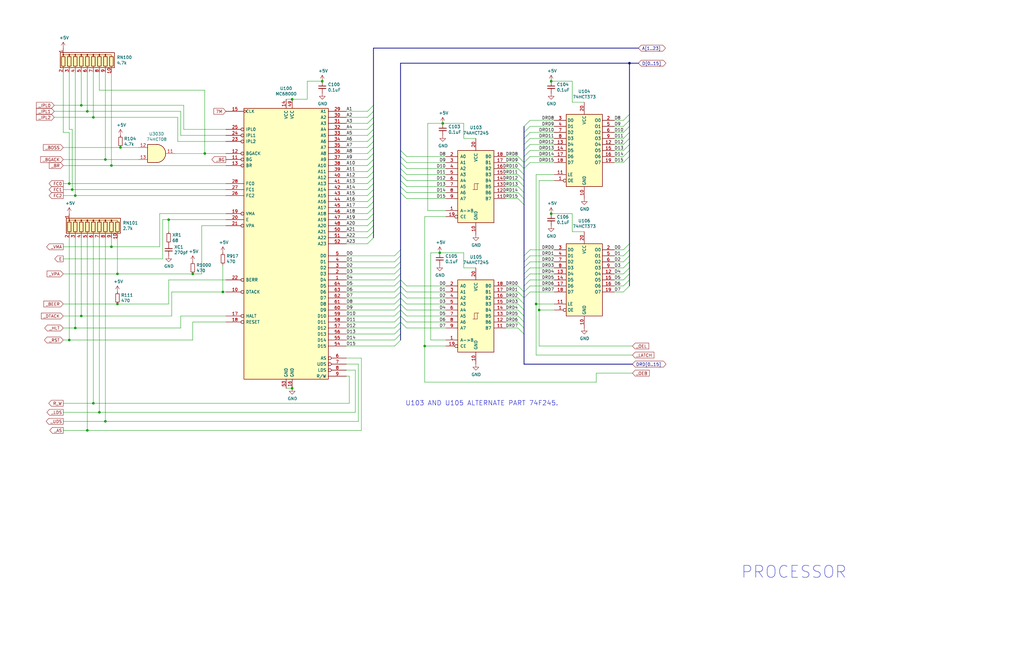
<source format=kicad_sch>
(kicad_sch
	(version 20231120)
	(generator "eeschema")
	(generator_version "8.0")
	(uuid "11cffaf3-6267-413c-a636-ad40db8ebf09")
	(paper "B")
	(title_block
		(title "Amiga 2000 EATX")
		(date "2023-03-10")
		(rev "3.0")
	)
	
	(junction
		(at 179.07 146.05)
		(diameter 0)
		(color 0 0 0 0)
		(uuid "00a3f05f-525a-4bb7-a7cb-ab470f5416cb")
	)
	(junction
		(at 265.43 26.67)
		(diameter 0)
		(color 0 0 0 0)
		(uuid "124deafe-7014-4efe-890b-37f7e883306b")
	)
	(junction
		(at 31.75 82.55)
		(diameter 0)
		(color 0 0 0 0)
		(uuid "185ce141-aacf-4bfc-b79a-c9c40e51b4f8")
	)
	(junction
		(at 44.45 177.8)
		(diameter 0)
		(color 0 0 0 0)
		(uuid "1e017c77-15b7-41c2-833a-75c8fc2e66b6")
	)
	(junction
		(at 185.42 106.68)
		(diameter 0)
		(color 0 0 0 0)
		(uuid "202c4716-6a65-4f07-937c-e9e4b1f00652")
	)
	(junction
		(at 227.33 130.81)
		(diameter 0)
		(color 0 0 0 0)
		(uuid "2250e362-652c-4bd9-9f93-0efc43ef240e")
	)
	(junction
		(at 49.53 115.57)
		(diameter 0)
		(color 0 0 0 0)
		(uuid "330281a4-c05c-4306-b1d8-d6bc3714c09f")
	)
	(junction
		(at 44.45 67.31)
		(diameter 0)
		(color 0 0 0 0)
		(uuid "35268414-4203-4a3a-a15a-64bbe38d27c5")
	)
	(junction
		(at 31.75 138.43)
		(diameter 0)
		(color 0 0 0 0)
		(uuid "3939e18a-9c73-41aa-979f-b9fb399dfdc1")
	)
	(junction
		(at 36.83 46.99)
		(diameter 0)
		(color 0 0 0 0)
		(uuid "393fbe93-4549-4259-848e-18bf4c231927")
	)
	(junction
		(at 34.29 133.35)
		(diameter 0)
		(color 0 0 0 0)
		(uuid "3ddf1aeb-11eb-4a30-9332-ff1f3749c673")
	)
	(junction
		(at 93.98 123.19)
		(diameter 0)
		(color 0 0 0 0)
		(uuid "443ce163-631e-4267-b169-3912d349fe53")
	)
	(junction
		(at 34.29 44.45)
		(diameter 0)
		(color 0 0 0 0)
		(uuid "543813d2-ccc4-4f30-b669-83aecfe95346")
	)
	(junction
		(at 123.19 163.83)
		(diameter 0)
		(color 0 0 0 0)
		(uuid "5d785287-9ec4-418f-9748-7d42a773d921")
	)
	(junction
		(at 49.53 128.27)
		(diameter 0)
		(color 0 0 0 0)
		(uuid "5ff82def-9744-49b0-9e3d-9cfdff9fb0db")
	)
	(junction
		(at 36.83 181.61)
		(diameter 0)
		(color 0 0 0 0)
		(uuid "60410989-e024-49bc-acca-dcc6846dcd95")
	)
	(junction
		(at 226.06 128.27)
		(diameter 0)
		(color 0 0 0 0)
		(uuid "68aae750-3f2a-40ee-b16d-f83c4ce5b286")
	)
	(junction
		(at 232.41 34.29)
		(diameter 0)
		(color 0 0 0 0)
		(uuid "713fd93e-6295-41fc-b090-2c00c8f7f9d9")
	)
	(junction
		(at 30.48 80.01)
		(diameter 0)
		(color 0 0 0 0)
		(uuid "7ac0d5d7-44bf-4eeb-9b44-4f64d635002d")
	)
	(junction
		(at 41.91 173.99)
		(diameter 0)
		(color 0 0 0 0)
		(uuid "7ae3b370-0546-42c6-8b0d-56169592f3f5")
	)
	(junction
		(at 86.36 64.77)
		(diameter 0)
		(color 0 0 0 0)
		(uuid "89b44d1e-1cb6-4892-9aa0-8994954e7876")
	)
	(junction
		(at 186.69 52.07)
		(diameter 0)
		(color 0 0 0 0)
		(uuid "90420379-8e66-4fc7-a0eb-170e1db65a3a")
	)
	(junction
		(at 39.37 49.53)
		(diameter 0)
		(color 0 0 0 0)
		(uuid "96b71eda-a5a8-4d97-8bf0-b55441822352")
	)
	(junction
		(at 29.21 143.51)
		(diameter 0)
		(color 0 0 0 0)
		(uuid "9da5b2a7-fd29-4b85-bf54-32cc312f20e0")
	)
	(junction
		(at 71.12 92.71)
		(diameter 0)
		(color 0 0 0 0)
		(uuid "ad4b32a7-6c10-4466-9f37-4e9e7e7d24f0")
	)
	(junction
		(at 232.41 90.17)
		(diameter 0)
		(color 0 0 0 0)
		(uuid "b8205746-d36e-4557-8c7a-2a294c11fa60")
	)
	(junction
		(at 46.99 69.85)
		(diameter 0)
		(color 0 0 0 0)
		(uuid "c7c875bb-ff2a-442f-b858-7d294308918d")
	)
	(junction
		(at 39.37 170.18)
		(diameter 0)
		(color 0 0 0 0)
		(uuid "caeea1da-715f-408c-ba8e-383f04a5c374")
	)
	(junction
		(at 29.21 77.47)
		(diameter 0)
		(color 0 0 0 0)
		(uuid "cec94b69-3c85-4c05-a2ca-4a51f7880af6")
	)
	(junction
		(at 123.19 41.91)
		(diameter 0)
		(color 0 0 0 0)
		(uuid "dae86ca9-5bb6-4483-aeb6-03083b64ca73")
	)
	(junction
		(at 50.8 62.23)
		(diameter 0)
		(color 0 0 0 0)
		(uuid "ddbe24b6-a7a6-432e-95ae-09ab6504db33")
	)
	(junction
		(at 81.28 115.57)
		(diameter 0)
		(color 0 0 0 0)
		(uuid "e6b0f7db-2292-4cc1-b374-4f45f11aa14d")
	)
	(junction
		(at 46.99 104.14)
		(diameter 0)
		(color 0 0 0 0)
		(uuid "e8b1fd7a-aa6a-4787-b247-4c16e0dd9f02")
	)
	(junction
		(at 135.89 34.29)
		(diameter 0)
		(color 0 0 0 0)
		(uuid "f0835869-bef6-46cd-af9c-23b821091a98")
	)
	(bus_entry
		(at 218.44 68.58)
		(size 2.54 2.54)
		(stroke
			(width 0)
			(type default)
		)
		(uuid "030f14aa-d974-447a-9118-0b10c9320c95")
	)
	(bus_entry
		(at 166.37 138.43)
		(size 2.54 -2.54)
		(stroke
			(width 0)
			(type default)
		)
		(uuid "03a40ef7-4068-4773-8e91-7c36cab993b7")
	)
	(bus_entry
		(at 154.94 54.61)
		(size 2.54 -2.54)
		(stroke
			(width 0)
			(type default)
		)
		(uuid "05c38eb8-0ca8-4d66-9ad3-89129f548b7a")
	)
	(bus_entry
		(at 218.44 78.74)
		(size 2.54 2.54)
		(stroke
			(width 0)
			(type default)
		)
		(uuid "09f89d15-6762-4585-b219-4e91d4cfd8d0")
	)
	(bus_entry
		(at 166.37 143.51)
		(size 2.54 -2.54)
		(stroke
			(width 0)
			(type default)
		)
		(uuid "0cc746ba-f54a-42f0-a3c5-91ffe1f3e360")
	)
	(bus_entry
		(at 218.44 128.27)
		(size 2.54 2.54)
		(stroke
			(width 0)
			(type default)
		)
		(uuid "0e1b02cb-e675-46dc-b4e9-59160d3a38d7")
	)
	(bus_entry
		(at 262.89 55.88)
		(size 2.54 -2.54)
		(stroke
			(width 0)
			(type default)
		)
		(uuid "0e649c8e-5a79-4810-b055-35754c9db2fa")
	)
	(bus_entry
		(at 166.37 113.03)
		(size 2.54 -2.54)
		(stroke
			(width 0)
			(type default)
		)
		(uuid "18a17cb2-8139-4be2-b2d5-8543771bc2a8")
	)
	(bus_entry
		(at 262.89 107.95)
		(size 2.54 -2.54)
		(stroke
			(width 0)
			(type default)
		)
		(uuid "1cf0a2fc-f178-4d3d-bdfc-8bb6fa5a69c5")
	)
	(bus_entry
		(at 154.94 80.01)
		(size 2.54 -2.54)
		(stroke
			(width 0)
			(type default)
		)
		(uuid "1d2a6a7e-ac0a-477e-8749-2a2b49c54a00")
	)
	(bus_entry
		(at 171.45 73.66)
		(size -2.54 -2.54)
		(stroke
			(width 0)
			(type default)
		)
		(uuid "1d9c3938-227e-4df3-8593-d253f43bf39e")
	)
	(bus_entry
		(at 262.89 113.03)
		(size 2.54 -2.54)
		(stroke
			(width 0)
			(type default)
		)
		(uuid "2269392f-29e0-446e-ad6d-29dbab44b64b")
	)
	(bus_entry
		(at 166.37 110.49)
		(size 2.54 -2.54)
		(stroke
			(width 0)
			(type default)
		)
		(uuid "22f30591-30f4-43bf-b493-30104a3e8cb1")
	)
	(bus_entry
		(at 171.45 66.04)
		(size -2.54 -2.54)
		(stroke
			(width 0)
			(type default)
		)
		(uuid "2361014d-284e-4a09-b5bb-51c4a0d813ee")
	)
	(bus_entry
		(at 166.37 107.95)
		(size 2.54 -2.54)
		(stroke
			(width 0)
			(type default)
		)
		(uuid "2902c82e-1bab-4612-bafa-93c91a71cfdf")
	)
	(bus_entry
		(at 218.44 125.73)
		(size 2.54 2.54)
		(stroke
			(width 0)
			(type default)
		)
		(uuid "2903b268-b0b5-4efb-b638-72d5260307f5")
	)
	(bus_entry
		(at 171.45 135.89)
		(size -2.54 -2.54)
		(stroke
			(width 0)
			(type default)
		)
		(uuid "2911eb03-c44c-4416-be27-45abf39aa378")
	)
	(bus_entry
		(at 154.94 49.53)
		(size 2.54 -2.54)
		(stroke
			(width 0)
			(type default)
		)
		(uuid "2f120202-9198-4ed9-94ec-0f3cf4c4ebaf")
	)
	(bus_entry
		(at 171.45 68.58)
		(size -2.54 -2.54)
		(stroke
			(width 0)
			(type default)
		)
		(uuid "3549a9c4-c90c-4af5-8ad4-2364bab04d47")
	)
	(bus_entry
		(at 154.94 67.31)
		(size 2.54 -2.54)
		(stroke
			(width 0)
			(type default)
		)
		(uuid "35ba0c00-9336-4cfd-9078-b2994ed60cbf")
	)
	(bus_entry
		(at 154.94 69.85)
		(size 2.54 -2.54)
		(stroke
			(width 0)
			(type default)
		)
		(uuid "36ddbf49-7edb-4c9d-8780-a0df6889e12d")
	)
	(bus_entry
		(at 171.45 130.81)
		(size -2.54 -2.54)
		(stroke
			(width 0)
			(type default)
		)
		(uuid "3cc42fef-f725-4cf5-91b8-c151bb36e7f8")
	)
	(bus_entry
		(at 262.89 110.49)
		(size 2.54 -2.54)
		(stroke
			(width 0)
			(type default)
		)
		(uuid "3e15db8d-04dd-4a7f-ba13-c2bf60d5e03b")
	)
	(bus_entry
		(at 262.89 115.57)
		(size 2.54 -2.54)
		(stroke
			(width 0)
			(type default)
		)
		(uuid "4260d28e-fbf3-4e90-b2c0-842df962fa9e")
	)
	(bus_entry
		(at 223.52 120.65)
		(size -2.54 2.54)
		(stroke
			(width 0)
			(type default)
		)
		(uuid "42a020ec-f242-49b6-aa7f-96f9e3778b1a")
	)
	(bus_entry
		(at 171.45 123.19)
		(size -2.54 -2.54)
		(stroke
			(width 0)
			(type default)
		)
		(uuid "44c5e73b-d632-488c-abe0-437967b42012")
	)
	(bus_entry
		(at 218.44 138.43)
		(size 2.54 2.54)
		(stroke
			(width 0)
			(type default)
		)
		(uuid "4c4740c6-fb12-4174-83f3-fc481feb6597")
	)
	(bus_entry
		(at 262.89 66.04)
		(size 2.54 -2.54)
		(stroke
			(width 0)
			(type default)
		)
		(uuid "4d4a9cef-efbe-45c1-b090-1db99a64f5f6")
	)
	(bus_entry
		(at 154.94 72.39)
		(size 2.54 -2.54)
		(stroke
			(width 0)
			(type default)
		)
		(uuid "52576041-7c24-4592-b558-eed364dd6e24")
	)
	(bus_entry
		(at 154.94 64.77)
		(size 2.54 -2.54)
		(stroke
			(width 0)
			(type default)
		)
		(uuid "54c52aec-b135-496d-8be5-ea8eeb6be62b")
	)
	(bus_entry
		(at 223.52 113.03)
		(size -2.54 2.54)
		(stroke
			(width 0)
			(type default)
		)
		(uuid "5685467a-c48a-4121-8394-9f7502ef7bfe")
	)
	(bus_entry
		(at 166.37 115.57)
		(size 2.54 -2.54)
		(stroke
			(width 0)
			(type default)
		)
		(uuid "61dede14-0d2a-464f-93b2-1c8c67a1a74b")
	)
	(bus_entry
		(at 218.44 73.66)
		(size 2.54 2.54)
		(stroke
			(width 0)
			(type default)
		)
		(uuid "6298ca5c-6ee0-4e4d-aece-d0291ee846b3")
	)
	(bus_entry
		(at 171.45 71.12)
		(size -2.54 -2.54)
		(stroke
			(width 0)
			(type default)
		)
		(uuid "64dbb52a-722e-4c46-92ee-8beb8a6ae885")
	)
	(bus_entry
		(at 218.44 123.19)
		(size 2.54 2.54)
		(stroke
			(width 0)
			(type default)
		)
		(uuid "654f49bd-2320-4956-8f2e-cf8dd0a40165")
	)
	(bus_entry
		(at 154.94 82.55)
		(size 2.54 -2.54)
		(stroke
			(width 0)
			(type default)
		)
		(uuid "69f4c9a9-f0b0-413c-896b-01fd17d71d9d")
	)
	(bus_entry
		(at 262.89 50.8)
		(size 2.54 -2.54)
		(stroke
			(width 0)
			(type default)
		)
		(uuid "7298d036-c375-495e-a558-1a24f6fa309f")
	)
	(bus_entry
		(at 154.94 85.09)
		(size 2.54 -2.54)
		(stroke
			(width 0)
			(type default)
		)
		(uuid "7455c59f-2d8f-4cec-8cc8-eb1f4f7115e9")
	)
	(bus_entry
		(at 171.45 76.2)
		(size -2.54 -2.54)
		(stroke
			(width 0)
			(type default)
		)
		(uuid "75cedf13-9139-4ed4-a318-a4e08c1bc5d2")
	)
	(bus_entry
		(at 223.52 60.96)
		(size -2.54 2.54)
		(stroke
			(width 0)
			(type default)
		)
		(uuid "7cf38b75-4a96-40bd-a1d9-ed58ca7bf5ea")
	)
	(bus_entry
		(at 171.45 81.28)
		(size -2.54 -2.54)
		(stroke
			(width 0)
			(type default)
		)
		(uuid "7d684330-7e87-4cfe-acae-3201135bf245")
	)
	(bus_entry
		(at 154.94 62.23)
		(size 2.54 -2.54)
		(stroke
			(width 0)
			(type default)
		)
		(uuid "7e6950fb-9a71-4014-9d86-e694f41e2087")
	)
	(bus_entry
		(at 262.89 63.5)
		(size 2.54 -2.54)
		(stroke
			(width 0)
			(type default)
		)
		(uuid "811cb203-b827-40cc-9f88-d420d2815349")
	)
	(bus_entry
		(at 166.37 135.89)
		(size 2.54 -2.54)
		(stroke
			(width 0)
			(type default)
		)
		(uuid "814d9ec1-5229-4c45-9453-e4d430dd1165")
	)
	(bus_entry
		(at 262.89 53.34)
		(size 2.54 -2.54)
		(stroke
			(width 0)
			(type default)
		)
		(uuid "8184dd9a-f1a8-490e-84ec-fa8c987e6666")
	)
	(bus_entry
		(at 171.45 78.74)
		(size -2.54 -2.54)
		(stroke
			(width 0)
			(type default)
		)
		(uuid "81ac71e3-4d8f-4886-ad92-e50eb3ab9110")
	)
	(bus_entry
		(at 262.89 105.41)
		(size 2.54 -2.54)
		(stroke
			(width 0)
			(type default)
		)
		(uuid "82b56d08-c419-488f-97f2-4ffb68ccc2f4")
	)
	(bus_entry
		(at 218.44 120.65)
		(size 2.54 2.54)
		(stroke
			(width 0)
			(type default)
		)
		(uuid "872dd83d-50cf-4671-b521-5d15a1c27e14")
	)
	(bus_entry
		(at 223.52 110.49)
		(size -2.54 2.54)
		(stroke
			(width 0)
			(type default)
		)
		(uuid "889f97e4-cf5b-4e93-bcdf-d0bfbef9e9fd")
	)
	(bus_entry
		(at 218.44 71.12)
		(size 2.54 2.54)
		(stroke
			(width 0)
			(type default)
		)
		(uuid "8b9e6681-52f4-476d-8532-7c5e533efe9c")
	)
	(bus_entry
		(at 154.94 87.63)
		(size 2.54 -2.54)
		(stroke
			(width 0)
			(type default)
		)
		(uuid "8ca52006-048f-4ece-8751-e0b7e9caaed3")
	)
	(bus_entry
		(at 223.52 53.34)
		(size -2.54 2.54)
		(stroke
			(width 0)
			(type default)
		)
		(uuid "90a104d2-b070-479b-b329-59c797b65db6")
	)
	(bus_entry
		(at 223.52 66.04)
		(size -2.54 2.54)
		(stroke
			(width 0)
			(type default)
		)
		(uuid "91194f90-43c8-4731-9bd4-d4a6206b9df3")
	)
	(bus_entry
		(at 171.45 125.73)
		(size -2.54 -2.54)
		(stroke
			(width 0)
			(type default)
		)
		(uuid "9144e718-385b-49d2-9173-ddaaa8ba9512")
	)
	(bus_entry
		(at 171.45 138.43)
		(size -2.54 -2.54)
		(stroke
			(width 0)
			(type default)
		)
		(uuid "95e9e03e-b386-4251-a0fd-b3bab027c502")
	)
	(bus_entry
		(at 218.44 135.89)
		(size 2.54 2.54)
		(stroke
			(width 0)
			(type default)
		)
		(uuid "9616ec7e-938c-4d71-9c33-2907efc2e954")
	)
	(bus_entry
		(at 166.37 120.65)
		(size 2.54 -2.54)
		(stroke
			(width 0)
			(type default)
		)
		(uuid "9774984f-2824-4b61-adc9-de073927eb03")
	)
	(bus_entry
		(at 154.94 52.07)
		(size 2.54 -2.54)
		(stroke
			(width 0)
			(type default)
		)
		(uuid "98988263-c961-44cb-b2fd-3cbeafaea208")
	)
	(bus_entry
		(at 223.52 68.58)
		(size -2.54 2.54)
		(stroke
			(width 0)
			(type default)
		)
		(uuid "9c9d3140-4359-46d8-9120-5203875743a0")
	)
	(bus_entry
		(at 166.37 125.73)
		(size 2.54 -2.54)
		(stroke
			(width 0)
			(type default)
		)
		(uuid "9dfb14c5-6c1d-4708-8154-870c995b4114")
	)
	(bus_entry
		(at 223.52 107.95)
		(size -2.54 2.54)
		(stroke
			(width 0)
			(type default)
		)
		(uuid "9fd672d8-3994-420f-9252-82945bc29934")
	)
	(bus_entry
		(at 154.94 102.87)
		(size 2.54 -2.54)
		(stroke
			(width 0)
			(type default)
		)
		(uuid "a031fe60-227d-496c-8617-2c18ea76a35b")
	)
	(bus_entry
		(at 166.37 128.27)
		(size 2.54 -2.54)
		(stroke
			(width 0)
			(type default)
		)
		(uuid "a22292e6-116e-49ca-a07a-52618bb84e41")
	)
	(bus_entry
		(at 171.45 133.35)
		(size -2.54 -2.54)
		(stroke
			(width 0)
			(type default)
		)
		(uuid "a3fcdd3d-a136-4c1e-a1a2-2f1f75f13193")
	)
	(bus_entry
		(at 166.37 146.05)
		(size 2.54 -2.54)
		(stroke
			(width 0)
			(type default)
		)
		(uuid "a43c4417-0665-43b7-ba3a-4b0b82f63e1c")
	)
	(bus_entry
		(at 218.44 133.35)
		(size 2.54 2.54)
		(stroke
			(width 0)
			(type default)
		)
		(uuid "ac340bf2-fbb1-43e4-84c0-cc472e221d09")
	)
	(bus_entry
		(at 218.44 76.2)
		(size 2.54 2.54)
		(stroke
			(width 0)
			(type default)
		)
		(uuid "afd4b763-722b-4564-a519-adae7f22ddbe")
	)
	(bus_entry
		(at 166.37 130.81)
		(size 2.54 -2.54)
		(stroke
			(width 0)
			(type default)
		)
		(uuid "b1671e72-f425-4af2-aacb-686fb0c958ff")
	)
	(bus_entry
		(at 154.94 100.33)
		(size 2.54 -2.54)
		(stroke
			(width 0)
			(type default)
		)
		(uuid "b5de7edb-d4af-4665-8d8e-1556e22e3255")
	)
	(bus_entry
		(at 223.52 105.41)
		(size -2.54 2.54)
		(stroke
			(width 0)
			(type default)
		)
		(uuid "bdcdcff1-9f4c-48a4-8571-2199a869268d")
	)
	(bus_entry
		(at 154.94 90.17)
		(size 2.54 -2.54)
		(stroke
			(width 0)
			(type default)
		)
		(uuid "be680310-d7fa-4c3b-93c8-c61664e22283")
	)
	(bus_entry
		(at 154.94 77.47)
		(size 2.54 -2.54)
		(stroke
			(width 0)
			(type default)
		)
		(uuid "be71fac5-2ae2-43cc-beff-561812d593cf")
	)
	(bus_entry
		(at 223.52 55.88)
		(size -2.54 2.54)
		(stroke
			(width 0)
			(type default)
		)
		(uuid "c1a4bd6c-36de-4de7-830e-a4f0e16bd90a")
	)
	(bus_entry
		(at 166.37 133.35)
		(size 2.54 -2.54)
		(stroke
			(width 0)
			(type default)
		)
		(uuid "c1d1f19c-93ec-43f6-aaca-c6c200eb776b")
	)
	(bus_entry
		(at 171.45 83.82)
		(size -2.54 -2.54)
		(stroke
			(width 0)
			(type default)
		)
		(uuid "c457c296-8487-4235-aea7-14d708dfcb79")
	)
	(bus_entry
		(at 218.44 83.82)
		(size 2.54 2.54)
		(stroke
			(width 0)
			(type default)
		)
		(uuid "c52d5274-4959-41af-ae14-ed1f320165e4")
	)
	(bus_entry
		(at 154.94 74.93)
		(size 2.54 -2.54)
		(stroke
			(width 0)
			(type default)
		)
		(uuid "c858b019-9021-49c2-b847-8185e580327e")
	)
	(bus_entry
		(at 262.89 68.58)
		(size 2.54 -2.54)
		(stroke
			(width 0)
			(type default)
		)
		(uuid "ccf05398-01a6-48a3-a3b5-0ce354f59f17")
	)
	(bus_entry
		(at 154.94 46.99)
		(size 2.54 -2.54)
		(stroke
			(width 0)
			(type default)
		)
		(uuid "cf9c5270-e6cf-4dbe-a977-e381da9b2932")
	)
	(bus_entry
		(at 218.44 130.81)
		(size 2.54 2.54)
		(stroke
			(width 0)
			(type default)
		)
		(uuid "cfdb182b-1c13-41d2-a464-c4ddc5afb52a")
	)
	(bus_entry
		(at 262.89 120.65)
		(size 2.54 -2.54)
		(stroke
			(width 0)
			(type default)
		)
		(uuid "d26978f9-42a5-4a0b-a855-0eb312918758")
	)
	(bus_entry
		(at 154.94 59.69)
		(size 2.54 -2.54)
		(stroke
			(width 0)
			(type default)
		)
		(uuid "d3453817-a9ab-4d80-a0ce-c3c47d85154a")
	)
	(bus_entry
		(at 223.52 50.8)
		(size -2.54 2.54)
		(stroke
			(width 0)
			(type default)
		)
		(uuid "d3d12c13-876d-4083-a143-2c2b204bd0a3")
	)
	(bus_entry
		(at 171.45 120.65)
		(size -2.54 -2.54)
		(stroke
			(width 0)
			(type default)
		)
		(uuid "d617ced0-10ca-41e2-9781-cee309af7011")
	)
	(bus_entry
		(at 171.45 128.27)
		(size -2.54 -2.54)
		(stroke
			(width 0)
			(type default)
		)
		(uuid "d7661b71-0d43-4328-84a2-9f0fb6279d0d")
	)
	(bus_entry
		(at 166.37 140.97)
		(size 2.54 -2.54)
		(stroke
			(width 0)
			(type default)
		)
		(uuid "d9c26986-69ec-4e31-b67a-590542f2a3e9")
	)
	(bus_entry
		(at 223.52 118.11)
		(size -2.54 2.54)
		(stroke
			(width 0)
			(type default)
		)
		(uuid "dacb223c-5446-4f71-9d88-4b6638d10949")
	)
	(bus_entry
		(at 262.89 60.96)
		(size 2.54 -2.54)
		(stroke
			(width 0)
			(type default)
		)
		(uuid "dbaaf74a-15b1-401b-a7f5-6d22fff39a69")
	)
	(bus_entry
		(at 154.94 57.15)
		(size 2.54 -2.54)
		(stroke
			(width 0)
			(type default)
		)
		(uuid "dd89015c-52a8-4d11-b6de-47cd0e84f86b")
	)
	(bus_entry
		(at 223.52 115.57)
		(size -2.54 2.54)
		(stroke
			(width 0)
			(type default)
		)
		(uuid "dddadcce-1ba3-428a-b5b8-0dc79006aeac")
	)
	(bus_entry
		(at 154.94 92.71)
		(size 2.54 -2.54)
		(stroke
			(width 0)
			(type default)
		)
		(uuid "dfbbd53f-c378-47a1-b186-0ec86374e95a")
	)
	(bus_entry
		(at 166.37 118.11)
		(size 2.54 -2.54)
		(stroke
			(width 0)
			(type default)
		)
		(uuid "dfe8a719-8ad1-4e4f-95ce-3908c9959942")
	)
	(bus_entry
		(at 262.89 118.11)
		(size 2.54 -2.54)
		(stroke
			(width 0)
			(type default)
		)
		(uuid "e2986d79-910a-40b4-9d93-3f75c648d6db")
	)
	(bus_entry
		(at 166.37 123.19)
		(size 2.54 -2.54)
		(stroke
			(width 0)
			(type default)
		)
		(uuid "e2dc7003-4978-48d1-8dae-267d41c8dd53")
	)
	(bus_entry
		(at 262.89 58.42)
		(size 2.54 -2.54)
		(stroke
			(width 0)
			(type default)
		)
		(uuid "e2f42169-6c27-4bdf-9b21-87a86c5f9a12")
	)
	(bus_entry
		(at 223.52 123.19)
		(size -2.54 2.54)
		(stroke
			(width 0)
			(type default)
		)
		(uuid "e37b2637-e385-4e8c-8471-cd093139dfcd")
	)
	(bus_entry
		(at 218.44 66.04)
		(size 2.54 2.54)
		(stroke
			(width 0)
			(type default)
		)
		(uuid "eaf2b9a4-8c4b-4445-9b74-ebf0169996b3")
	)
	(bus_entry
		(at 154.94 97.79)
		(size 2.54 -2.54)
		(stroke
			(width 0)
			(type default)
		)
		(uuid "ef266780-4eeb-4657-b412-5c38e7ec7b60")
	)
	(bus_entry
		(at 223.52 58.42)
		(size -2.54 2.54)
		(stroke
			(width 0)
			(type default)
		)
		(uuid "efbe0a7a-b965-4c8b-8acd-60d06fe7943a")
	)
	(bus_entry
		(at 262.89 123.19)
		(size 2.54 -2.54)
		(stroke
			(width 0)
			(type default)
		)
		(uuid "f0f6b9b4-f0cd-4f6f-9409-79d598454059")
	)
	(bus_entry
		(at 223.52 63.5)
		(size -2.54 2.54)
		(stroke
			(width 0)
			(type default)
		)
		(uuid "f1ede574-93eb-4f16-8fa3-e37b3f46e9a6")
	)
	(bus_entry
		(at 154.94 95.25)
		(size 2.54 -2.54)
		(stroke
			(width 0)
			(type default)
		)
		(uuid "f7730132-a5cf-4775-a625-4a5f3d11a795")
	)
	(bus_entry
		(at 218.44 81.28)
		(size 2.54 2.54)
		(stroke
			(width 0)
			(type default)
		)
		(uuid "fa1becfa-c129-4476-8f1f-6aa8b34739fd")
	)
	(wire
		(pts
			(xy 233.68 105.41) (xy 223.52 105.41)
		)
		(stroke
			(width 0)
			(type default)
		)
		(uuid "00c482ac-62d3-4cad-92e6-4d9e3d54e703")
	)
	(wire
		(pts
			(xy 233.68 68.58) (xy 223.52 68.58)
		)
		(stroke
			(width 0)
			(type default)
		)
		(uuid "0222a8de-7156-48ee-bea6-cad61504bfd6")
	)
	(bus
		(pts
			(xy 220.98 63.5) (xy 220.98 66.04)
		)
		(stroke
			(width 0)
			(type default)
		)
		(uuid "04246a2e-8db2-410b-b70a-8ec1f823792f")
	)
	(wire
		(pts
			(xy 146.05 59.69) (xy 154.94 59.69)
		)
		(stroke
			(width 0)
			(type default)
		)
		(uuid "047b3102-c17d-40a6-851b-a3f868a0cd91")
	)
	(wire
		(pts
			(xy 95.25 123.19) (xy 93.98 123.19)
		)
		(stroke
			(width 0)
			(type default)
		)
		(uuid "049deb8e-063e-4892-a249-819ec0333153")
	)
	(wire
		(pts
			(xy 259.08 53.34) (xy 262.89 53.34)
		)
		(stroke
			(width 0)
			(type default)
		)
		(uuid "061f2ac9-18a7-4e11-ac21-0f2d59969f00")
	)
	(wire
		(pts
			(xy 129.54 34.29) (xy 129.54 41.91)
		)
		(stroke
			(width 0)
			(type default)
		)
		(uuid "0743116b-f625-4a0b-9fab-100a9ac2ea18")
	)
	(wire
		(pts
			(xy 31.75 82.55) (xy 95.25 82.55)
		)
		(stroke
			(width 0)
			(type default)
		)
		(uuid "076a5b95-9885-479d-b6ba-6acb90173b35")
	)
	(wire
		(pts
			(xy 146.05 151.13) (xy 152.4 151.13)
		)
		(stroke
			(width 0)
			(type default)
		)
		(uuid "083e0c11-4148-4675-a21e-042e392255d7")
	)
	(wire
		(pts
			(xy 259.08 118.11) (xy 262.89 118.11)
		)
		(stroke
			(width 0)
			(type default)
		)
		(uuid "099ccccb-5c26-47b1-af26-e719fda0e287")
	)
	(wire
		(pts
			(xy 223.52 120.65) (xy 233.68 120.65)
		)
		(stroke
			(width 0)
			(type default)
		)
		(uuid "09e7af65-fc48-4282-a7da-234fa588700f")
	)
	(wire
		(pts
			(xy 195.58 58.42) (xy 200.66 58.42)
		)
		(stroke
			(width 0)
			(type default)
		)
		(uuid "0a72859c-48b0-4f04-a3f0-104d357870b9")
	)
	(bus
		(pts
			(xy 220.98 110.49) (xy 220.98 113.03)
		)
		(stroke
			(width 0)
			(type default)
		)
		(uuid "0ad904cd-9967-41c8-88e9-40dfef7a544f")
	)
	(bus
		(pts
			(xy 157.48 54.61) (xy 157.48 57.15)
		)
		(stroke
			(width 0)
			(type default)
		)
		(uuid "0af6eabc-34e2-43bf-b809-e60daed00757")
	)
	(wire
		(pts
			(xy 259.08 66.04) (xy 262.89 66.04)
		)
		(stroke
			(width 0)
			(type default)
		)
		(uuid "0b3fb355-e3d3-4256-a70a-edee51e44077")
	)
	(wire
		(pts
			(xy 213.36 123.19) (xy 218.44 123.19)
		)
		(stroke
			(width 0)
			(type default)
		)
		(uuid "0ce6c020-d209-408a-a536-9b358ad6ce53")
	)
	(bus
		(pts
			(xy 168.91 135.89) (xy 168.91 138.43)
		)
		(stroke
			(width 0)
			(type default)
		)
		(uuid "0d67e6f2-b8e5-456f-985d-057d2a87e2e1")
	)
	(wire
		(pts
			(xy 187.96 133.35) (xy 171.45 133.35)
		)
		(stroke
			(width 0)
			(type default)
		)
		(uuid "0deac693-1393-463c-bba0-e1aea6dce4ce")
	)
	(bus
		(pts
			(xy 157.48 62.23) (xy 157.48 64.77)
		)
		(stroke
			(width 0)
			(type default)
		)
		(uuid "0e88d3a7-4fd3-4b2b-9c8e-18ccc11d1736")
	)
	(wire
		(pts
			(xy 232.41 90.17) (xy 241.3 90.17)
		)
		(stroke
			(width 0)
			(type default)
		)
		(uuid "0ecb78d8-e6f0-4991-9eb7-d00d7440dfb5")
	)
	(bus
		(pts
			(xy 157.48 87.63) (xy 157.48 90.17)
		)
		(stroke
			(width 0)
			(type default)
		)
		(uuid "0f244873-56c0-43fa-8ab1-bd55c311e43e")
	)
	(wire
		(pts
			(xy 30.48 54.61) (xy 30.48 80.01)
		)
		(stroke
			(width 0)
			(type default)
		)
		(uuid "10d95c58-3560-48f3-8ecd-f597d46dfa6e")
	)
	(wire
		(pts
			(xy 146.05 138.43) (xy 166.37 138.43)
		)
		(stroke
			(width 0)
			(type default)
		)
		(uuid "116cbb08-fea6-4e96-9fe9-939da89b9ef1")
	)
	(wire
		(pts
			(xy 213.36 125.73) (xy 218.44 125.73)
		)
		(stroke
			(width 0)
			(type default)
		)
		(uuid "117e8a42-cd00-48c0-a094-0a0412c37b87")
	)
	(wire
		(pts
			(xy 44.45 100.33) (xy 44.45 177.8)
		)
		(stroke
			(width 0)
			(type default)
		)
		(uuid "12b9c61a-811b-4d72-9d75-11b0985eabe6")
	)
	(wire
		(pts
			(xy 233.68 55.88) (xy 223.52 55.88)
		)
		(stroke
			(width 0)
			(type default)
		)
		(uuid "131cc791-7625-42f0-8bed-cca11e59ae9d")
	)
	(wire
		(pts
			(xy 233.68 58.42) (xy 223.52 58.42)
		)
		(stroke
			(width 0)
			(type default)
		)
		(uuid "14c75e7a-e691-4723-8405-45e93dbca340")
	)
	(bus
		(pts
			(xy 220.98 60.96) (xy 220.98 63.5)
		)
		(stroke
			(width 0)
			(type default)
		)
		(uuid "14f93574-4dd2-4dec-a557-4600c523192e")
	)
	(bus
		(pts
			(xy 168.91 133.35) (xy 168.91 135.89)
		)
		(stroke
			(width 0)
			(type default)
		)
		(uuid "151fc79d-0726-43a5-9b6d-40295806d9c2")
	)
	(wire
		(pts
			(xy 213.36 81.28) (xy 218.44 81.28)
		)
		(stroke
			(width 0)
			(type default)
		)
		(uuid "15ac5444-1379-44e8-8007-e3070488ffb8")
	)
	(wire
		(pts
			(xy 187.96 135.89) (xy 171.45 135.89)
		)
		(stroke
			(width 0)
			(type default)
		)
		(uuid "1762bc26-68c1-476c-a886-b36f78ef2451")
	)
	(wire
		(pts
			(xy 259.08 105.41) (xy 262.89 105.41)
		)
		(stroke
			(width 0)
			(type default)
		)
		(uuid "18c9c9c2-2820-4cff-9fd6-6c1657233f29")
	)
	(bus
		(pts
			(xy 168.91 138.43) (xy 168.91 140.97)
		)
		(stroke
			(width 0)
			(type default)
		)
		(uuid "18f7a27e-7a80-45f5-9fb9-0f3c328293dd")
	)
	(wire
		(pts
			(xy 146.05 100.33) (xy 154.94 100.33)
		)
		(stroke
			(width 0)
			(type default)
		)
		(uuid "1ab6efd2-ed60-4a5b-8033-169496588baa")
	)
	(wire
		(pts
			(xy 146.05 153.67) (xy 151.13 153.67)
		)
		(stroke
			(width 0)
			(type default)
		)
		(uuid "1bf07190-affd-4193-a650-f15821155e32")
	)
	(wire
		(pts
			(xy 146.05 95.25) (xy 154.94 95.25)
		)
		(stroke
			(width 0)
			(type default)
		)
		(uuid "1c045a96-fbe6-4b53-9800-ed04ce9ac446")
	)
	(bus
		(pts
			(xy 168.91 110.49) (xy 168.91 113.03)
		)
		(stroke
			(width 0)
			(type default)
		)
		(uuid "1c2e278e-5ca6-4b3c-b9f3-6a608b95547a")
	)
	(wire
		(pts
			(xy 179.07 91.44) (xy 179.07 146.05)
		)
		(stroke
			(width 0)
			(type default)
		)
		(uuid "1d3df20a-2e1b-4f84-bebf-6a416b49f188")
	)
	(wire
		(pts
			(xy 146.05 57.15) (xy 154.94 57.15)
		)
		(stroke
			(width 0)
			(type default)
		)
		(uuid "1d60f4ba-732d-48d0-b67d-99d420272ad2")
	)
	(bus
		(pts
			(xy 265.43 53.34) (xy 265.43 55.88)
		)
		(stroke
			(width 0)
			(type default)
		)
		(uuid "1dc0728c-8b6c-46f6-9d5e-c0fce6e22bd4")
	)
	(bus
		(pts
			(xy 157.48 20.32) (xy 157.48 44.45)
		)
		(stroke
			(width 0)
			(type default)
		)
		(uuid "1dc23ba2-183a-4048-ad8b-3acb2cdf851e")
	)
	(wire
		(pts
			(xy 233.68 130.81) (xy 227.33 130.81)
		)
		(stroke
			(width 0)
			(type default)
		)
		(uuid "1dc6505f-5d78-49b1-9f7c-3688a22fb772")
	)
	(wire
		(pts
			(xy 31.75 100.33) (xy 31.75 138.43)
		)
		(stroke
			(width 0)
			(type default)
		)
		(uuid "1f2b8d89-b672-4eca-b589-79c21466f9b4")
	)
	(wire
		(pts
			(xy 49.53 128.27) (xy 26.67 128.27)
		)
		(stroke
			(width 0)
			(type default)
		)
		(uuid "1fd99702-8b48-4c49-8cfd-fd908cca3f65")
	)
	(wire
		(pts
			(xy 129.54 41.91) (xy 123.19 41.91)
		)
		(stroke
			(width 0)
			(type default)
		)
		(uuid "1fdfe633-bbd2-4949-8d85-66d7e62ca693")
	)
	(wire
		(pts
			(xy 186.69 52.07) (xy 195.58 52.07)
		)
		(stroke
			(width 0)
			(type default)
		)
		(uuid "209af04e-3ef8-45af-b93b-abdbf40d2967")
	)
	(bus
		(pts
			(xy 168.91 123.19) (xy 168.91 125.73)
		)
		(stroke
			(width 0)
			(type default)
		)
		(uuid "2157daa6-7e2e-4821-9e71-ecffc38ce15b")
	)
	(bus
		(pts
			(xy 157.48 77.47) (xy 157.48 80.01)
		)
		(stroke
			(width 0)
			(type default)
		)
		(uuid "21fe4644-a521-4eac-bb90-a9682132e7f5")
	)
	(wire
		(pts
			(xy 31.75 82.55) (xy 26.67 82.55)
		)
		(stroke
			(width 0)
			(type default)
		)
		(uuid "2271ad55-3a70-4e3b-93b2-1bb81dddfcec")
	)
	(wire
		(pts
			(xy 95.25 57.15) (xy 76.2 57.15)
		)
		(stroke
			(width 0)
			(type default)
		)
		(uuid "242fad76-ed41-4498-948b-92f35bacd162")
	)
	(bus
		(pts
			(xy 220.98 130.81) (xy 220.98 133.35)
		)
		(stroke
			(width 0)
			(type default)
		)
		(uuid "244e9605-f0ca-425e-b2ac-81f1763961fa")
	)
	(wire
		(pts
			(xy 95.25 59.69) (xy 74.93 59.69)
		)
		(stroke
			(width 0)
			(type default)
		)
		(uuid "248566f8-bcdf-4102-8508-d97fb14106ef")
	)
	(wire
		(pts
			(xy 146.05 82.55) (xy 154.94 82.55)
		)
		(stroke
			(width 0)
			(type default)
		)
		(uuid "259e9bd4-ee18-4d7f-988e-40b3c179c586")
	)
	(wire
		(pts
			(xy 146.05 135.89) (xy 166.37 135.89)
		)
		(stroke
			(width 0)
			(type default)
		)
		(uuid "26072e8d-8906-4600-9e3e-fa2b566e3470")
	)
	(bus
		(pts
			(xy 157.48 95.25) (xy 157.48 97.79)
		)
		(stroke
			(width 0)
			(type default)
		)
		(uuid "262848b9-f15f-4f89-afd1-084f3004e723")
	)
	(bus
		(pts
			(xy 220.98 125.73) (xy 220.98 128.27)
		)
		(stroke
			(width 0)
			(type default)
		)
		(uuid "2815957c-ca98-42b8-b13f-2a6cf195f88e")
	)
	(bus
		(pts
			(xy 168.91 71.12) (xy 168.91 73.66)
		)
		(stroke
			(width 0)
			(type default)
		)
		(uuid "28e81561-d34d-46e7-a07b-32528a348f15")
	)
	(bus
		(pts
			(xy 220.98 153.67) (xy 266.7 153.67)
		)
		(stroke
			(width 0)
			(type default)
		)
		(uuid "293297d1-e0fd-4285-8107-dabf644a5aa8")
	)
	(wire
		(pts
			(xy 36.83 181.61) (xy 26.67 181.61)
		)
		(stroke
			(width 0)
			(type default)
		)
		(uuid "29cefe62-c12c-4adb-9d71-af5edc7d3483")
	)
	(wire
		(pts
			(xy 49.53 115.57) (xy 26.67 115.57)
		)
		(stroke
			(width 0)
			(type default)
		)
		(uuid "2a2543e9-8d17-4715-8dd7-6215fa0bca18")
	)
	(bus
		(pts
			(xy 265.43 58.42) (xy 265.43 60.96)
		)
		(stroke
			(width 0)
			(type default)
		)
		(uuid "2b78c150-1f8e-4b77-8714-3a0175174c3d")
	)
	(wire
		(pts
			(xy 77.47 44.45) (xy 34.29 44.45)
		)
		(stroke
			(width 0)
			(type default)
		)
		(uuid "2c3c2e85-b789-447a-baf7-8ef46649d5aa")
	)
	(bus
		(pts
			(xy 157.48 74.93) (xy 157.48 77.47)
		)
		(stroke
			(width 0)
			(type default)
		)
		(uuid "2cb06d23-5c42-468f-a5d5-ebc0c052c4ba")
	)
	(wire
		(pts
			(xy 187.96 128.27) (xy 171.45 128.27)
		)
		(stroke
			(width 0)
			(type default)
		)
		(uuid "2df4f9b5-fb5b-4360-a584-1a92485c5a71")
	)
	(wire
		(pts
			(xy 233.68 66.04) (xy 223.52 66.04)
		)
		(stroke
			(width 0)
			(type default)
		)
		(uuid "2e13942f-b1d3-405e-88b8-f41d6d2df2f4")
	)
	(wire
		(pts
			(xy 179.07 161.29) (xy 251.46 161.29)
		)
		(stroke
			(width 0)
			(type default)
		)
		(uuid "2e31defb-99fc-4f41-a7b0-f682b0aab40a")
	)
	(bus
		(pts
			(xy 220.98 118.11) (xy 220.98 120.65)
		)
		(stroke
			(width 0)
			(type default)
		)
		(uuid "308d506f-34b0-438d-9bb4-58f51b091140")
	)
	(wire
		(pts
			(xy 146.05 92.71) (xy 154.94 92.71)
		)
		(stroke
			(width 0)
			(type default)
		)
		(uuid "30f15867-7e46-44e1-9cf0-2c0c1d95d123")
	)
	(wire
		(pts
			(xy 195.58 52.07) (xy 195.58 58.42)
		)
		(stroke
			(width 0)
			(type default)
		)
		(uuid "3179e327-ae6e-47c4-bf6e-6fa84f67c974")
	)
	(wire
		(pts
			(xy 146.05 143.51) (xy 166.37 143.51)
		)
		(stroke
			(width 0)
			(type default)
		)
		(uuid "31f1b3e4-58c5-4d98-8b82-2cede4b25d2d")
	)
	(bus
		(pts
			(xy 168.91 73.66) (xy 168.91 76.2)
		)
		(stroke
			(width 0)
			(type default)
		)
		(uuid "32e255dc-9ed5-489e-a6ce-27816ff9ad8c")
	)
	(wire
		(pts
			(xy 213.36 133.35) (xy 218.44 133.35)
		)
		(stroke
			(width 0)
			(type default)
		)
		(uuid "3406c54d-bf13-461d-8c0a-ae6fadf37953")
	)
	(wire
		(pts
			(xy 46.99 104.14) (xy 26.67 104.14)
		)
		(stroke
			(width 0)
			(type default)
		)
		(uuid "381375b6-f6b3-4ae6-86be-4442ed4e141c")
	)
	(wire
		(pts
			(xy 146.05 156.21) (xy 149.86 156.21)
		)
		(stroke
			(width 0)
			(type default)
		)
		(uuid "3853ad1b-fb0b-4857-966d-6012f5ec2fba")
	)
	(wire
		(pts
			(xy 26.67 177.8) (xy 44.45 177.8)
		)
		(stroke
			(width 0)
			(type default)
		)
		(uuid "388f7e2b-bb92-4134-a16e-d9ca5b627332")
	)
	(bus
		(pts
			(xy 265.43 26.67) (xy 269.24 26.67)
		)
		(stroke
			(width 0)
			(type default)
		)
		(uuid "3955ada4-bc4e-480b-ab53-e2115ca64504")
	)
	(wire
		(pts
			(xy 227.33 76.2) (xy 227.33 130.81)
		)
		(stroke
			(width 0)
			(type default)
		)
		(uuid "3963051f-9f09-43bb-9df5-88ce3cf91d7e")
	)
	(bus
		(pts
			(xy 168.91 115.57) (xy 168.91 118.11)
		)
		(stroke
			(width 0)
			(type default)
		)
		(uuid "399d3885-10ac-4600-8705-9d03c3f826d6")
	)
	(wire
		(pts
			(xy 29.21 77.47) (xy 95.25 77.47)
		)
		(stroke
			(width 0)
			(type default)
		)
		(uuid "39d6550d-e2cd-44ad-b455-aa2c3b1c9d7e")
	)
	(wire
		(pts
			(xy 46.99 100.33) (xy 46.99 104.14)
		)
		(stroke
			(width 0)
			(type default)
		)
		(uuid "3a567887-f95e-4238-8a8b-3307fd2bf158")
	)
	(wire
		(pts
			(xy 223.52 118.11) (xy 233.68 118.11)
		)
		(stroke
			(width 0)
			(type default)
		)
		(uuid "3a86f0be-fb57-4e95-8de5-1a74fa590f39")
	)
	(wire
		(pts
			(xy 241.3 34.29) (xy 241.3 43.18)
		)
		(stroke
			(width 0)
			(type default)
		)
		(uuid "3aa40927-4af9-46f3-bf51-3ee4f5c27076")
	)
	(wire
		(pts
			(xy 226.06 128.27) (xy 226.06 149.86)
		)
		(stroke
			(width 0)
			(type default)
		)
		(uuid "3ba7bb33-34cf-47c0-8b66-98506e096b36")
	)
	(wire
		(pts
			(xy 187.96 81.28) (xy 171.45 81.28)
		)
		(stroke
			(width 0)
			(type default)
		)
		(uuid "3cdaf2bf-4622-4ba7-921a-b211710f04ed")
	)
	(wire
		(pts
			(xy 187.96 76.2) (xy 171.45 76.2)
		)
		(stroke
			(width 0)
			(type default)
		)
		(uuid "3ce567da-daff-4e61-b4c2-3de84fe50d0c")
	)
	(bus
		(pts
			(xy 220.98 133.35) (xy 220.98 135.89)
		)
		(stroke
			(width 0)
			(type default)
		)
		(uuid "3d1cb669-29cb-4db7-9a86-581c84d7ac1e")
	)
	(wire
		(pts
			(xy 36.83 46.99) (xy 22.86 46.99)
		)
		(stroke
			(width 0)
			(type default)
		)
		(uuid "3f4addc5-0ba7-41ae-9060-a6b34b981a8e")
	)
	(wire
		(pts
			(xy 226.06 73.66) (xy 226.06 128.27)
		)
		(stroke
			(width 0)
			(type default)
		)
		(uuid "40cee5e2-7d44-4964-b33d-d0bac473ff0b")
	)
	(wire
		(pts
			(xy 85.09 115.57) (xy 81.28 115.57)
		)
		(stroke
			(width 0)
			(type default)
		)
		(uuid "415a03ab-4118-4c2e-bfe6-cfacd8f957d5")
	)
	(bus
		(pts
			(xy 157.48 52.07) (xy 157.48 54.61)
		)
		(stroke
			(width 0)
			(type default)
		)
		(uuid "41e5ad9f-f7b7-4997-8114-ad4f61dfb191")
	)
	(wire
		(pts
			(xy 223.52 115.57) (xy 233.68 115.57)
		)
		(stroke
			(width 0)
			(type default)
		)
		(uuid "43ae3b98-62c5-4491-b7a0-dd2b6e53284d")
	)
	(bus
		(pts
			(xy 168.91 118.11) (xy 168.91 120.65)
		)
		(stroke
			(width 0)
			(type default)
		)
		(uuid "44080218-e304-4fda-864a-f0a4e9998a89")
	)
	(wire
		(pts
			(xy 67.31 104.14) (xy 46.99 104.14)
		)
		(stroke
			(width 0)
			(type default)
		)
		(uuid "44d959ab-85dc-4a4f-9c92-47d5008bf2e1")
	)
	(wire
		(pts
			(xy 181.61 143.51) (xy 187.96 143.51)
		)
		(stroke
			(width 0)
			(type default)
		)
		(uuid "4562a290-0ab6-40a9-b7fa-7268ba4b3966")
	)
	(wire
		(pts
			(xy 71.12 128.27) (xy 49.53 128.27)
		)
		(stroke
			(width 0)
			(type default)
		)
		(uuid "45bedd58-cd86-415c-9d33-b662a05ecc34")
	)
	(bus
		(pts
			(xy 168.91 78.74) (xy 168.91 81.28)
		)
		(stroke
			(width 0)
			(type default)
		)
		(uuid "45da95f0-f889-4f3f-a135-d1a78ab88bc0")
	)
	(wire
		(pts
			(xy 26.67 30.48) (xy 26.67 55.88)
		)
		(stroke
			(width 0)
			(type default)
		)
		(uuid "474c0bcf-6329-48db-ab11-5fef8b0d00e1")
	)
	(wire
		(pts
			(xy 146.05 158.75) (xy 147.32 158.75)
		)
		(stroke
			(width 0)
			(type default)
		)
		(uuid "47d7a4a0-40b1-4425-a7ad-b1214900f7d4")
	)
	(wire
		(pts
			(xy 77.47 54.61) (xy 77.47 44.45)
		)
		(stroke
			(width 0)
			(type default)
		)
		(uuid "47fe7053-4db2-4bfe-a172-d255cb6c51cd")
	)
	(wire
		(pts
			(xy 259.08 123.19) (xy 262.89 123.19)
		)
		(stroke
			(width 0)
			(type default)
		)
		(uuid "487e97c8-904d-4b4c-ad53-db95549b7778")
	)
	(wire
		(pts
			(xy 213.36 130.81) (xy 218.44 130.81)
		)
		(stroke
			(width 0)
			(type default)
		)
		(uuid "48ae9885-0ee6-4306-a7e7-62ae24c839bd")
	)
	(wire
		(pts
			(xy 223.52 123.19) (xy 233.68 123.19)
		)
		(stroke
			(width 0)
			(type default)
		)
		(uuid "48afa2b9-f1ac-47ea-b719-e2ae95fb581f")
	)
	(wire
		(pts
			(xy 95.25 64.77) (xy 86.36 64.77)
		)
		(stroke
			(width 0)
			(type default)
		)
		(uuid "48b6f18e-2f91-4628-a597-db60414cbfd1")
	)
	(wire
		(pts
			(xy 76.2 57.15) (xy 76.2 46.99)
		)
		(stroke
			(width 0)
			(type default)
		)
		(uuid "48c056ad-bc58-44ab-8f7c-66b09acd760b")
	)
	(wire
		(pts
			(xy 41.91 100.33) (xy 41.91 173.99)
		)
		(stroke
			(width 0)
			(type default)
		)
		(uuid "494c9698-627e-4a12-977e-a83c3991e093")
	)
	(bus
		(pts
			(xy 220.98 53.34) (xy 220.98 55.88)
		)
		(stroke
			(width 0)
			(type default)
		)
		(uuid "495675bf-b4e1-4372-b862-99c72bc1c4fd")
	)
	(wire
		(pts
			(xy 233.68 60.96) (xy 223.52 60.96)
		)
		(stroke
			(width 0)
			(type default)
		)
		(uuid "499d0a08-567c-460b-b6f7-82b253617272")
	)
	(wire
		(pts
			(xy 146.05 85.09) (xy 154.94 85.09)
		)
		(stroke
			(width 0)
			(type default)
		)
		(uuid "49f83fca-e79d-4a21-9aa0-ff8d37cf95bc")
	)
	(bus
		(pts
			(xy 157.48 20.32) (xy 269.24 20.32)
		)
		(stroke
			(width 0)
			(type default)
		)
		(uuid "4a706c89-42ea-4833-a51a-f9f0c7fe76c6")
	)
	(wire
		(pts
			(xy 93.98 123.19) (xy 72.39 123.19)
		)
		(stroke
			(width 0)
			(type default)
		)
		(uuid "4a928f9d-3db8-4217-a860-043299d4ef11")
	)
	(bus
		(pts
			(xy 220.98 120.65) (xy 220.98 123.19)
		)
		(stroke
			(width 0)
			(type default)
		)
		(uuid "4c5d9f16-ba7c-4f66-89b6-c7c650aca417")
	)
	(wire
		(pts
			(xy 213.36 78.74) (xy 218.44 78.74)
		)
		(stroke
			(width 0)
			(type default)
		)
		(uuid "4cc14d7f-baff-408c-a0c8-ef75667e6306")
	)
	(bus
		(pts
			(xy 168.91 26.67) (xy 265.43 26.67)
		)
		(stroke
			(width 0)
			(type default)
		)
		(uuid "4d3afe93-dbb5-4550-83f1-616bdb087bb2")
	)
	(wire
		(pts
			(xy 146.05 146.05) (xy 166.37 146.05)
		)
		(stroke
			(width 0)
			(type default)
		)
		(uuid "4f779e27-d666-4526-aba1-45b1a9fa0efd")
	)
	(wire
		(pts
			(xy 86.36 38.1) (xy 86.36 64.77)
		)
		(stroke
			(width 0)
			(type default)
		)
		(uuid "5092129c-3bfc-48c1-8255-257c4dad5da5")
	)
	(wire
		(pts
			(xy 147.32 158.75) (xy 147.32 170.18)
		)
		(stroke
			(width 0)
			(type default)
		)
		(uuid "516b225d-3f68-4b1f-824b-f7acd4777f78")
	)
	(wire
		(pts
			(xy 44.45 67.31) (xy 26.67 67.31)
		)
		(stroke
			(width 0)
			(type default)
		)
		(uuid "51e21440-3dd0-478d-b6d5-76cf03956874")
	)
	(bus
		(pts
			(xy 220.98 135.89) (xy 220.98 138.43)
		)
		(stroke
			(width 0)
			(type default)
		)
		(uuid "54b9404e-a2b6-4704-9861-8e82363b0cae")
	)
	(wire
		(pts
			(xy 259.08 55.88) (xy 262.89 55.88)
		)
		(stroke
			(width 0)
			(type default)
		)
		(uuid "5603771a-76da-4b59-a8f3-a97047ccc43c")
	)
	(bus
		(pts
			(xy 265.43 118.11) (xy 265.43 120.65)
		)
		(stroke
			(width 0)
			(type default)
		)
		(uuid "56c4413a-2306-4f8f-bcd2-03f93b320116")
	)
	(wire
		(pts
			(xy 146.05 102.87) (xy 154.94 102.87)
		)
		(stroke
			(width 0)
			(type default)
		)
		(uuid "56d1acff-dedd-4754-98e8-8c08b62829a4")
	)
	(wire
		(pts
			(xy 95.25 92.71) (xy 71.12 92.71)
		)
		(stroke
			(width 0)
			(type default)
		)
		(uuid "56d8ef66-2170-4425-be56-86c41d8001e1")
	)
	(bus
		(pts
			(xy 168.91 140.97) (xy 168.91 143.51)
		)
		(stroke
			(width 0)
			(type default)
		)
		(uuid "57dc2d91-7655-4b50-96df-37bdcfb8ccfd")
	)
	(wire
		(pts
			(xy 152.4 151.13) (xy 152.4 181.61)
		)
		(stroke
			(width 0)
			(type default)
		)
		(uuid "583e98eb-01d0-4e59-be99-4e470a8703f2")
	)
	(wire
		(pts
			(xy 232.41 34.29) (xy 241.3 34.29)
		)
		(stroke
			(width 0)
			(type default)
		)
		(uuid "58d74560-b753-4feb-924d-b09155bc2043")
	)
	(wire
		(pts
			(xy 29.21 100.33) (xy 29.21 143.51)
		)
		(stroke
			(width 0)
			(type default)
		)
		(uuid "5a2a5e47-f6a1-46ca-89d6-771919d9f287")
	)
	(wire
		(pts
			(xy 227.33 130.81) (xy 227.33 146.05)
		)
		(stroke
			(width 0)
			(type default)
		)
		(uuid "5b23729f-bb03-458b-856f-956a01cb82bf")
	)
	(bus
		(pts
			(xy 168.91 105.41) (xy 168.91 107.95)
		)
		(stroke
			(width 0)
			(type default)
		)
		(uuid "5c94aff7-cc55-4c84-87e3-7dd03054529f")
	)
	(wire
		(pts
			(xy 34.29 133.35) (xy 26.67 133.35)
		)
		(stroke
			(width 0)
			(type default)
		)
		(uuid "5d250805-b37e-454e-9e28-dfbfa915bb32")
	)
	(bus
		(pts
			(xy 220.98 73.66) (xy 220.98 76.2)
		)
		(stroke
			(width 0)
			(type default)
		)
		(uuid "5e280c7b-adc8-4ab1-98a5-903269396eba")
	)
	(bus
		(pts
			(xy 220.98 58.42) (xy 220.98 60.96)
		)
		(stroke
			(width 0)
			(type default)
		)
		(uuid "5ef6587a-66a4-48da-93f6-4cf8a6c2001d")
	)
	(wire
		(pts
			(xy 29.21 143.51) (xy 26.67 143.51)
		)
		(stroke
			(width 0)
			(type default)
		)
		(uuid "5fa9ff66-afdf-4ddb-a919-02d6bb830f32")
	)
	(wire
		(pts
			(xy 233.68 76.2) (xy 227.33 76.2)
		)
		(stroke
			(width 0)
			(type default)
		)
		(uuid "60501d3a-2857-4dd1-8daf-c88fe1173bef")
	)
	(bus
		(pts
			(xy 157.48 44.45) (xy 157.48 46.99)
		)
		(stroke
			(width 0)
			(type default)
		)
		(uuid "606d3ed4-df9d-4217-a0f8-28a98c9f8d75")
	)
	(wire
		(pts
			(xy 95.25 90.17) (xy 67.31 90.17)
		)
		(stroke
			(width 0)
			(type default)
		)
		(uuid "614c8b5d-72b5-4fbc-9cbb-9757865d7f29")
	)
	(wire
		(pts
			(xy 233.68 73.66) (xy 226.06 73.66)
		)
		(stroke
			(width 0)
			(type default)
		)
		(uuid "6155a8fe-5da9-4b24-8f3f-99d42cb0d617")
	)
	(wire
		(pts
			(xy 29.21 30.48) (xy 29.21 54.61)
		)
		(stroke
			(width 0)
			(type default)
		)
		(uuid "63805e25-4138-4bb3-9b94-c387ef4a7fa8")
	)
	(bus
		(pts
			(xy 265.43 113.03) (xy 265.43 115.57)
		)
		(stroke
			(width 0)
			(type default)
		)
		(uuid "63981986-2661-4543-b767-a5fd252a5959")
	)
	(wire
		(pts
			(xy 58.42 62.23) (xy 50.8 62.23)
		)
		(stroke
			(width 0)
			(type default)
		)
		(uuid "6427d970-6016-4917-9be1-f229609b4f70")
	)
	(wire
		(pts
			(xy 86.36 64.77) (xy 73.66 64.77)
		)
		(stroke
			(width 0)
			(type default)
		)
		(uuid "6470d95d-9823-4668-928b-33579c97e711")
	)
	(wire
		(pts
			(xy 41.91 173.99) (xy 149.86 173.99)
		)
		(stroke
			(width 0)
			(type default)
		)
		(uuid "64d09831-6942-4f04-9007-af686e7c4dfa")
	)
	(wire
		(pts
			(xy 187.96 88.9) (xy 180.34 88.9)
		)
		(stroke
			(width 0)
			(type default)
		)
		(uuid "659135db-28d7-40f6-a8ee-b757217cfe60")
	)
	(wire
		(pts
			(xy 76.2 138.43) (xy 31.75 138.43)
		)
		(stroke
			(width 0)
			(type default)
		)
		(uuid "67db5c01-97f9-4065-a1bc-3a757ccb6324")
	)
	(bus
		(pts
			(xy 157.48 97.79) (xy 157.48 100.33)
		)
		(stroke
			(width 0)
			(type default)
		)
		(uuid "67ed9fc6-8496-4333-89a4-58d1a153aac5")
	)
	(wire
		(pts
			(xy 76.2 46.99) (xy 36.83 46.99)
		)
		(stroke
			(width 0)
			(type default)
		)
		(uuid "6809a3c6-3471-43fe-9f3f-96326eef0725")
	)
	(wire
		(pts
			(xy 29.21 77.47) (xy 26.67 77.47)
		)
		(stroke
			(width 0)
			(type default)
		)
		(uuid "69319575-901a-4ac8-932f-d8ca8a188410")
	)
	(bus
		(pts
			(xy 157.48 57.15) (xy 157.48 59.69)
		)
		(stroke
			(width 0)
			(type default)
		)
		(uuid "69906606-e432-4021-b66e-1e6423e38e4e")
	)
	(wire
		(pts
			(xy 152.4 181.61) (xy 36.83 181.61)
		)
		(stroke
			(width 0)
			(type default)
		)
		(uuid "6a81ee80-3ab9-46c3-8c6a-4245ed1da997")
	)
	(wire
		(pts
			(xy 149.86 156.21) (xy 149.86 173.99)
		)
		(stroke
			(width 0)
			(type default)
		)
		(uuid "6b2d67af-9b1f-4442-9d8e-c65dc6360ec0")
	)
	(wire
		(pts
			(xy 259.08 60.96) (xy 262.89 60.96)
		)
		(stroke
			(width 0)
			(type default)
		)
		(uuid "6bfb45d3-e546-45a7-96ba-e40da59d7dfd")
	)
	(wire
		(pts
			(xy 146.05 87.63) (xy 154.94 87.63)
		)
		(stroke
			(width 0)
			(type default)
		)
		(uuid "6c6b647a-f7fa-464b-970a-5b9169a00423")
	)
	(bus
		(pts
			(xy 220.98 78.74) (xy 220.98 81.28)
		)
		(stroke
			(width 0)
			(type default)
		)
		(uuid "6cbfd99b-2461-481f-ba60-b0cc89c126e0")
	)
	(wire
		(pts
			(xy 76.2 133.35) (xy 76.2 138.43)
		)
		(stroke
			(width 0)
			(type default)
		)
		(uuid "6d372b55-bdab-4594-8804-744a21596653")
	)
	(bus
		(pts
			(xy 265.43 102.87) (xy 265.43 105.41)
		)
		(stroke
			(width 0)
			(type default)
		)
		(uuid "6ebe599e-9728-4f7e-8c3f-30f4111e39c5")
	)
	(bus
		(pts
			(xy 220.98 113.03) (xy 220.98 115.57)
		)
		(stroke
			(width 0)
			(type default)
		)
		(uuid "709ae698-bb14-4377-8e32-c75e8b06a75b")
	)
	(wire
		(pts
			(xy 146.05 77.47) (xy 154.94 77.47)
		)
		(stroke
			(width 0)
			(type default)
		)
		(uuid "70c5d693-754b-4e5b-bcfa-7673deb1907d")
	)
	(wire
		(pts
			(xy 71.12 92.71) (xy 71.12 97.79)
		)
		(stroke
			(width 0)
			(type default)
		)
		(uuid "71357990-67db-460f-862d-eba1e60a7da6")
	)
	(bus
		(pts
			(xy 265.43 48.26) (xy 265.43 50.8)
		)
		(stroke
			(width 0)
			(type default)
		)
		(uuid "71fd56fc-ce8c-4c3c-990d-9cfbaddcbc04")
	)
	(bus
		(pts
			(xy 157.48 46.99) (xy 157.48 49.53)
		)
		(stroke
			(width 0)
			(type default)
		)
		(uuid "72438626-d066-4f78-b703-166ff87f5af2")
	)
	(bus
		(pts
			(xy 220.98 140.97) (xy 220.98 153.67)
		)
		(stroke
			(width 0)
			(type default)
		)
		(uuid "72df5a2c-824b-4397-b4f8-91110ced1f5b")
	)
	(wire
		(pts
			(xy 179.07 146.05) (xy 179.07 161.29)
		)
		(stroke
			(width 0)
			(type default)
		)
		(uuid "72fc14be-f46e-43b5-ace2-cfc212102aaa")
	)
	(wire
		(pts
			(xy 251.46 157.48) (xy 266.7 157.48)
		)
		(stroke
			(width 0)
			(type default)
		)
		(uuid "730d6cc9-879d-4557-a74b-4f6b1f41108f")
	)
	(wire
		(pts
			(xy 95.25 69.85) (xy 46.99 69.85)
		)
		(stroke
			(width 0)
			(type default)
		)
		(uuid "74ef0c37-6e1f-4766-bbce-157ffc62fd9f")
	)
	(bus
		(pts
			(xy 157.48 92.71) (xy 157.48 95.25)
		)
		(stroke
			(width 0)
			(type default)
		)
		(uuid "74f043c8-7dae-4203-b64b-26040ff7d3f4")
	)
	(wire
		(pts
			(xy 146.05 69.85) (xy 154.94 69.85)
		)
		(stroke
			(width 0)
			(type default)
		)
		(uuid "75fbc138-c3c6-4da9-a70b-18ba0be2e57c")
	)
	(wire
		(pts
			(xy 146.05 133.35) (xy 166.37 133.35)
		)
		(stroke
			(width 0)
			(type default)
		)
		(uuid "766f740e-6168-43e8-88e9-e2b441fb3982")
	)
	(wire
		(pts
			(xy 81.28 135.89) (xy 81.28 143.51)
		)
		(stroke
			(width 0)
			(type default)
		)
		(uuid "77658b61-cc26-4614-bdab-54c7e6b8f34c")
	)
	(wire
		(pts
			(xy 39.37 100.33) (xy 39.37 170.18)
		)
		(stroke
			(width 0)
			(type default)
		)
		(uuid "7792badc-8021-4a85-be4c-b60276091ad1")
	)
	(bus
		(pts
			(xy 168.91 125.73) (xy 168.91 128.27)
		)
		(stroke
			(width 0)
			(type default)
		)
		(uuid "779eca21-6dfe-439b-b6eb-7406f47d7395")
	)
	(wire
		(pts
			(xy 187.96 123.19) (xy 171.45 123.19)
		)
		(stroke
			(width 0)
			(type default)
		)
		(uuid "787028d6-1fa3-4ca8-8e4e-2057f0603372")
	)
	(bus
		(pts
			(xy 220.98 138.43) (xy 220.98 140.97)
		)
		(stroke
			(width 0)
			(type default)
		)
		(uuid "78ab216f-4f8c-42cc-aaa4-fccc424410aa")
	)
	(wire
		(pts
			(xy 241.3 43.18) (xy 246.38 43.18)
		)
		(stroke
			(width 0)
			(type default)
		)
		(uuid "79c5a2d3-f881-4e25-8262-64bddf8c2bf4")
	)
	(wire
		(pts
			(xy 34.29 30.48) (xy 34.29 44.45)
		)
		(stroke
			(width 0)
			(type default)
		)
		(uuid "7a6625a9-e6db-486e-b815-66dd721c0fa0")
	)
	(wire
		(pts
			(xy 259.08 120.65) (xy 262.89 120.65)
		)
		(stroke
			(width 0)
			(type default)
		)
		(uuid "7b196e91-c72a-4e7b-8af5-2a16ba551b21")
	)
	(wire
		(pts
			(xy 46.99 69.85) (xy 26.67 69.85)
		)
		(stroke
			(width 0)
			(type default)
		)
		(uuid "7b4a7f86-ddab-417f-b91b-05d75c5b3668")
	)
	(wire
		(pts
			(xy 187.96 125.73) (xy 171.45 125.73)
		)
		(stroke
			(width 0)
			(type default)
		)
		(uuid "7e22161f-cfc3-461d-b2dd-2b0ab919bdf3")
	)
	(wire
		(pts
			(xy 31.75 30.48) (xy 31.75 82.55)
		)
		(stroke
			(width 0)
			(type default)
		)
		(uuid "7e4ab0af-0fd1-4242-b878-0b5688db1939")
	)
	(wire
		(pts
			(xy 29.21 55.88) (xy 29.21 77.47)
		)
		(stroke
			(width 0)
			(type default)
		)
		(uuid "807303cb-bbc9-46c9-bab6-ebbefa75e768")
	)
	(bus
		(pts
			(xy 168.91 81.28) (xy 168.91 105.41)
		)
		(stroke
			(width 0)
			(type default)
		)
		(uuid "80e19a8f-c803-4f78-8408-5527a9fa0bea")
	)
	(wire
		(pts
			(xy 146.05 90.17) (xy 154.94 90.17)
		)
		(stroke
			(width 0)
			(type default)
		)
		(uuid "811de8cd-d0c7-4299-bf60-2648ccef29a0")
	)
	(wire
		(pts
			(xy 213.36 73.66) (xy 218.44 73.66)
		)
		(stroke
			(width 0)
			(type default)
		)
		(uuid "817d40a3-aae1-41d3-869e-0ae372decd01")
	)
	(wire
		(pts
			(xy 26.67 173.99) (xy 41.91 173.99)
		)
		(stroke
			(width 0)
			(type default)
		)
		(uuid "81940fc9-b351-494e-98ae-a2c6a13c1fdc")
	)
	(bus
		(pts
			(xy 220.98 55.88) (xy 220.98 58.42)
		)
		(stroke
			(width 0)
			(type default)
		)
		(uuid "820ef70b-9bdd-49e4-b2f0-e2e47ef749b8")
	)
	(wire
		(pts
			(xy 34.29 44.45) (xy 22.86 44.45)
		)
		(stroke
			(width 0)
			(type default)
		)
		(uuid "82282a67-63b9-4ae0-b435-f24fabd7caf0")
	)
	(bus
		(pts
			(xy 157.48 90.17) (xy 157.48 92.71)
		)
		(stroke
			(width 0)
			(type default)
		)
		(uuid "82340364-1849-418c-8345-d9b24636359d")
	)
	(wire
		(pts
			(xy 44.45 177.8) (xy 151.13 177.8)
		)
		(stroke
			(width 0)
			(type default)
		)
		(uuid "8353550e-d908-49a4-967a-64d161c9f693")
	)
	(wire
		(pts
			(xy 227.33 146.05) (xy 266.7 146.05)
		)
		(stroke
			(width 0)
			(type default)
		)
		(uuid "846822bc-c275-40dd-8e43-980dca9f482b")
	)
	(bus
		(pts
			(xy 220.98 115.57) (xy 220.98 118.11)
		)
		(stroke
			(width 0)
			(type default)
		)
		(uuid "84cf5532-f672-4179-b1c4-97e9c5c5ec18")
	)
	(wire
		(pts
			(xy 241.3 97.79) (xy 246.38 97.79)
		)
		(stroke
			(width 0)
			(type default)
		)
		(uuid "88831fe9-1703-402a-845f-3a201834f2e1")
	)
	(wire
		(pts
			(xy 187.96 71.12) (xy 171.45 71.12)
		)
		(stroke
			(width 0)
			(type default)
		)
		(uuid "88ac72d8-be84-40c4-b093-c74bdb94a673")
	)
	(bus
		(pts
			(xy 168.91 128.27) (xy 168.91 130.81)
		)
		(stroke
			(width 0)
			(type default)
		)
		(uuid "8a006dec-305f-437f-8ffb-0b1ee34c7d06")
	)
	(bus
		(pts
			(xy 157.48 80.01) (xy 157.48 82.55)
		)
		(stroke
			(width 0)
			(type default)
		)
		(uuid "8b76990c-4aad-4982-aaf4-fd178f9c7380")
	)
	(bus
		(pts
			(xy 157.48 59.69) (xy 157.48 62.23)
		)
		(stroke
			(width 0)
			(type default)
		)
		(uuid "8bc9ac3a-7517-4565-b03a-cea8477fe3de")
	)
	(wire
		(pts
			(xy 146.05 107.95) (xy 166.37 107.95)
		)
		(stroke
			(width 0)
			(type default)
		)
		(uuid "8c627fcd-81ed-4ea7-91c4-215be9c65b3c")
	)
	(bus
		(pts
			(xy 157.48 69.85) (xy 157.48 72.39)
		)
		(stroke
			(width 0)
			(type default)
		)
		(uuid "8d07a2b4-5253-4f73-84c5-ca9e60c6e1a0")
	)
	(wire
		(pts
			(xy 46.99 30.48) (xy 46.99 69.85)
		)
		(stroke
			(width 0)
			(type default)
		)
		(uuid "8d49d65d-bfb7-4eb5-8179-48f283b83096")
	)
	(wire
		(pts
			(xy 85.09 95.25) (xy 85.09 115.57)
		)
		(stroke
			(width 0)
			(type default)
		)
		(uuid "8da87d37-20a2-4d13-acba-0d9f5e24ebd8")
	)
	(wire
		(pts
			(xy 146.05 67.31) (xy 154.94 67.31)
		)
		(stroke
			(width 0)
			(type default)
		)
		(uuid "8e0460c9-2143-4c21-b41f-9398dfcd6c3b")
	)
	(bus
		(pts
			(xy 220.98 76.2) (xy 220.98 78.74)
		)
		(stroke
			(width 0)
			(type default)
		)
		(uuid "8f873b4a-7f5f-4522-a3fa-4c0872956e25")
	)
	(wire
		(pts
			(xy 233.68 53.34) (xy 223.52 53.34)
		)
		(stroke
			(width 0)
			(type default)
		)
		(uuid "902c5f2d-60d5-4877-afc6-13727035b191")
	)
	(wire
		(pts
			(xy 58.42 67.31) (xy 44.45 67.31)
		)
		(stroke
			(width 0)
			(type default)
		)
		(uuid "905e27cf-7dbd-400a-aa30-db81b482f9c9")
	)
	(wire
		(pts
			(xy 259.08 113.03) (xy 262.89 113.03)
		)
		(stroke
			(width 0)
			(type default)
		)
		(uuid "90feecea-059b-45e6-a201-d1625c9ca8c5")
	)
	(bus
		(pts
			(xy 168.91 63.5) (xy 168.91 66.04)
		)
		(stroke
			(width 0)
			(type default)
		)
		(uuid "91ab96ec-f753-4f3a-8276-06bce05352c1")
	)
	(wire
		(pts
			(xy 187.96 120.65) (xy 171.45 120.65)
		)
		(stroke
			(width 0)
			(type default)
		)
		(uuid "91b7aa81-2c64-4f4c-a8f8-74b6e74932c3")
	)
	(wire
		(pts
			(xy 146.05 62.23) (xy 154.94 62.23)
		)
		(stroke
			(width 0)
			(type default)
		)
		(uuid "93f7cc35-d994-4069-add4-aa59d59cbc42")
	)
	(wire
		(pts
			(xy 72.39 123.19) (xy 72.39 133.35)
		)
		(stroke
			(width 0)
			(type default)
		)
		(uuid "947354aa-7203-469b-9e3d-5d5d2b91945c")
	)
	(wire
		(pts
			(xy 259.08 58.42) (xy 262.89 58.42)
		)
		(stroke
			(width 0)
			(type default)
		)
		(uuid "954f9aa5-c9c5-4602-b0d9-e16e250ef4ef")
	)
	(bus
		(pts
			(xy 220.98 107.95) (xy 220.98 110.49)
		)
		(stroke
			(width 0)
			(type default)
		)
		(uuid "95c2c505-4e44-41e7-bf6b-9c8159174eed")
	)
	(bus
		(pts
			(xy 220.98 86.36) (xy 220.98 107.95)
		)
		(stroke
			(width 0)
			(type default)
		)
		(uuid "95d7b5f9-7bd0-4387-b178-d58cf3943cc6")
	)
	(wire
		(pts
			(xy 146.05 120.65) (xy 166.37 120.65)
		)
		(stroke
			(width 0)
			(type default)
		)
		(uuid "9774ae61-f841-43e8-a34d-c453c358ae52")
	)
	(wire
		(pts
			(xy 39.37 49.53) (xy 22.86 49.53)
		)
		(stroke
			(width 0)
			(type default)
		)
		(uuid "9809457e-ace2-42d8-892b-f2fc5348fd26")
	)
	(wire
		(pts
			(xy 146.05 130.81) (xy 166.37 130.81)
		)
		(stroke
			(width 0)
			(type default)
		)
		(uuid "9885f4ac-24fb-4983-ae45-e3af71882bda")
	)
	(wire
		(pts
			(xy 74.93 49.53) (xy 39.37 49.53)
		)
		(stroke
			(width 0)
			(type default)
		)
		(uuid "98c44283-8bf6-43cc-87b3-b3128e488329")
	)
	(bus
		(pts
			(xy 265.43 115.57) (xy 265.43 118.11)
		)
		(stroke
			(width 0)
			(type default)
		)
		(uuid "9917bd58-ff87-4ecd-bac0-a9585f5158da")
	)
	(bus
		(pts
			(xy 168.91 120.65) (xy 168.91 123.19)
		)
		(stroke
			(width 0)
			(type default)
		)
		(uuid "9951ad6b-ce01-4663-9d5b-384d5857a791")
	)
	(bus
		(pts
			(xy 265.43 66.04) (xy 265.43 102.87)
		)
		(stroke
			(width 0)
			(type default)
		)
		(uuid "99f116c2-bd56-4c00-bb8f-a83eda3979c8")
	)
	(wire
		(pts
			(xy 213.36 68.58) (xy 218.44 68.58)
		)
		(stroke
			(width 0)
			(type default)
		)
		(uuid "9bb6b6f7-92a9-4666-8dfd-04fb0170641d")
	)
	(wire
		(pts
			(xy 120.65 163.83) (xy 123.19 163.83)
		)
		(stroke
			(width 0)
			(type default)
		)
		(uuid "9cb158a5-a78a-49bb-a2c5-14084a59735a")
	)
	(wire
		(pts
			(xy 180.34 88.9) (xy 180.34 52.07)
		)
		(stroke
			(width 0)
			(type default)
		)
		(uuid "9d1e498d-83e9-421a-b2b1-d68189e29cfb")
	)
	(wire
		(pts
			(xy 146.05 115.57) (xy 166.37 115.57)
		)
		(stroke
			(width 0)
			(type default)
		)
		(uuid "9ec3f83d-6411-4d2a-a980-6200fe13f14d")
	)
	(bus
		(pts
			(xy 168.91 66.04) (xy 168.91 68.58)
		)
		(stroke
			(width 0)
			(type default)
		)
		(uuid "9f1bc42b-94c7-4333-9281-e59abc46c1d4")
	)
	(bus
		(pts
			(xy 168.91 130.81) (xy 168.91 133.35)
		)
		(stroke
			(width 0)
			(type default)
		)
		(uuid "a1584490-aeb1-4c11-8c33-cda873562b4c")
	)
	(wire
		(pts
			(xy 213.36 76.2) (xy 218.44 76.2)
		)
		(stroke
			(width 0)
			(type default)
		)
		(uuid "a16988ab-53bb-424e-a160-ed3e5f3d5581")
	)
	(wire
		(pts
			(xy 44.45 30.48) (xy 44.45 67.31)
		)
		(stroke
			(width 0)
			(type default)
		)
		(uuid "a17dd60b-ffe9-4193-a28d-ebeef24b1cde")
	)
	(wire
		(pts
			(xy 233.68 50.8) (xy 223.52 50.8)
		)
		(stroke
			(width 0)
			(type default)
		)
		(uuid "a31fea81-ab81-41ab-af04-a79afef8d30b")
	)
	(wire
		(pts
			(xy 213.36 120.65) (xy 218.44 120.65)
		)
		(stroke
			(width 0)
			(type default)
		)
		(uuid "a465ec2b-fab1-411b-ac72-8cb5ce0cdc05")
	)
	(wire
		(pts
			(xy 120.65 41.91) (xy 123.19 41.91)
		)
		(stroke
			(width 0)
			(type default)
		)
		(uuid "a4a7e121-0d21-4b4a-9cd7-93244748f07d")
	)
	(bus
		(pts
			(xy 157.48 85.09) (xy 157.48 87.63)
		)
		(stroke
			(width 0)
			(type default)
		)
		(uuid "a78172e8-3566-42c0-949d-c47e1990dcb5")
	)
	(bus
		(pts
			(xy 220.98 66.04) (xy 220.98 68.58)
		)
		(stroke
			(width 0)
			(type default)
		)
		(uuid "a78778f6-587d-470c-887e-440adf093c1b")
	)
	(wire
		(pts
			(xy 195.58 113.03) (xy 200.66 113.03)
		)
		(stroke
			(width 0)
			(type default)
		)
		(uuid "a7c9f252-232a-4bff-9295-601656ae40f8")
	)
	(wire
		(pts
			(xy 30.48 80.01) (xy 26.67 80.01)
		)
		(stroke
			(width 0)
			(type default)
		)
		(uuid "a7ee2451-4755-4173-a53a-ebb2d382a734")
	)
	(bus
		(pts
			(xy 168.91 26.67) (xy 168.91 63.5)
		)
		(stroke
			(width 0)
			(type default)
		)
		(uuid "a862862f-83b8-4f30-a332-aa38d16c8ff2")
	)
	(wire
		(pts
			(xy 146.05 64.77) (xy 154.94 64.77)
		)
		(stroke
			(width 0)
			(type default)
		)
		(uuid "a8dd16f8-e053-4efa-abb1-fc726ec19af3")
	)
	(wire
		(pts
			(xy 251.46 161.29) (xy 251.46 157.48)
		)
		(stroke
			(width 0)
			(type default)
		)
		(uuid "ac621c58-87eb-412e-8029-f7a72d269b7b")
	)
	(wire
		(pts
			(xy 187.96 78.74) (xy 171.45 78.74)
		)
		(stroke
			(width 0)
			(type default)
		)
		(uuid "ace3c45c-efa8-4cd1-8222-9fa61ddbdb79")
	)
	(wire
		(pts
			(xy 146.05 97.79) (xy 154.94 97.79)
		)
		(stroke
			(width 0)
			(type default)
		)
		(uuid "ad211b85-d7b0-4b75-bcd3-0c4e2dafc879")
	)
	(wire
		(pts
			(xy 95.25 54.61) (xy 77.47 54.61)
		)
		(stroke
			(width 0)
			(type default)
		)
		(uuid "ad82d0c9-8291-43f6-8e06-be1cb0f6de1f")
	)
	(wire
		(pts
			(xy 41.91 30.48) (xy 41.91 38.1)
		)
		(stroke
			(width 0)
			(type default)
		)
		(uuid "af956cbf-5013-46bb-9ff4-759c6e13eb13")
	)
	(wire
		(pts
			(xy 185.42 106.68) (xy 181.61 106.68)
		)
		(stroke
			(width 0)
			(type default)
		)
		(uuid "b00a9da1-17da-47bc-a632-1a7bc1b37b56")
	)
	(wire
		(pts
			(xy 223.52 110.49) (xy 233.68 110.49)
		)
		(stroke
			(width 0)
			(type default)
		)
		(uuid "b0353b9e-25a8-4adf-9f4a-341993c92f7f")
	)
	(bus
		(pts
			(xy 168.91 107.95) (xy 168.91 110.49)
		)
		(stroke
			(width 0)
			(type default)
		)
		(uuid "b072c327-8bab-4e39-9699-6a6d84313fc8")
	)
	(wire
		(pts
			(xy 146.05 140.97) (xy 166.37 140.97)
		)
		(stroke
			(width 0)
			(type default)
		)
		(uuid "b0efddc6-13d3-4780-a386-0b46846bc190")
	)
	(wire
		(pts
			(xy 241.3 90.17) (xy 241.3 97.79)
		)
		(stroke
			(width 0)
			(type default)
		)
		(uuid "b12a58c9-1a79-4e8a-8356-74b3e2431053")
	)
	(wire
		(pts
			(xy 146.05 54.61) (xy 154.94 54.61)
		)
		(stroke
			(width 0)
			(type default)
		)
		(uuid "b5eedb9b-19f3-45e3-95a2-fb22e00b5912")
	)
	(wire
		(pts
			(xy 72.39 133.35) (xy 34.29 133.35)
		)
		(stroke
			(width 0)
			(type default)
		)
		(uuid "b724989b-2084-47e4-b558-405214c3433c")
	)
	(wire
		(pts
			(xy 223.52 107.95) (xy 233.68 107.95)
		)
		(stroke
			(width 0)
			(type default)
		)
		(uuid "b81669d6-5504-423a-929c-7f32de3d8a59")
	)
	(wire
		(pts
			(xy 180.34 52.07) (xy 186.69 52.07)
		)
		(stroke
			(width 0)
			(type default)
		)
		(uuid "baf1416b-bbb3-4b4e-bf76-1c7a994fa5e2")
	)
	(wire
		(pts
			(xy 146.05 74.93) (xy 154.94 74.93)
		)
		(stroke
			(width 0)
			(type default)
		)
		(uuid "bb369e4f-80d4-49e1-89e5-52eb024807b0")
	)
	(wire
		(pts
			(xy 259.08 110.49) (xy 262.89 110.49)
		)
		(stroke
			(width 0)
			(type default)
		)
		(uuid "bc43f4ca-4363-459a-80cc-3faa25325f45")
	)
	(wire
		(pts
			(xy 226.06 149.86) (xy 266.7 149.86)
		)
		(stroke
			(width 0)
			(type default)
		)
		(uuid "bc513fad-4b1e-47cd-af62-59f64846bc7b")
	)
	(wire
		(pts
			(xy 71.12 118.11) (xy 71.12 128.27)
		)
		(stroke
			(width 0)
			(type default)
		)
		(uuid "bdfe12ae-d8b8-4b40-95d4-92eee8b10ccd")
	)
	(wire
		(pts
			(xy 71.12 92.71) (xy 68.58 92.71)
		)
		(stroke
			(width 0)
			(type default)
		)
		(uuid "bdfefb9d-d56d-454e-9732-bb1dc98ddb28")
	)
	(wire
		(pts
			(xy 187.96 83.82) (xy 171.45 83.82)
		)
		(stroke
			(width 0)
			(type default)
		)
		(uuid "be3f36d2-46c0-43bd-8405-a14ebb8f8c72")
	)
	(bus
		(pts
			(xy 265.43 107.95) (xy 265.43 110.49)
		)
		(stroke
			(width 0)
			(type default)
		)
		(uuid "be4e7da7-3be0-4187-9930-e5070e05db7a")
	)
	(bus
		(pts
			(xy 220.98 81.28) (xy 220.98 83.82)
		)
		(stroke
			(width 0)
			(type default)
		)
		(uuid "be5ff70b-702e-4472-84a3-7026e320ee90")
	)
	(wire
		(pts
			(xy 213.36 135.89) (xy 218.44 135.89)
		)
		(stroke
			(width 0)
			(type default)
		)
		(uuid "be921996-2e37-4f57-86bd-d51f6c4336cf")
	)
	(wire
		(pts
			(xy 146.05 46.99) (xy 154.94 46.99)
		)
		(stroke
			(width 0)
			(type default)
		)
		(uuid "c034b2da-ad5d-4d2d-92e4-458cbd313a20")
	)
	(wire
		(pts
			(xy 213.36 128.27) (xy 218.44 128.27)
		)
		(stroke
			(width 0)
			(type default)
		)
		(uuid "c16879d9-1a2e-4209-8e82-d06d38c5a45d")
	)
	(wire
		(pts
			(xy 187.96 138.43) (xy 171.45 138.43)
		)
		(stroke
			(width 0)
			(type default)
		)
		(uuid "c232826d-f239-45e7-a41f-351bea420f2c")
	)
	(wire
		(pts
			(xy 95.25 80.01) (xy 30.48 80.01)
		)
		(stroke
			(width 0)
			(type default)
		)
		(uuid "c2e0261e-ea7d-43f7-8818-5b72e8df3877")
	)
	(bus
		(pts
			(xy 265.43 55.88) (xy 265.43 58.42)
		)
		(stroke
			(width 0)
			(type default)
		)
		(uuid "c56b9b21-c360-4f5e-8509-56be9741e4ff")
	)
	(wire
		(pts
			(xy 147.32 170.18) (xy 39.37 170.18)
		)
		(stroke
			(width 0)
			(type default)
		)
		(uuid "c6002aff-56cd-42b7-b43b-4bd5968a5fbe")
	)
	(bus
		(pts
			(xy 265.43 26.67) (xy 265.43 48.26)
		)
		(stroke
			(width 0)
			(type default)
		)
		(uuid "c6671121-6e56-4c36-94e0-4c141ec25303")
	)
	(bus
		(pts
			(xy 220.98 128.27) (xy 220.98 130.81)
		)
		(stroke
			(width 0)
			(type default)
		)
		(uuid "c7a75ddd-caf7-4900-b1e1-b9a92e583efb")
	)
	(wire
		(pts
			(xy 68.58 92.71) (xy 68.58 109.22)
		)
		(stroke
			(width 0)
			(type default)
		)
		(uuid "c7c0fc5b-035b-4b03-b517-177d2d2470e5")
	)
	(wire
		(pts
			(xy 95.25 133.35) (xy 76.2 133.35)
		)
		(stroke
			(width 0)
			(type default)
		)
		(uuid "c9695bb3-7f80-42e4-8412-2e5abfb10f69")
	)
	(wire
		(pts
			(xy 81.28 115.57) (xy 49.53 115.57)
		)
		(stroke
			(width 0)
			(type default)
		)
		(uuid "c9bc6cab-d35b-464a-ad9e-13a8e71c8861")
	)
	(bus
		(pts
			(xy 265.43 110.49) (xy 265.43 113.03)
		)
		(stroke
			(width 0)
			(type default)
		)
		(uuid "ca60306e-be81-4060-b26d-27611b70ae53")
	)
	(wire
		(pts
			(xy 36.83 30.48) (xy 36.83 46.99)
		)
		(stroke
			(width 0)
			(type default)
		)
		(uuid "cad1de26-bbc1-44dc-9b3e-ade677509215")
	)
	(wire
		(pts
			(xy 68.58 109.22) (xy 26.67 109.22)
		)
		(stroke
			(width 0)
			(type default)
		)
		(uuid "ce32e45d-0083-4956-82cb-913b9e7d84f9")
	)
	(wire
		(pts
			(xy 181.61 106.68) (xy 181.61 143.51)
		)
		(stroke
			(width 0)
			(type default)
		)
		(uuid "cedd589d-3554-48cc-95e4-e5354431ec03")
	)
	(wire
		(pts
			(xy 259.08 50.8) (xy 262.89 50.8)
		)
		(stroke
			(width 0)
			(type default)
		)
		(uuid "cf6e2a07-8b45-4c52-8bf1-9b42ed3af254")
	)
	(wire
		(pts
			(xy 93.98 111.76) (xy 93.98 123.19)
		)
		(stroke
			(width 0)
			(type default)
		)
		(uuid "cfbc4c57-3470-477f-96b4-e2e286c1439b")
	)
	(wire
		(pts
			(xy 187.96 66.04) (xy 171.45 66.04)
		)
		(stroke
			(width 0)
			(type default)
		)
		(uuid "d0329e68-618a-4105-9606-55e368dffd6e")
	)
	(bus
		(pts
			(xy 265.43 63.5) (xy 265.43 66.04)
		)
		(stroke
			(width 0)
			(type default)
		)
		(uuid "d051a181-09ad-48c8-abe5-9e601796a996")
	)
	(bus
		(pts
			(xy 157.48 82.55) (xy 157.48 85.09)
		)
		(stroke
			(width 0)
			(type default)
		)
		(uuid "d094db18-1c27-4942-84f7-b173c8aae0f3")
	)
	(wire
		(pts
			(xy 259.08 107.95) (xy 262.89 107.95)
		)
		(stroke
			(width 0)
			(type default)
		)
		(uuid "d0deb647-73a0-47da-942b-e071d5d0a9fd")
	)
	(wire
		(pts
			(xy 39.37 170.18) (xy 26.67 170.18)
		)
		(stroke
			(width 0)
			(type default)
		)
		(uuid "d18fc238-87b1-43a5-bed4-0b8b8f7928be")
	)
	(wire
		(pts
			(xy 146.05 113.03) (xy 166.37 113.03)
		)
		(stroke
			(width 0)
			(type default)
		)
		(uuid "d19ade2d-ae4f-4b05-a09a-905e20979311")
	)
	(wire
		(pts
			(xy 259.08 63.5) (xy 262.89 63.5)
		)
		(stroke
			(width 0)
			(type default)
		)
		(uuid "d2294ea3-01c4-4885-87bf-9a290a045b08")
	)
	(bus
		(pts
			(xy 265.43 60.96) (xy 265.43 63.5)
		)
		(stroke
			(width 0)
			(type default)
		)
		(uuid "d315887d-8a5e-4724-baec-2b150492b2fd")
	)
	(wire
		(pts
			(xy 195.58 106.68) (xy 195.58 113.03)
		)
		(stroke
			(width 0)
			(type default)
		)
		(uuid "d4406a8e-c214-420d-913b-d5c0b2982019")
	)
	(bus
		(pts
			(xy 157.48 72.39) (xy 157.48 74.93)
		)
		(stroke
			(width 0)
			(type default)
		)
		(uuid "d4c50135-c023-4dd6-98bc-d352f1220711")
	)
	(wire
		(pts
			(xy 41.91 38.1) (xy 86.36 38.1)
		)
		(stroke
			(width 0)
			(type default)
		)
		(uuid "d6386af7-3e0e-4219-99ac-a3c956f7a005")
	)
	(wire
		(pts
			(xy 213.36 66.04) (xy 218.44 66.04)
		)
		(stroke
			(width 0)
			(type default)
		)
		(uuid "d6a969a4-f2bc-4e10-8b87-1ba1f1e7492b")
	)
	(wire
		(pts
			(xy 36.83 100.33) (xy 36.83 181.61)
		)
		(stroke
			(width 0)
			(type default)
		)
		(uuid "d6eb1e6e-4607-4767-81ed-ce6a132bc03f")
	)
	(wire
		(pts
			(xy 213.36 138.43) (xy 218.44 138.43)
		)
		(stroke
			(width 0)
			(type default)
		)
		(uuid "d8d13bd5-1dd7-4c89-9ebd-e158be79051d")
	)
	(wire
		(pts
			(xy 135.89 34.29) (xy 129.54 34.29)
		)
		(stroke
			(width 0)
			(type default)
		)
		(uuid "d8f7b6ed-6a18-46b8-92c7-34630292c6f4")
	)
	(wire
		(pts
			(xy 49.53 100.33) (xy 49.53 115.57)
		)
		(stroke
			(width 0)
			(type default)
		)
		(uuid "dc151bcd-2aab-4517-89bd-b4d417e88e2a")
	)
	(wire
		(pts
			(xy 67.31 90.17) (xy 67.31 104.14)
		)
		(stroke
			(width 0)
			(type default)
		)
		(uuid "dd92f9a8-9134-44e5-b035-3b0d030b75c8")
	)
	(wire
		(pts
			(xy 185.42 106.68) (xy 195.58 106.68)
		)
		(stroke
			(width 0)
			(type default)
		)
		(uuid "ddb3b18a-6dc8-4042-a92e-1f3b767eda48")
	)
	(wire
		(pts
			(xy 146.05 128.27) (xy 166.37 128.27)
		)
		(stroke
			(width 0)
			(type default)
		)
		(uuid "dfb3d430-9e0f-4240-ac22-879505e7a92b")
	)
	(wire
		(pts
			(xy 187.96 146.05) (xy 179.07 146.05)
		)
		(stroke
			(width 0)
			(type default)
		)
		(uuid "e0387d97-837a-4971-a329-4a678eb716c4")
	)
	(wire
		(pts
			(xy 26.67 55.88) (xy 29.21 55.88)
		)
		(stroke
			(width 0)
			(type default)
		)
		(uuid "e1782fda-a0af-45e3-a2bb-ca87adc1681b")
	)
	(bus
		(pts
			(xy 157.48 64.77) (xy 157.48 67.31)
		)
		(stroke
			(width 0)
			(type default)
		)
		(uuid "e17befc4-eccd-4405-8214-404aae516514")
	)
	(wire
		(pts
			(xy 34.29 100.33) (xy 34.29 133.35)
		)
		(stroke
			(width 0)
			(type default)
		)
		(uuid "e218f065-169d-43c3-9555-1f8babe5ac3b")
	)
	(wire
		(pts
			(xy 146.05 49.53) (xy 154.94 49.53)
		)
		(stroke
			(width 0)
			(type default)
		)
		(uuid "e3088f37-2338-410b-9c12-cc0753cae83b")
	)
	(wire
		(pts
			(xy 151.13 153.67) (xy 151.13 177.8)
		)
		(stroke
			(width 0)
			(type default)
		)
		(uuid "e311b032-3790-4a68-aea1-88450f6e9636")
	)
	(wire
		(pts
			(xy 259.08 68.58) (xy 262.89 68.58)
		)
		(stroke
			(width 0)
			(type default)
		)
		(uuid "e4449d3e-ecf9-45a5-ba4e-1f7e824c5787")
	)
	(wire
		(pts
			(xy 213.36 71.12) (xy 218.44 71.12)
		)
		(stroke
			(width 0)
			(type default)
		)
		(uuid "e563dc32-2e7f-438f-bd3b-d0f7fa90e7e0")
	)
	(bus
		(pts
			(xy 168.91 68.58) (xy 168.91 71.12)
		)
		(stroke
			(width 0)
			(type default)
		)
		(uuid "e6947d9d-db3f-4ee2-a6c2-35f6e196e969")
	)
	(wire
		(pts
			(xy 187.96 73.66) (xy 171.45 73.66)
		)
		(stroke
			(width 0)
			(type default)
		)
		(uuid "e8988b6c-62ce-476f-aed1-2c080a17ab93")
	)
	(wire
		(pts
			(xy 259.08 115.57) (xy 262.89 115.57)
		)
		(stroke
			(width 0)
			(type default)
		)
		(uuid "eacebdd2-d748-4e12-82f8-09fbd61ede2e")
	)
	(wire
		(pts
			(xy 95.25 95.25) (xy 85.09 95.25)
		)
		(stroke
			(width 0)
			(type default)
		)
		(uuid "ebe0d4da-902a-46ee-a909-81d85d1ce20d")
	)
	(wire
		(pts
			(xy 95.25 118.11) (xy 71.12 118.11)
		)
		(stroke
			(width 0)
			(type default)
		)
		(uuid "ec20cdbf-3b24-496b-9a00-07bbb4eb5b9a")
	)
	(bus
		(pts
			(xy 220.98 68.58) (xy 220.98 71.12)
		)
		(stroke
			(width 0)
			(type default)
		)
		(uuid "ec60f66f-d01a-4e02-a0ad-1b2ae4e23e5c")
	)
	(wire
		(pts
			(xy 187.96 68.58) (xy 171.45 68.58)
		)
		(stroke
			(width 0)
			(type default)
		)
		(uuid "ed8e74ba-39ee-4cd0-9a07-52e6dc5a738e")
	)
	(wire
		(pts
			(xy 74.93 59.69) (xy 74.93 49.53)
		)
		(stroke
			(width 0)
			(type default)
		)
		(uuid "ee356ac2-3efa-4eae-871b-ca709387e436")
	)
	(wire
		(pts
			(xy 39.37 30.48) (xy 39.37 49.53)
		)
		(stroke
			(width 0)
			(type default)
		)
		(uuid "eed097cb-cd41-42cd-8828-54394ea5a135")
	)
	(wire
		(pts
			(xy 233.68 63.5) (xy 223.52 63.5)
		)
		(stroke
			(width 0)
			(type default)
		)
		(uuid "f020905b-73ec-4f6c-9f10-725f220a9aee")
	)
	(wire
		(pts
			(xy 146.05 118.11) (xy 166.37 118.11)
		)
		(stroke
			(width 0)
			(type default)
		)
		(uuid "f0d890b2-c2fe-48ad-babe-c15454197312")
	)
	(wire
		(pts
			(xy 233.68 128.27) (xy 226.06 128.27)
		)
		(stroke
			(width 0)
			(type default)
		)
		(uuid "f12c213c-6747-432d-b5f9-c54e0c80d030")
	)
	(bus
		(pts
			(xy 157.48 49.53) (xy 157.48 52.07)
		)
		(stroke
			(width 0)
			(type default)
		)
		(uuid "f2c1759b-5fab-448f-865c-02772cfa635a")
	)
	(bus
		(pts
			(xy 157.48 67.31) (xy 157.48 69.85)
		)
		(stroke
			(width 0)
			(type default)
		)
		(uuid "f330624f-b753-40a4-b82a-4208ea969d6d")
	)
	(bus
		(pts
			(xy 265.43 50.8) (xy 265.43 53.34)
		)
		(stroke
			(width 0)
			(type default)
		)
		(uuid "f3f0912d-b343-4230-a1fe-c94e085b2eb0")
	)
	(wire
		(pts
			(xy 146.05 123.19) (xy 166.37 123.19)
		)
		(stroke
			(width 0)
			(type default)
		)
		(uuid "f413439b-05d9-4c6c-9470-2fcf1efa03aa")
	)
	(bus
		(pts
			(xy 220.98 123.19) (xy 220.98 125.73)
		)
		(stroke
			(width 0)
			(type default)
		)
		(uuid "f46d560e-8828-46c2-9529-11ab6ad24375")
	)
	(wire
		(pts
			(xy 187.96 91.44) (xy 179.07 91.44)
		)
		(stroke
			(width 0)
			(type default)
		)
		(uuid "f58bf642-c72a-415d-aeff-45813223dee9")
	)
	(wire
		(pts
			(xy 146.05 125.73) (xy 166.37 125.73)
		)
		(stroke
			(width 0)
			(type default)
		)
		(uuid "f67b0583-3b34-4f63-8c88-1f32124f5adc")
	)
	(bus
		(pts
			(xy 168.91 76.2) (xy 168.91 78.74)
		)
		(stroke
			(width 0)
			(type default)
		)
		(uuid "f7f3356e-b6cc-4d93-b7ac-82a243cfc1c9")
	)
	(bus
		(pts
			(xy 220.98 71.12) (xy 220.98 73.66)
		)
		(stroke
			(width 0)
			(type default)
		)
		(uuid "f99be6cd-952b-4019-876c-1386295afe91")
	)
	(wire
		(pts
			(xy 146.05 72.39) (xy 154.94 72.39)
		)
		(stroke
			(width 0)
			(type default)
		)
		(uuid "fa1ed19e-806c-40ac-b821-37a44add30b8")
	)
	(wire
		(pts
			(xy 81.28 143.51) (xy 29.21 143.51)
		)
		(stroke
			(width 0)
			(type default)
		)
		(uuid "fa22c0a3-b0c0-4a24-ab99-e3a4f7ebe85f")
	)
	(wire
		(pts
			(xy 31.75 138.43) (xy 26.67 138.43)
		)
		(stroke
			(width 0)
			(type default)
		)
		(uuid "fac97c38-ba00-44a5-88c9-06a8c714311d")
	)
	(wire
		(pts
			(xy 95.25 135.89) (xy 81.28 135.89)
		)
		(stroke
			(width 0)
			(type default)
		)
		(uuid "fad10149-3faa-4e03-9a8d-b7c9c431c0a8")
	)
	(wire
		(pts
			(xy 146.05 80.01) (xy 154.94 80.01)
		)
		(stroke
			(width 0)
			(type default)
		)
		(uuid "fb25400d-016a-4087-8313-9adaddd46055")
	)
	(bus
		(pts
			(xy 220.98 83.82) (xy 220.98 86.36)
		)
		(stroke
			(width 0)
			(type default)
		)
		(uuid "fb884a56-60b8-4471-89c4-92297105e21d")
	)
	(wire
		(pts
			(xy 187.96 130.81) (xy 171.45 130.81)
		)
		(stroke
			(width 0)
			(type default)
		)
		(uuid "fbe67adb-4787-42b4-83db-9251751ae31b")
	)
	(wire
		(pts
			(xy 146.05 52.07) (xy 154.94 52.07)
		)
		(stroke
			(width 0)
			(type default)
		)
		(uuid "fc61ab02-b950-46c7-bf21-084d23b42701")
	)
	(wire
		(pts
			(xy 29.21 54.61) (xy 30.48 54.61)
		)
		(stroke
			(width 0)
			(type default)
		)
		(uuid "fd2d3004-2147-4fe1-8bdd-a5c23f11a997")
	)
	(wire
		(pts
			(xy 146.05 110.49) (xy 166.37 110.49)
		)
		(stroke
			(width 0)
			(type default)
		)
		(uuid "fdd04446-ce57-4958-8261-491286151562")
	)
	(wire
		(pts
			(xy 50.8 62.23) (xy 26.67 62.23)
		)
		(stroke
			(width 0)
			(type default)
		)
		(uuid "fdd74d44-3cf0-4681-bbc9-e40a118e9c01")
	)
	(bus
		(pts
			(xy 168.91 113.03) (xy 168.91 115.57)
		)
		(stroke
			(width 0)
			(type default)
		)
		(uuid "fdf184eb-eeab-4ab3-8ada-052ca75151aa")
	)
	(wire
		(pts
			(xy 223.52 113.03) (xy 233.68 113.03)
		)
		(stroke
			(width 0)
			(type default)
		)
		(uuid "fedcda5a-ed26-4140-90d1-0c99fa899084")
	)
	(wire
		(pts
			(xy 213.36 83.82) (xy 218.44 83.82)
		)
		(stroke
			(width 0)
			(type default)
		)
		(uuid "ff25886b-4904-4212-be52-560dcad85f96")
	)
	(bus
		(pts
			(xy 265.43 105.41) (xy 265.43 107.95)
		)
		(stroke
			(width 0)
			(type default)
		)
		(uuid "fff716ed-b6cc-46be-90ae-9b05e0624394")
	)
	(text "PROCESSOR"
		(exclude_from_sim no)
		(at 312.42 244.475 0)
		(effects
			(font
				(size 5.0038 5.0038)
			)
			(justify left bottom)
		)
		(uuid "90899c91-7e13-43bf-b508-177114df4ef2")
	)
	(text "U103 AND U105 ALTERNATE PART 74F245."
		(exclude_from_sim no)
		(at 170.942 171.45 0)
		(effects
			(font
				(size 2 2)
			)
			(justify left bottom)
		)
		(uuid "e895ef77-b02d-448b-bcfc-0da30359fa49")
	)
	(label "D0"
		(at 146.05 107.95 0)
		(fields_autoplaced yes)
		(effects
			(font
				(size 1.2954 1.2954)
			)
			(justify left bottom)
		)
		(uuid "009ce816-fba7-4d1f-9437-1d80af3ebf14")
	)
	(label "A7"
		(at 146.05 62.23 0)
		(fields_autoplaced yes)
		(effects
			(font
				(size 1.2954 1.2954)
			)
			(justify left bottom)
		)
		(uuid "034dc44b-e85f-4d90-84a8-21a7f0e4fa8c")
	)
	(label "A17"
		(at 146.05 87.63 0)
		(fields_autoplaced yes)
		(effects
			(font
				(size 1.2954 1.2954)
			)
			(justify left bottom)
		)
		(uuid "066afb2d-4321-4b34-bea2-c86f2e73be0d")
	)
	(label "A13"
		(at 146.05 77.47 0)
		(fields_autoplaced yes)
		(effects
			(font
				(size 1.2954 1.2954)
			)
			(justify left bottom)
		)
		(uuid "08175112-dd8d-4cb1-894b-afcb394a61fb")
	)
	(label "D6"
		(at 187.96 135.89 180)
		(fields_autoplaced yes)
		(effects
			(font
				(size 1.27 1.27)
			)
			(justify right bottom)
		)
		(uuid "0a6ce24d-9471-4c85-911c-86e10ef10419")
	)
	(label "DRD2"
		(at 233.68 110.49 180)
		(fields_autoplaced yes)
		(effects
			(font
				(size 1.27 1.27)
			)
			(justify right bottom)
		)
		(uuid "0f2b9689-1120-439f-806f-985024b4f768")
	)
	(label "D7"
		(at 187.96 138.43 180)
		(fields_autoplaced yes)
		(effects
			(font
				(size 1.27 1.27)
			)
			(justify right bottom)
		)
		(uuid "1208e35a-8848-46b5-a625-1cce766d0e46")
	)
	(label "D3"
		(at 187.96 128.27 180)
		(fields_autoplaced yes)
		(effects
			(font
				(size 1.27 1.27)
			)
			(justify right bottom)
		)
		(uuid "14b9ea5e-6b9a-4956-ae1c-2a6ce44c96d5")
	)
	(label "DRD3"
		(at 233.68 113.03 180)
		(fields_autoplaced yes)
		(effects
			(font
				(size 1.27 1.27)
			)
			(justify right bottom)
		)
		(uuid "17797526-665d-4bbf-958b-172ce8c01b3c")
	)
	(label "DRD12"
		(at 218.44 76.2 180)
		(fields_autoplaced yes)
		(effects
			(font
				(size 1.27 1.27)
			)
			(justify right bottom)
		)
		(uuid "1a7a7206-b956-4754-8868-e40dcc66b6b5")
	)
	(label "D6"
		(at 259.08 120.65 0)
		(fields_autoplaced yes)
		(effects
			(font
				(size 1.27 1.27)
			)
			(justify left bottom)
		)
		(uuid "1c5f3479-6624-4573-86e5-3f231b7a088e")
	)
	(label "DRD10"
		(at 218.44 71.12 180)
		(fields_autoplaced yes)
		(effects
			(font
				(size 1.27 1.27)
			)
			(justify right bottom)
		)
		(uuid "200a1100-41af-41d6-80cb-52547c710dc8")
	)
	(label "D15"
		(at 259.08 68.58 0)
		(fields_autoplaced yes)
		(effects
			(font
				(size 1.27 1.27)
			)
			(justify left bottom)
		)
		(uuid "22026d8c-ad48-4471-99d9-870a22c4d754")
	)
	(label "D10"
		(at 187.96 71.12 180)
		(fields_autoplaced yes)
		(effects
			(font
				(size 1.27 1.27)
			)
			(justify right bottom)
		)
		(uuid "27b5dbea-f9b4-435a-b006-1fd26b24d3d0")
	)
	(label "A18"
		(at 146.05 90.17 0)
		(fields_autoplaced yes)
		(effects
			(font
				(size 1.2954 1.2954)
			)
			(justify left bottom)
		)
		(uuid "298cf674-7916-452c-9f0a-9c5651ef7bf9")
	)
	(label "A9"
		(at 146.05 67.31 0)
		(fields_autoplaced yes)
		(effects
			(font
				(size 1.2954 1.2954)
			)
			(justify left bottom)
		)
		(uuid "2ab7d806-dc1f-40a9-98f0-6aa567cc398f")
	)
	(label "DRD15"
		(at 233.68 68.58 180)
		(fields_autoplaced yes)
		(effects
			(font
				(size 1.27 1.27)
			)
			(justify right bottom)
		)
		(uuid "2d2d4ba7-6f5e-4f4e-8e47-7dd7fb50393b")
	)
	(label "A3"
		(at 146.05 52.07 0)
		(fields_autoplaced yes)
		(effects
			(font
				(size 1.2954 1.2954)
			)
			(justify left bottom)
		)
		(uuid "2d7facc1-7859-4707-8375-bd74f59ea5d3")
	)
	(label "D4"
		(at 187.96 130.81 180)
		(fields_autoplaced yes)
		(effects
			(font
				(size 1.27 1.27)
			)
			(justify right bottom)
		)
		(uuid "2e5713d6-b14c-4ef5-a462-9c3efe85dfd1")
	)
	(label "D15"
		(at 146.05 146.05 0)
		(fields_autoplaced yes)
		(effects
			(font
				(size 1.2954 1.2954)
			)
			(justify left bottom)
		)
		(uuid "316058b1-aa53-4c9e-8452-513a6a7ed394")
	)
	(label "A23"
		(at 146.05 102.87 0)
		(fields_autoplaced yes)
		(effects
			(font
				(size 1.2954 1.2954)
			)
			(justify left bottom)
		)
		(uuid "34a94b42-b2b9-48fc-a3af-f4d202fedb9f")
	)
	(label "D3"
		(at 259.08 113.03 0)
		(fields_autoplaced yes)
		(effects
			(font
				(size 1.27 1.27)
			)
			(justify left bottom)
		)
		(uuid "35f24915-f6d5-4df5-9411-0db2a8379086")
	)
	(label "D5"
		(at 187.96 133.35 180)
		(fields_autoplaced yes)
		(effects
			(font
				(size 1.27 1.27)
			)
			(justify right bottom)
		)
		(uuid "38e87ff7-1cb8-4246-bd38-868d9e90436b")
	)
	(label "A2"
		(at 146.05 49.53 0)
		(fields_autoplaced yes)
		(effects
			(font
				(size 1.2954 1.2954)
			)
			(justify left bottom)
		)
		(uuid "39a86c58-17f3-4275-a5d9-d41ab6cd09c9")
	)
	(label "DRD14"
		(at 233.68 66.04 180)
		(fields_autoplaced yes)
		(effects
			(font
				(size 1.27 1.27)
			)
			(justify right bottom)
		)
		(uuid "3f03add3-f938-4c67-b80b-2e587478977e")
	)
	(label "A20"
		(at 146.05 95.25 0)
		(fields_autoplaced yes)
		(effects
			(font
				(size 1.2954 1.2954)
			)
			(justify left bottom)
		)
		(uuid "3f4e4574-4ff9-4687-97fc-318686abc3da")
	)
	(label "D4"
		(at 146.05 118.11 0)
		(fields_autoplaced yes)
		(effects
			(font
				(size 1.2954 1.2954)
			)
			(justify left bottom)
		)
		(uuid "405080d4-8bcd-47dd-b910-292225e1cbed")
	)
	(label "D7"
		(at 146.05 125.73 0)
		(fields_autoplaced yes)
		(effects
			(font
				(size 1.2954 1.2954)
			)
			(justify left bottom)
		)
		(uuid "4203f399-bc60-452d-890d-7ec4d0d304d5")
	)
	(label "A5"
		(at 146.05 57.15 0)
		(fields_autoplaced yes)
		(effects
			(font
				(size 1.2954 1.2954)
			)
			(justify left bottom)
		)
		(uuid "422a0b29-0f05-4c07-9d38-a4c54c110a0f")
	)
	(label "A14"
		(at 146.05 80.01 0)
		(fields_autoplaced yes)
		(effects
			(font
				(size 1.2954 1.2954)
			)
			(justify left bottom)
		)
		(uuid "42a01104-ae09-489b-8ebd-6b335ea2849e")
	)
	(label "D12"
		(at 146.05 138.43 0)
		(fields_autoplaced yes)
		(effects
			(font
				(size 1.2954 1.2954)
			)
			(justify left bottom)
		)
		(uuid "443cee45-5048-46c5-b082-54209e441fa0")
	)
	(label "D11"
		(at 259.08 58.42 0)
		(fields_autoplaced yes)
		(effects
			(font
				(size 1.27 1.27)
			)
			(justify left bottom)
		)
		(uuid "45368513-96cd-4a8b-b233-0491c828c9f4")
	)
	(label "DRD13"
		(at 218.44 78.74 180)
		(fields_autoplaced yes)
		(effects
			(font
				(size 1.27 1.27)
			)
			(justify right bottom)
		)
		(uuid "4774f4ed-c19a-445f-b228-c26126c53446")
	)
	(label "DRD1"
		(at 233.68 107.95 180)
		(fields_autoplaced yes)
		(effects
			(font
				(size 1.27 1.27)
			)
			(justify right bottom)
		)
		(uuid "497d35bd-5172-40ee-aa53-9ca6c4bbf624")
	)
	(label "D12"
		(at 187.96 76.2 180)
		(fields_autoplaced yes)
		(effects
			(font
				(size 1.27 1.27)
			)
			(justify right bottom)
		)
		(uuid "50a48412-b58e-4133-85f2-d2f47ad98e77")
	)
	(label "A6"
		(at 146.05 59.69 0)
		(fields_autoplaced yes)
		(effects
			(font
				(size 1.2954 1.2954)
			)
			(justify left bottom)
		)
		(uuid "55317f3d-8af8-433f-9086-dbcdba8e654e")
	)
	(label "DRD1"
		(at 218.44 123.19 180)
		(fields_autoplaced yes)
		(effects
			(font
				(size 1.27 1.27)
			)
			(justify right bottom)
		)
		(uuid "556f96ee-4de8-4ab1-affb-01bb258eb357")
	)
	(label "DRD2"
		(at 218.44 125.73 180)
		(fields_autoplaced yes)
		(effects
			(font
				(size 1.27 1.27)
			)
			(justify right bottom)
		)
		(uuid "599e3b9e-7772-4238-9be4-56fea25da74f")
	)
	(label "A12"
		(at 146.05 74.93 0)
		(fields_autoplaced yes)
		(effects
			(font
				(size 1.2954 1.2954)
			)
			(justify left bottom)
		)
		(uuid "5af3941c-9347-4984-a65b-fde993156529")
	)
	(label "DRD6"
		(at 233.68 120.65 180)
		(fields_autoplaced yes)
		(effects
			(font
				(size 1.27 1.27)
			)
			(justify right bottom)
		)
		(uuid "5c39ffc7-b28a-43b0-8dec-ebf0bdb0fa2a")
	)
	(label "D13"
		(at 187.96 78.74 180)
		(fields_autoplaced yes)
		(effects
			(font
				(size 1.27 1.27)
			)
			(justify right bottom)
		)
		(uuid "5cfda836-3e2c-43f9-9401-582bf3a492ab")
	)
	(label "D4"
		(at 259.08 115.57 0)
		(fields_autoplaced yes)
		(effects
			(font
				(size 1.27 1.27)
			)
			(justify left bottom)
		)
		(uuid "5d766bbb-a6b9-40ad-b4a8-23a5e6531e5c")
	)
	(label "D10"
		(at 146.05 133.35 0)
		(fields_autoplaced yes)
		(effects
			(font
				(size 1.2954 1.2954)
			)
			(justify left bottom)
		)
		(uuid "5e2a81f2-535f-411c-9e87-54c39682bb37")
	)
	(label "DRD3"
		(at 218.44 128.27 180)
		(fields_autoplaced yes)
		(effects
			(font
				(size 1.27 1.27)
			)
			(justify right bottom)
		)
		(uuid "6023fa47-8dd6-4cda-aa0a-5e8c8fd04364")
	)
	(label "D0"
		(at 259.08 105.41 0)
		(fields_autoplaced yes)
		(effects
			(font
				(size 1.27 1.27)
			)
			(justify left bottom)
		)
		(uuid "69ed67f0-4fbf-49b6-8a4a-93fb01721100")
	)
	(label "DRD7"
		(at 233.68 123.19 180)
		(fields_autoplaced yes)
		(effects
			(font
				(size 1.27 1.27)
			)
			(justify right bottom)
		)
		(uuid "6c90e41a-6fab-4edf-944e-09fca145abeb")
	)
	(label "DRD8"
		(at 233.68 50.8 180)
		(fields_autoplaced yes)
		(effects
			(font
				(size 1.27 1.27)
			)
			(justify right bottom)
		)
		(uuid "6ced9988-3b7e-40a9-ac9e-3aaa8d87b74d")
	)
	(label "DRD14"
		(at 218.44 81.28 180)
		(fields_autoplaced yes)
		(effects
			(font
				(size 1.27 1.27)
			)
			(justify right bottom)
		)
		(uuid "708617d0-cf4e-4711-a4e1-216073c92461")
	)
	(label "A21"
		(at 146.05 97.79 0)
		(fields_autoplaced yes)
		(effects
			(font
				(size 1.2954 1.2954)
			)
			(justify left bottom)
		)
		(uuid "77e7a25b-d58d-406c-a028-64f367a16ea3")
	)
	(label "D9"
		(at 146.05 130.81 0)
		(fields_autoplaced yes)
		(effects
			(font
				(size 1.2954 1.2954)
			)
			(justify left bottom)
		)
		(uuid "786cef19-3ea6-4566-b3ad-b13a0898aa3a")
	)
	(label "DRD10"
		(at 233.68 55.88 180)
		(fields_autoplaced yes)
		(effects
			(font
				(size 1.27 1.27)
			)
			(justify right bottom)
		)
		(uuid "7bf7f513-c09d-4ef3-9f56-87d1d2fdb42e")
	)
	(label "DRD9"
		(at 233.68 53.34 180)
		(fields_autoplaced yes)
		(effects
			(font
				(size 1.27 1.27)
			)
			(justify right bottom)
		)
		(uuid "8aa03016-4cd3-468d-838a-ba07f352aaa4")
	)
	(label "D1"
		(at 146.05 110.49 0)
		(fields_autoplaced yes)
		(effects
			(font
				(size 1.2954 1.2954)
			)
			(justify left bottom)
		)
		(uuid "8d1e18ba-4860-4daf-a8c1-00598b3efb3a")
	)
	(label "D5"
		(at 146.05 120.65 0)
		(fields_autoplaced yes)
		(effects
			(font
				(size 1.2954 1.2954)
			)
			(justify left bottom)
		)
		(uuid "91ad918e-0643-4991-919f-7e2fd09f6bdc")
	)
	(label "D11"
		(at 187.96 73.66 180)
		(fields_autoplaced yes)
		(effects
			(font
				(size 1.27 1.27)
			)
			(justify right bottom)
		)
		(uuid "92850171-da90-47ca-92d2-19c109b17cb5")
	)
	(label "DRD15"
		(at 218.44 83.82 180)
		(fields_autoplaced yes)
		(effects
			(font
				(size 1.27 1.27)
			)
			(justify right bottom)
		)
		(uuid "92c62651-d564-45e5-9453-2826cc7d34d9")
	)
	(label "DRD6"
		(at 218.44 135.89 180)
		(fields_autoplaced yes)
		(effects
			(font
				(size 1.27 1.27)
			)
			(justify right bottom)
		)
		(uuid "93a4a2fa-69e1-4928-ba7b-e856bc272ada")
	)
	(label "D3"
		(at 146.05 115.57 0)
		(fields_autoplaced yes)
		(effects
			(font
				(size 1.2954 1.2954)
			)
			(justify left bottom)
		)
		(uuid "966596ba-bd76-428d-bd4b-e4d9c5acb3d9")
	)
	(label "D5"
		(at 259.08 118.11 0)
		(fields_autoplaced yes)
		(effects
			(font
				(size 1.27 1.27)
			)
			(justify left bottom)
		)
		(uuid "973ff821-39f5-47ba-99a3-e6503b38ce91")
	)
	(label "DRD11"
		(at 233.68 58.42 180)
		(fields_autoplaced yes)
		(effects
			(font
				(size 1.27 1.27)
			)
			(justify right bottom)
		)
		(uuid "979c02c8-c240-4ece-ac93-5ca4cf61d1a9")
	)
	(label "DRD0"
		(at 233.68 105.41 180)
		(fields_autoplaced yes)
		(effects
			(font
				(size 1.27 1.27)
			)
			(justify right bottom)
		)
		(uuid "99a0fcb5-7cf1-4c4b-85c4-e6a778120dd5")
	)
	(label "D6"
		(at 146.05 123.19 0)
		(fields_autoplaced yes)
		(effects
			(font
				(size 1.2954 1.2954)
			)
			(justify left bottom)
		)
		(uuid "99b5d133-309a-4282-975a-942a12b580f6")
	)
	(label "D13"
		(at 259.08 63.5 0)
		(fields_autoplaced yes)
		(effects
			(font
				(size 1.27 1.27)
			)
			(justify left bottom)
		)
		(uuid "a03d7f87-c7d5-479b-8670-73d93f0276d0")
	)
	(label "D8"
		(at 259.08 50.8 0)
		(fields_autoplaced yes)
		(effects
			(font
				(size 1.27 1.27)
			)
			(justify left bottom)
		)
		(uuid "a0f451f8-2f19-4916-af62-120ee29d43d9")
	)
	(label "A16"
		(at 146.05 85.09 0)
		(fields_autoplaced yes)
		(effects
			(font
				(size 1.2954 1.2954)
			)
			(justify left bottom)
		)
		(uuid "a1a6397e-01fa-46f0-b92a-a3163ed6741d")
	)
	(label "D14"
		(at 146.05 143.51 0)
		(fields_autoplaced yes)
		(effects
			(font
				(size 1.2954 1.2954)
			)
			(justify left bottom)
		)
		(uuid "a4f37ae5-d2a5-47f1-ae9c-bfae47e27429")
	)
	(label "D11"
		(at 146.05 135.89 0)
		(fields_autoplaced yes)
		(effects
			(font
				(size 1.2954 1.2954)
			)
			(justify left bottom)
		)
		(uuid "a50287e7-1f53-450b-80d5-fad71daa8462")
	)
	(label "D12"
		(at 259.08 60.96 0)
		(fields_autoplaced yes)
		(effects
			(font
				(size 1.27 1.27)
			)
			(justify left bottom)
		)
		(uuid "a55be124-fbce-4ab0-8bf9-2e8d19105d40")
	)
	(label "A19"
		(at 146.05 92.71 0)
		(fields_autoplaced yes)
		(effects
			(font
				(size 1.2954 1.2954)
			)
			(justify left bottom)
		)
		(uuid "a5b87c88-b3d9-46dd-8207-2145d76cc2a2")
	)
	(label "D0"
		(at 187.96 120.65 180)
		(fields_autoplaced yes)
		(effects
			(font
				(size 1.27 1.27)
			)
			(justify right bottom)
		)
		(uuid "a7362a02-30a7-420d-a2f8-65cbf7226a7d")
	)
	(label "A4"
		(at 146.05 54.61 0)
		(fields_autoplaced yes)
		(effects
			(font
				(size 1.2954 1.2954)
			)
			(justify left bottom)
		)
		(uuid "aae82a16-b68d-4efd-a32c-aab6fb3b2cce")
	)
	(label "A1"
		(at 146.05 46.99 0)
		(fields_autoplaced yes)
		(effects
			(font
				(size 1.2954 1.2954)
			)
			(justify left bottom)
		)
		(uuid "b1e49dda-be35-47fc-a375-8caae32f909a")
	)
	(label "D7"
		(at 259.08 123.19 0)
		(fields_autoplaced yes)
		(effects
			(font
				(size 1.27 1.27)
			)
			(justify left bottom)
		)
		(uuid "b3363827-97d3-4f61-a1f9-4a986f10b419")
	)
	(label "DRD9"
		(at 218.44 68.58 180)
		(fields_autoplaced yes)
		(effects
			(font
				(size 1.27 1.27)
			)
			(justify right bottom)
		)
		(uuid "b337804e-ac01-449b-a008-18ce558e1a26")
	)
	(label "D8"
		(at 187.96 66.04 180)
		(fields_autoplaced yes)
		(effects
			(font
				(size 1.27 1.27)
			)
			(justify right bottom)
		)
		(uuid "b35960b2-128d-4c6a-a138-527607f08b18")
	)
	(label "DRD5"
		(at 218.44 133.35 180)
		(fields_autoplaced yes)
		(effects
			(font
				(size 1.27 1.27)
			)
			(justify right bottom)
		)
		(uuid "b43deb03-f644-499a-810c-f93fe302da48")
	)
	(label "A11"
		(at 146.05 72.39 0)
		(fields_autoplaced yes)
		(effects
			(font
				(size 1.2954 1.2954)
			)
			(justify left bottom)
		)
		(uuid "b478f8b2-5328-4f5e-b208-f295a0a82135")
	)
	(label "DRD4"
		(at 233.68 115.57 180)
		(fields_autoplaced yes)
		(effects
			(font
				(size 1.27 1.27)
			)
			(justify right bottom)
		)
		(uuid "bad5b741-2131-4890-a70c-bd037028799f")
	)
	(label "D2"
		(at 187.96 125.73 180)
		(fields_autoplaced yes)
		(effects
			(font
				(size 1.27 1.27)
			)
			(justify right bottom)
		)
		(uuid "c59623a6-6633-4fe7-a761-01b7cc5745df")
	)
	(label "D1"
		(at 259.08 107.95 0)
		(fields_autoplaced yes)
		(effects
			(font
				(size 1.27 1.27)
			)
			(justify left bottom)
		)
		(uuid "ca282834-bb6c-4d65-b685-0c7312c49f2c")
	)
	(label "DRD13"
		(at 233.68 63.5 180)
		(fields_autoplaced yes)
		(effects
			(font
				(size 1.27 1.27)
			)
			(justify right bottom)
		)
		(uuid "cbd40415-9662-4ba1-9235-f0caceaceda7")
	)
	(label "D15"
		(at 187.96 83.82 180)
		(fields_autoplaced yes)
		(effects
			(font
				(size 1.27 1.27)
			)
			(justify right bottom)
		)
		(uuid "cd93a9e1-ffd1-483e-9aa9-940789b5813d")
	)
	(label "D8"
		(at 146.05 128.27 0)
		(fields_autoplaced yes)
		(effects
			(font
				(size 1.2954 1.2954)
			)
			(justify left bottom)
		)
		(uuid "d360a562-f1c1-42db-b102-9fad32036e6a")
	)
	(label "DRD12"
		(at 233.68 60.96 180)
		(fields_autoplaced yes)
		(effects
			(font
				(size 1.27 1.27)
			)
			(justify right bottom)
		)
		(uuid "d6670d85-9e93-4b5c-aed2-a9c3ee8d59d5")
	)
	(label "DRD5"
		(at 233.68 118.11 180)
		(fields_autoplaced yes)
		(effects
			(font
				(size 1.27 1.27)
			)
			(justify right bottom)
		)
		(uuid "d87fce8a-91d0-4366-96a2-4225d2eecbff")
	)
	(label "DRD11"
		(at 218.44 73.66 180)
		(fields_autoplaced yes)
		(effects
			(font
				(size 1.27 1.27)
			)
			(justify right bottom)
		)
		(uuid "d9515721-e2e1-4e11-b350-bfc4d47a2410")
	)
	(label "DRD8"
		(at 218.44 66.04 180)
		(fields_autoplaced yes)
		(effects
			(font
				(size 1.27 1.27)
			)
			(justify right bottom)
		)
		(uuid "d9ad1a5a-fb2c-436c-bcea-39c353dbbb3e")
	)
	(label "D13"
		(at 146.05 140.97 0)
		(fields_autoplaced yes)
		(effects
			(font
				(size 1.2954 1.2954)
			)
			(justify left bottom)
		)
		(uuid "db1dafd5-80e9-4f59-b343-0ca96a06f0f4")
	)
	(label "A15"
		(at 146.05 82.55 0)
		(fields_autoplaced yes)
		(effects
			(font
				(size 1.2954 1.2954)
			)
			(justify left bottom)
		)
		(uuid "de58c8ac-42e5-43d7-bde5-6caa67720d1a")
	)
	(label "A22"
		(at 146.05 100.33 0)
		(fields_autoplaced yes)
		(effects
			(font
				(size 1.2954 1.2954)
			)
			(justify left bottom)
		)
		(uuid "de80a172-6ee1-4c42-b87e-97505d528f4b")
	)
	(label "D2"
		(at 146.05 113.03 0)
		(fields_autoplaced yes)
		(effects
			(font
				(size 1.2954 1.2954)
			)
			(justify left bottom)
		)
		(uuid "e02796f9-906e-4fa8-b7c9-bfe0ea9aa86b")
	)
	(label "D9"
		(at 187.96 68.58 180)
		(fields_autoplaced yes)
		(effects
			(font
				(size 1.27 1.27)
			)
			(justify right bottom)
		)
		(uuid "e049807b-c682-47fa-9f0a-636756a8b050")
	)
	(label "DRD7"
		(at 218.44 138.43 180)
		(fields_autoplaced yes)
		(effects
			(font
				(size 1.27 1.27)
			)
			(justify right bottom)
		)
		(uuid "e3535d13-81ed-4699-895a-2b7282ae8b2f")
	)
	(label "D1"
		(at 187.96 123.19 180)
		(fields_autoplaced yes)
		(effects
			(font
				(size 1.27 1.27)
			)
			(justify right bottom)
		)
		(uuid "e6f99576-2a7f-4a04-a95f-651e2be2e0d8")
	)
	(label "D14"
		(at 187.96 81.28 180)
		(fields_autoplaced yes)
		(effects
			(font
				(size 1.27 1.27)
			)
			(justify right bottom)
		)
		(uuid "ed19d3c8-ff44-4613-9619-a730171751e7")
	)
	(label "A8"
		(at 146.05 64.77 0)
		(fields_autoplaced yes)
		(effects
			(font
				(size 1.2954 1.2954)
			)
			(justify left bottom)
		)
		(uuid "edd66029-6b25-4bdc-9863-bc7ffc619590")
	)
	(label "A10"
		(at 146.05 69.85 0)
		(fields_autoplaced yes)
		(effects
			(font
				(size 1.2954 1.2954)
			)
			(justify left bottom)
		)
		(uuid "ee8d3463-f7a4-456b-aaf5-8a0ea2aa13e7")
	)
	(label "D10"
		(at 259.08 55.88 0)
		(fields_autoplaced yes)
		(effects
			(font
				(size 1.27 1.27)
			)
			(justify left bottom)
		)
		(uuid "f091c44d-0c58-4e00-8ae9-2f4d1a45d74c")
	)
	(label "D9"
		(at 259.08 53.34 0)
		(fields_autoplaced yes)
		(effects
			(font
				(size 1.27 1.27)
			)
			(justify left bottom)
		)
		(uuid "f4cd8767-68cf-477e-8013-9044087694d9")
	)
	(label "D2"
		(at 259.08 110.49 0)
		(fields_autoplaced yes)
		(effects
			(font
				(size 1.27 1.27)
			)
			(justify left bottom)
		)
		(uuid "f506a85e-c3b7-4402-bac2-7eb1f4932e57")
	)
	(label "DRD0"
		(at 218.44 120.65 180)
		(fields_autoplaced yes)
		(effects
			(font
				(size 1.27 1.27)
			)
			(justify right bottom)
		)
		(uuid "f7d1491d-5ada-465f-aea9-b0f26c2a7c70")
	)
	(label "DRD4"
		(at 218.44 130.81 180)
		(fields_autoplaced yes)
		(effects
			(font
				(size 1.27 1.27)
			)
			(justify right bottom)
		)
		(uuid "fa2bbfd3-b8c3-4fb9-b50a-f2e3d6bfe6b4")
	)
	(label "D14"
		(at 259.08 66.04 0)
		(fields_autoplaced yes)
		(effects
			(font
				(size 1.27 1.27)
			)
			(justify left bottom)
		)
		(uuid "fdc63cc0-21d2-4563-b054-1295d8a9ded1")
	)
	(global_label "DRD[0..15]"
		(shape bidirectional)
		(at 266.7 153.67 0)
		(effects
			(font
				(size 1.2954 1.2954)
			)
			(justify left)
		)
		(uuid "0e9c749a-6fe7-4237-967e-3015a1c800d0")
		(property "Intersheetrefs" "${INTERSHEET_REFS}"
			(at 266.7 153.67 0)
			(effects
				(font
					(size 1.27 1.27)
				)
				(hide yes)
			)
		)
	)
	(global_label "_BOSS"
		(shape input)
		(at 26.67 62.23 180)
		(effects
			(font
				(size 1.27 1.27)
			)
			(justify right)
		)
		(uuid "0f15c219-91c6-449f-841e-7d5753bc3ccb")
		(property "Intersheetrefs" "${INTERSHEET_REFS}"
			(at 26.67 62.23 0)
			(effects
				(font
					(size 1.27 1.27)
				)
				(hide yes)
			)
		)
	)
	(global_label "_AS"
		(shape output)
		(at 26.67 181.61 180)
		(effects
			(font
				(size 1.27 1.27)
			)
			(justify right)
		)
		(uuid "28919159-d915-4d2c-bfb7-bc5c1b15cef2")
		(property "Intersheetrefs" "${INTERSHEET_REFS}"
			(at 26.67 181.61 0)
			(effects
				(font
					(size 1.27 1.27)
				)
				(hide yes)
			)
		)
	)
	(global_label "_IPL1"
		(shape input)
		(at 22.86 46.99 180)
		(effects
			(font
				(size 1.27 1.27)
			)
			(justify right)
		)
		(uuid "2d9ce625-d90d-4394-9378-e9bdea59f1e8")
		(property "Intersheetrefs" "${INTERSHEET_REFS}"
			(at 22.86 46.99 0)
			(effects
				(font
					(size 1.27 1.27)
				)
				(hide yes)
			)
		)
	)
	(global_label "_HLT"
		(shape bidirectional)
		(at 26.67 138.43 180)
		(effects
			(font
				(size 1.27 1.27)
			)
			(justify right)
		)
		(uuid "2e26b786-d670-4c2d-ad1f-b5453ede5533")
		(property "Intersheetrefs" "${INTERSHEET_REFS}"
			(at 26.67 138.43 0)
			(effects
				(font
					(size 1.27 1.27)
				)
				(hide yes)
			)
		)
	)
	(global_label "_DTACK"
		(shape input)
		(at 26.67 133.35 180)
		(effects
			(font
				(size 1.27 1.27)
			)
			(justify right)
		)
		(uuid "2ffebade-62ed-4bc1-ba29-a2d355befc4d")
		(property "Intersheetrefs" "${INTERSHEET_REFS}"
			(at 26.67 133.35 0)
			(effects
				(font
					(size 1.27 1.27)
				)
				(hide yes)
			)
		)
	)
	(global_label "_VPA"
		(shape input)
		(at 26.67 115.57 180)
		(effects
			(font
				(size 1.27 1.27)
			)
			(justify right)
		)
		(uuid "32fdbd7a-aa53-4fa2-bc1d-6ddd8c08a6e1")
		(property "Intersheetrefs" "${INTERSHEET_REFS}"
			(at 26.67 115.57 0)
			(effects
				(font
					(size 1.27 1.27)
				)
				(hide yes)
			)
		)
	)
	(global_label "FC0"
		(shape output)
		(at 26.67 77.47 180)
		(effects
			(font
				(size 1.27 1.27)
			)
			(justify right)
		)
		(uuid "37397980-b282-42f4-8b4d-281042ada11e")
		(property "Intersheetrefs" "${INTERSHEET_REFS}"
			(at 26.67 77.47 0)
			(effects
				(font
					(size 1.27 1.27)
				)
				(hide yes)
			)
		)
	)
	(global_label "FC2"
		(shape output)
		(at 26.67 82.55 180)
		(effects
			(font
				(size 1.27 1.27)
			)
			(justify right)
		)
		(uuid "39a41cb4-604e-4a00-a7e5-d1d253400acf")
		(property "Intersheetrefs" "${INTERSHEET_REFS}"
			(at 26.67 82.55 0)
			(effects
				(font
					(size 1.27 1.27)
				)
				(hide yes)
			)
		)
	)
	(global_label "A[1..23]"
		(shape bidirectional)
		(at 269.24 20.32 0)
		(effects
			(font
				(size 1.2954 1.2954)
			)
			(justify left)
		)
		(uuid "47c3e6e3-92c4-47ca-a77f-f8d25facf3e3")
		(property "Intersheetrefs" "${INTERSHEET_REFS}"
			(at 269.24 20.32 0)
			(effects
				(font
					(size 1.27 1.27)
				)
				(hide yes)
			)
		)
	)
	(global_label "_IPL2"
		(shape input)
		(at 22.86 49.53 180)
		(effects
			(font
				(size 1.27 1.27)
			)
			(justify right)
		)
		(uuid "4bf84201-e6dd-49aa-a689-9e2c2b1367c5")
		(property "Intersheetrefs" "${INTERSHEET_REFS}"
			(at 22.86 49.53 0)
			(effects
				(font
					(size 1.27 1.27)
				)
				(hide yes)
			)
		)
	)
	(global_label "_IPL0"
		(shape input)
		(at 22.86 44.45 180)
		(effects
			(font
				(size 1.27 1.27)
			)
			(justify right)
		)
		(uuid "54a642be-ebc1-4fbe-8317-dc00a7de1acb")
		(property "Intersheetrefs" "${INTERSHEET_REFS}"
			(at 22.86 44.45 0)
			(effects
				(font
					(size 1.27 1.27)
				)
				(hide yes)
			)
		)
	)
	(global_label "_OEB"
		(shape input)
		(at 266.7 157.48 0)
		(effects
			(font
				(size 1.27 1.27)
			)
			(justify left)
		)
		(uuid "58f558a9-dfd8-4c0d-828a-c453d40446db")
		(property "Intersheetrefs" "${INTERSHEET_REFS}"
			(at 266.7 157.48 0)
			(effects
				(font
					(size 1.27 1.27)
				)
				(hide yes)
			)
		)
	)
	(global_label "_OEL"
		(shape input)
		(at 266.7 146.05 0)
		(effects
			(font
				(size 1.27 1.27)
			)
			(justify left)
		)
		(uuid "60fc28f6-576c-436b-a337-d89c3cc39df0")
		(property "Intersheetrefs" "${INTERSHEET_REFS}"
			(at 266.7 146.05 0)
			(effects
				(font
					(size 1.27 1.27)
				)
				(hide yes)
			)
		)
	)
	(global_label "_BGACK"
		(shape input)
		(at 26.67 67.31 180)
		(effects
			(font
				(size 1.27 1.27)
			)
			(justify right)
		)
		(uuid "634c04ad-2fd8-4843-ae51-763c0194c393")
		(property "Intersheetrefs" "${INTERSHEET_REFS}"
			(at 26.67 67.31 0)
			(effects
				(font
					(size 1.27 1.27)
				)
				(hide yes)
			)
		)
	)
	(global_label "R_W"
		(shape output)
		(at 26.67 170.18 180)
		(effects
			(font
				(size 1.27 1.27)
			)
			(justify right)
		)
		(uuid "63c2c58e-0886-4571-9d87-d5b7d04e00ea")
		(property "Intersheetrefs" "${INTERSHEET_REFS}"
			(at 26.67 170.18 0)
			(effects
				(font
					(size 1.27 1.27)
				)
				(hide yes)
			)
		)
	)
	(global_label "_LATCH"
		(shape input)
		(at 266.7 149.86 0)
		(effects
			(font
				(size 1.27 1.27)
			)
			(justify left)
		)
		(uuid "698826ae-66bc-4541-ba4b-fea3e9f3b138")
		(property "Intersheetrefs" "${INTERSHEET_REFS}"
			(at 266.7 149.86 0)
			(effects
				(font
					(size 1.27 1.27)
				)
				(hide yes)
			)
		)
	)
	(global_label "_BG"
		(shape output)
		(at 95.25 67.31 180)
		(effects
			(font
				(size 1.27 1.27)
			)
			(justify right)
		)
		(uuid "7cc11bc0-d6e0-481e-a0be-e3af8f56db23")
		(property "Intersheetrefs" "${INTERSHEET_REFS}"
			(at 95.25 67.31 0)
			(effects
				(font
					(size 1.27 1.27)
				)
				(hide yes)
			)
		)
	)
	(global_label "D[0..15]"
		(shape bidirectional)
		(at 269.24 26.67 0)
		(effects
			(font
				(size 1.2954 1.2954)
			)
			(justify left)
		)
		(uuid "80b38759-05b1-46e2-a5e0-5e2b09014bdd")
		(property "Intersheetrefs" "${INTERSHEET_REFS}"
			(at 269.24 26.67 0)
			(effects
				(font
					(size 1.27 1.27)
				)
				(hide yes)
			)
		)
	)
	(global_label "_LDS"
		(shape output)
		(at 26.67 173.99 180)
		(effects
			(font
				(size 1.27 1.27)
			)
			(justify right)
		)
		(uuid "9608c1ae-102b-4b05-810f-c7d5145028a1")
		(property "Intersheetrefs" "${INTERSHEET_REFS}"
			(at 26.67 173.99 0)
			(effects
				(font
					(size 1.27 1.27)
				)
				(hide yes)
			)
		)
	)
	(global_label "_UDS"
		(shape output)
		(at 26.67 177.8 180)
		(effects
			(font
				(size 1.27 1.27)
			)
			(justify right)
		)
		(uuid "ac5a4771-5487-46a0-8d39-a049563fbd85")
		(property "Intersheetrefs" "${INTERSHEET_REFS}"
			(at 26.67 177.8 0)
			(effects
				(font
					(size 1.27 1.27)
				)
				(hide yes)
			)
		)
	)
	(global_label "7M"
		(shape input)
		(at 95.25 46.99 180)
		(effects
			(font
				(size 1.27 1.27)
			)
			(justify right)
		)
		(uuid "b9bcecb0-3277-4db6-b09a-a97896d01696")
		(property "Intersheetrefs" "${INTERSHEET_REFS}"
			(at 95.25 46.99 0)
			(effects
				(font
					(size 1.27 1.27)
				)
				(hide yes)
			)
		)
	)
	(global_label "FC1"
		(shape output)
		(at 26.67 80.01 180)
		(effects
			(font
				(size 1.27 1.27)
			)
			(justify right)
		)
		(uuid "ba674ab1-ef21-42b2-ba28-51ebccd1b495")
		(property "Intersheetrefs" "${INTERSHEET_REFS}"
			(at 26.67 80.01 0)
			(effects
				(font
					(size 1.27 1.27)
				)
				(hide yes)
			)
		)
	)
	(global_label "_RST"
		(shape bidirectional)
		(at 26.67 143.51 180)
		(effects
			(font
				(size 1.27 1.27)
			)
			(justify right)
		)
		(uuid "bae52d5e-feff-46cc-9090-3390be67fabe")
		(property "Intersheetrefs" "${INTERSHEET_REFS}"
			(at 26.67 143.51 0)
			(effects
				(font
					(size 1.27 1.27)
				)
				(hide yes)
			)
		)
	)
	(global_label "_VMA"
		(shape output)
		(at 26.67 104.14 180)
		(effects
			(font
				(size 1.27 1.27)
			)
			(justify right)
		)
		(uuid "bbdf67bf-04c5-41bb-9e7b-61fc98a6f955")
		(property "Intersheetrefs" "${INTERSHEET_REFS}"
			(at 26.67 104.14 0)
			(effects
				(font
					(size 1.27 1.27)
				)
				(hide yes)
			)
		)
	)
	(global_label "_BEER"
		(shape input)
		(at 26.67 128.27 180)
		(effects
			(font
				(size 1.27 1.27)
			)
			(justify right)
		)
		(uuid "bf6ce149-2ae6-48e3-a897-b93887446c1c")
		(property "Intersheetrefs" "${INTERSHEET_REFS}"
			(at 26.67 128.27 0)
			(effects
				(font
					(size 1.27 1.27)
				)
				(hide yes)
			)
		)
	)
	(global_label "E"
		(shape output)
		(at 26.67 109.22 180)
		(effects
			(font
				(size 1.27 1.27)
			)
			(justify right)
		)
		(uuid "c1e53432-9c65-4b78-b0ab-77c9c76068e1")
		(property "Intersheetrefs" "${INTERSHEET_REFS}"
			(at 26.67 109.22 0)
			(effects
				(font
					(size 1.27 1.27)
				)
				(hide yes)
			)
		)
	)
	(global_label "_BR"
		(shape input)
		(at 26.67 69.85 180)
		(effects
			(font
				(size 1.27 1.27)
			)
			(justify right)
		)
		(uuid "e3722651-ad9a-4f93-88a7-e24b531d3c99")
		(property "Intersheetrefs" "${INTERSHEET_REFS}"
			(at 26.67 69.85 0)
			(effects
				(font
					(size 1.27 1.27)
				)
				(hide yes)
			)
		)
	)
	(symbol
		(lib_id "CPU_NXP_68000:68000D")
		(at 120.65 102.87 0)
		(unit 1)
		(exclude_from_sim no)
		(in_bom yes)
		(on_board yes)
		(dnp no)
		(uuid "00000000-0000-0000-0000-0000604ae2be")
		(property "Reference" "U100"
			(at 120.65 37.3126 0)
			(effects
				(font
					(size 1.27 1.27)
				)
			)
		)
		(property "Value" "MC68000"
			(at 120.65 39.624 0)
			(effects
				(font
					(size 1.27 1.27)
				)
			)
		)
		(property "Footprint" "Package_DIP:DIP-64_W22.86mm_Socket"
			(at 120.65 102.87 0)
			(effects
				(font
					(size 1.27 1.27)
				)
				(hide yes)
			)
		)
		(property "Datasheet" "https://www.nxp.com/docs/en/reference-manual/MC68000UM.pdf"
			(at 120.65 102.87 0)
			(effects
				(font
					(size 1.27 1.27)
				)
				(hide yes)
			)
		)
		(property "Description" ""
			(at 120.65 102.87 0)
			(effects
				(font
					(size 1.27 1.27)
				)
				(hide yes)
			)
		)
		(property "JLCPCB" ""
			(at 120.65 102.87 0)
			(effects
				(font
					(size 1.27 1.27)
				)
				(hide yes)
			)
		)
		(property "LCSC" ""
			(at 120.65 102.87 0)
			(effects
				(font
					(size 1.27 1.27)
				)
				(hide yes)
			)
		)
		(property "LCSC Alt" ""
			(at 120.65 102.87 0)
			(effects
				(font
					(size 1.27 1.27)
				)
				(hide yes)
			)
		)
		(property "Digikey" "ED3764-ND"
			(at 120.65 102.87 0)
			(effects
				(font
					(size 1.27 1.27)
				)
				(hide yes)
			)
		)
		(property "Digikey cheap" "ED90061-ND"
			(at 120.65 102.87 0)
			(effects
				(font
					(size 1.27 1.27)
				)
				(hide yes)
			)
		)
		(property "Digikey ordered" "ED90061-ND"
			(at 120.65 102.87 0)
			(effects
				(font
					(size 1.27 1.27)
				)
				(hide yes)
			)
		)
		(pin "1"
			(uuid "bc1dcbbf-9f21-4ff5-80c8-76b3c8ea86e0")
		)
		(pin "10"
			(uuid "82127217-20ac-4471-aa96-e2b6f3fbb08a")
		)
		(pin "11"
			(uuid "c408f7bb-0ce9-41f1-9b0f-2db5105aa8e0")
		)
		(pin "12"
			(uuid "c4dbd59b-5d56-4858-acc4-5826d117d0dd")
		)
		(pin "13"
			(uuid "f59083b6-e7ab-4818-b069-233b24b2f2eb")
		)
		(pin "14"
			(uuid "cba27e2e-c5af-477a-aa19-fef2eca7cbec")
		)
		(pin "15"
			(uuid "6909e9b3-6507-456c-9bea-0d5cc432c922")
		)
		(pin "16"
			(uuid "d2fc35a4-4250-4056-9b56-3743bf5611b3")
		)
		(pin "17"
			(uuid "e9867ed9-dea6-4815-a285-3587ca50ec1e")
		)
		(pin "18"
			(uuid "87eca522-6b28-47c8-92c8-f04a0d6979ab")
		)
		(pin "19"
			(uuid "b4e9b1c8-5b53-4853-a6d9-0721f5ca2d7f")
		)
		(pin "2"
			(uuid "26f85b63-5cb1-41b0-9af9-2816dbcde831")
		)
		(pin "20"
			(uuid "5b314896-654f-4b64-922d-992c9f05a351")
		)
		(pin "21"
			(uuid "2aed560f-cc11-47f0-b25a-34bb47ef6629")
		)
		(pin "22"
			(uuid "859a5b59-b75f-4248-9239-6249572725de")
		)
		(pin "23"
			(uuid "23d8272e-0b1e-4711-8ff6-2388a6e5dd70")
		)
		(pin "24"
			(uuid "cfbb096c-d49a-44c3-b749-6a76ca34db76")
		)
		(pin "25"
			(uuid "72d89f11-e3e0-4f2a-b9cf-ca372672ef80")
		)
		(pin "26"
			(uuid "ce706b19-cb4e-4b25-8c7a-1744a672fb57")
		)
		(pin "27"
			(uuid "fc0d9a55-299d-4d7e-a318-58f96150bd67")
		)
		(pin "28"
			(uuid "f7dc238e-0c5f-4ff9-bc39-6d530ec380f2")
		)
		(pin "29"
			(uuid "4dc77d23-39c6-47b6-8570-824d75c2eeb7")
		)
		(pin "3"
			(uuid "d5b5b401-03db-4883-8558-76590a83613a")
		)
		(pin "30"
			(uuid "2f25d7d7-8a5d-46e3-b972-8cd9e024bc4a")
		)
		(pin "31"
			(uuid "90707342-33c3-4fe4-b342-dbdb28ad3954")
		)
		(pin "32"
			(uuid "c9da8d25-9908-49e4-8868-669abfe982ed")
		)
		(pin "33"
			(uuid "f57cfc2a-38cf-4c1d-8466-cca88cfc92c6")
		)
		(pin "34"
			(uuid "726572d6-fe22-4e80-98fe-f39d57c12a0d")
		)
		(pin "35"
			(uuid "d1af26d1-467b-4003-8cfa-68d671f3cc7d")
		)
		(pin "36"
			(uuid "3846b6cb-0294-4b10-805f-2e396f7cf605")
		)
		(pin "37"
			(uuid "9498f811-7b56-4cee-a824-4da25a3619a7")
		)
		(pin "38"
			(uuid "654580d9-3984-4982-a309-4e397f02c2d5")
		)
		(pin "39"
			(uuid "11fd288b-2cb5-492e-a5a2-e7e5ba9f62f3")
		)
		(pin "4"
			(uuid "fa3a3672-cac6-48f7-91f1-a2d9b6a8a1ea")
		)
		(pin "40"
			(uuid "eda3aba5-fd6f-44ad-af29-843aa883d934")
		)
		(pin "41"
			(uuid "da2eb36b-3c67-43f1-bfc4-c34482499c31")
		)
		(pin "42"
			(uuid "dd7914af-6a03-45cf-b1fb-3797b261aa42")
		)
		(pin "43"
			(uuid "cdf7380f-08a5-414d-9578-7304e0ae2d1b")
		)
		(pin "44"
			(uuid "bd126751-95f1-4c31-a64e-67f8455305b5")
		)
		(pin "45"
			(uuid "0f6682b3-577a-464a-8918-86c54758ea36")
		)
		(pin "46"
			(uuid "f6f61833-d79c-4541-9d0a-e9a53069ce28")
		)
		(pin "47"
			(uuid "a9289d77-52e9-4e40-94d6-5d61741146c6")
		)
		(pin "48"
			(uuid "b907aa99-b323-45eb-9aaf-5ac8f20cceaf")
		)
		(pin "49"
			(uuid "6088df68-60b0-4b6f-9fc1-296e3cff4265")
		)
		(pin "5"
			(uuid "b355adf0-c9cf-4403-b24e-4a92a04515b8")
		)
		(pin "50"
			(uuid "34bc8b49-d78c-4d0a-a2a4-9da2a48eefb8")
		)
		(pin "51"
			(uuid "40b1312a-c7dd-46f0-99b7-60c5676ca3dd")
		)
		(pin "52"
			(uuid "1959b568-a7d8-4381-b755-56f7a843a435")
		)
		(pin "53"
			(uuid "9fddc2fd-5d96-438e-bc02-da612b061fe9")
		)
		(pin "54"
			(uuid "f30a7b8d-4feb-4c22-a339-1d0a0f4a836e")
		)
		(pin "55"
			(uuid "62c29b2f-ff7c-40cf-8670-b93e283aaa4b")
		)
		(pin "56"
			(uuid "8664b047-b38a-4a41-93b8-09693d687eb8")
		)
		(pin "57"
			(uuid "8051db14-dfa5-47b6-b8fe-b7b3a45ed5de")
		)
		(pin "58"
			(uuid "716edcdf-3bd0-4712-b1b6-5dc60d9b371b")
		)
		(pin "59"
			(uuid "bb6023bc-a62e-478a-af7e-52e8aaa6f0b6")
		)
		(pin "6"
			(uuid "1ccf27e9-2834-4aa7-8e4e-b8005f9d0d75")
		)
		(pin "60"
			(uuid "ebd29051-5eae-421a-9c81-9667902cee49")
		)
		(pin "61"
			(uuid "4cd23617-ae1c-477f-b95f-2ea37ac4e1f3")
		)
		(pin "62"
			(uuid "6ed294b8-394b-418a-9d59-5a21ed5bb9ae")
		)
		(pin "63"
			(uuid "604b0123-5fc0-49b5-b0c0-d6ae72ecd461")
		)
		(pin "64"
			(uuid "dd047971-bdb0-40b4-9e3f-d296bdd78144")
		)
		(pin "7"
			(uuid "341594ff-4b56-450a-b089-a0b59a460d84")
		)
		(pin "8"
			(uuid "73e85805-2771-42a1-b5d5-1c83b37d2ed3")
		)
		(pin "9"
			(uuid "730f66f3-e014-42dd-87e1-536257a91491")
		)
		(instances
			(project "2000ATX"
				(path "/bb595301-1c72-49dc-ac6f-007419f3a7fd/00000000-0000-0000-0000-0000604fa049"
					(reference "U100")
					(unit 1)
				)
			)
		)
	)
	(symbol
		(lib_id "74xx:74LS245")
		(at 200.66 78.74 0)
		(unit 1)
		(exclude_from_sim no)
		(in_bom yes)
		(on_board yes)
		(dnp no)
		(uuid "00000000-0000-0000-0000-0000604b0af4")
		(property "Reference" "U103"
			(at 200.66 53.8226 0)
			(effects
				(font
					(size 1.27 1.27)
				)
			)
		)
		(property "Value" "74AHCT245"
			(at 200.66 56.134 0)
			(effects
				(font
					(size 1.27 1.27)
				)
			)
		)
		(property "Footprint" "Package_SO:SOIC-20W_7.5x12.8mm_P1.27mm"
			(at 200.66 78.74 0)
			(effects
				(font
					(size 1.27 1.27)
				)
				(hide yes)
			)
		)
		(property "Datasheet" "http://www.ti.com/lit/gpn/sn74LS245"
			(at 200.66 78.74 0)
			(effects
				(font
					(size 1.27 1.27)
				)
				(hide yes)
			)
		)
		(property "Description" ""
			(at 200.66 78.74 0)
			(effects
				(font
					(size 1.27 1.27)
				)
				(hide yes)
			)
		)
		(property "JLCPCB" ""
			(at 200.66 78.74 0)
			(effects
				(font
					(size 1.27 1.27)
				)
				(hide yes)
			)
		)
		(property "LCSC" "C554613"
			(at 200.66 78.74 0)
			(effects
				(font
					(size 1.27 1.27)
				)
				(hide yes)
			)
		)
		(property "LCSC Alt" ""
			(at 200.66 78.74 0)
			(effects
				(font
					(size 1.27 1.27)
				)
				(hide yes)
			)
		)
		(property "Digikey" ""
			(at 200.66 78.74 0)
			(effects
				(font
					(size 1.27 1.27)
				)
				(hide yes)
			)
		)
		(property "Digikey cheap" ""
			(at 200.66 78.74 0)
			(effects
				(font
					(size 1.27 1.27)
				)
				(hide yes)
			)
		)
		(property "Digikey ordered" ""
			(at 200.66 78.74 0)
			(effects
				(font
					(size 1.27 1.27)
				)
				(hide yes)
			)
		)
		(pin "1"
			(uuid "b6ccacdf-8c90-40fb-9cda-291e0c0e7b21")
		)
		(pin "10"
			(uuid "70c8bb2a-3be6-4d85-add4-3fa33f9a1edb")
		)
		(pin "11"
			(uuid "8d46febf-ea7e-49f4-a8de-377673067bfc")
		)
		(pin "12"
			(uuid "e2f39549-8dc2-4198-8513-96661c6476f9")
		)
		(pin "13"
			(uuid "1d8d60e6-4e45-41c4-bfaf-124343687515")
		)
		(pin "14"
			(uuid "d6cc6350-bf64-4d8e-8b6e-2c8f3e769a86")
		)
		(pin "15"
			(uuid "1c53c86e-cc5b-4c38-bdbc-5eb368540ab2")
		)
		(pin "16"
			(uuid "7a53eac0-d234-4b87-8320-623ff2b0284d")
		)
		(pin "17"
			(uuid "868ca86b-b58a-4634-993f-09160ff6160a")
		)
		(pin "18"
			(uuid "626b7cb1-4c65-43f5-b8f2-465ac8111c92")
		)
		(pin "19"
			(uuid "c64c8271-858f-4bf3-bed6-97021ac35ca1")
		)
		(pin "2"
			(uuid "1a64a4de-6a7e-4ffc-9992-5933d8eef051")
		)
		(pin "20"
			(uuid "64ab003d-d6c4-4a3b-aa9d-c12c10d01df8")
		)
		(pin "3"
			(uuid "9104fcd1-1b7a-42a4-a09a-b4b8c5ec139e")
		)
		(pin "4"
			(uuid "5368cb08-08d4-4194-a5a6-ea576ebc3f50")
		)
		(pin "5"
			(uuid "1776e308-6e6a-4ebf-8b93-5f6445febb3a")
		)
		(pin "6"
			(uuid "e07a180b-a582-47b4-a092-b5c3cf7a0b83")
		)
		(pin "7"
			(uuid "64a1bd77-5e49-4c80-b39d-df422cb99b57")
		)
		(pin "8"
			(uuid "18062307-2252-4e98-809f-49ae366a6415")
		)
		(pin "9"
			(uuid "2f322718-2e36-4df9-9bf1-5baf94ef3d3f")
		)
		(instances
			(project "2000ATX"
				(path "/bb595301-1c72-49dc-ac6f-007419f3a7fd/00000000-0000-0000-0000-0000604fa049"
					(reference "U103")
					(unit 1)
				)
			)
		)
	)
	(symbol
		(lib_id "74xx:74LS245")
		(at 200.66 133.35 0)
		(unit 1)
		(exclude_from_sim no)
		(in_bom yes)
		(on_board yes)
		(dnp no)
		(uuid "00000000-0000-0000-0000-0000604b176e")
		(property "Reference" "U105"
			(at 200.66 108.4326 0)
			(effects
				(font
					(size 1.27 1.27)
				)
			)
		)
		(property "Value" "74AHCT245"
			(at 200.66 110.744 0)
			(effects
				(font
					(size 1.27 1.27)
				)
			)
		)
		(property "Footprint" "Package_SO:SOIC-20W_7.5x12.8mm_P1.27mm"
			(at 200.66 133.35 0)
			(effects
				(font
					(size 1.27 1.27)
				)
				(hide yes)
			)
		)
		(property "Datasheet" "http://www.ti.com/lit/gpn/sn74LS245"
			(at 200.66 133.35 0)
			(effects
				(font
					(size 1.27 1.27)
				)
				(hide yes)
			)
		)
		(property "Description" ""
			(at 200.66 133.35 0)
			(effects
				(font
					(size 1.27 1.27)
				)
				(hide yes)
			)
		)
		(property "JLCPCB" ""
			(at 200.66 133.35 0)
			(effects
				(font
					(size 1.27 1.27)
				)
				(hide yes)
			)
		)
		(property "LCSC" "C554613"
			(at 200.66 133.35 0)
			(effects
				(font
					(size 1.27 1.27)
				)
				(hide yes)
			)
		)
		(property "LCSC Alt" ""
			(at 200.66 133.35 0)
			(effects
				(font
					(size 1.27 1.27)
				)
				(hide yes)
			)
		)
		(property "Digikey" ""
			(at 200.66 133.35 0)
			(effects
				(font
					(size 1.27 1.27)
				)
				(hide yes)
			)
		)
		(property "Digikey cheap" ""
			(at 200.66 133.35 0)
			(effects
				(font
					(size 1.27 1.27)
				)
				(hide yes)
			)
		)
		(property "Digikey ordered" ""
			(at 200.66 133.35 0)
			(effects
				(font
					(size 1.27 1.27)
				)
				(hide yes)
			)
		)
		(pin "1"
			(uuid "48bcc934-9fd9-47e0-be2b-f018f4458edc")
		)
		(pin "10"
			(uuid "1921b23d-cdcf-4778-901d-23967173cd2a")
		)
		(pin "11"
			(uuid "e4ebf665-14cb-481b-8fbb-a793a21eadab")
		)
		(pin "12"
			(uuid "6d23897c-e4f0-4a15-aea9-de5261c95c5d")
		)
		(pin "13"
			(uuid "663e0b69-082e-403b-9f38-ece992c352aa")
		)
		(pin "14"
			(uuid "44386a82-5fb8-402a-9009-b2f5189c1a38")
		)
		(pin "15"
			(uuid "50c3db8e-d964-42bc-b587-f0ede131dae1")
		)
		(pin "16"
			(uuid "05c77e3e-af2e-4a35-9aeb-c5431def0697")
		)
		(pin "17"
			(uuid "da467e6c-0358-4177-9523-ec7c7163d579")
		)
		(pin "18"
			(uuid "441fe676-c568-4ecf-b0f1-39d761d476ea")
		)
		(pin "19"
			(uuid "b5923f1c-6b75-4b06-8a43-50f67d9473aa")
		)
		(pin "2"
			(uuid "d80bb347-049b-41a3-8462-0983b7499f52")
		)
		(pin "20"
			(uuid "b75e5de7-77a5-44ce-9dee-dc51ff4c4002")
		)
		(pin "3"
			(uuid "e6106485-e695-4977-a235-701da6449172")
		)
		(pin "4"
			(uuid "e2905c55-fab3-4e38-9091-8f6e38483477")
		)
		(pin "5"
			(uuid "2b660539-f3f0-4bc0-a951-a7105f91083c")
		)
		(pin "6"
			(uuid "859e25c1-b7b7-4c94-af07-5a7e4702a342")
		)
		(pin "7"
			(uuid "65ded12f-faa9-4ef2-93ca-159cc4645178")
		)
		(pin "8"
			(uuid "c03ccf50-60c9-49a8-8e9e-765973dd46bc")
		)
		(pin "9"
			(uuid "12d187b3-867e-4aec-9a9e-676d951372c2")
		)
		(instances
			(project "2000ATX"
				(path "/bb595301-1c72-49dc-ac6f-007419f3a7fd/00000000-0000-0000-0000-0000604fa049"
					(reference "U105")
					(unit 1)
				)
			)
		)
	)
	(symbol
		(lib_id "74xx:74LS373")
		(at 246.38 63.5 0)
		(unit 1)
		(exclude_from_sim no)
		(in_bom yes)
		(on_board yes)
		(dnp no)
		(uuid "00000000-0000-0000-0000-0000604b299f")
		(property "Reference" "U104"
			(at 246.38 38.5826 0)
			(effects
				(font
					(size 1.27 1.27)
				)
			)
		)
		(property "Value" "74HCT373"
			(at 246.38 40.894 0)
			(effects
				(font
					(size 1.27 1.27)
				)
			)
		)
		(property "Footprint" "Package_SO:SOIC-20W_7.5x12.8mm_P1.27mm"
			(at 246.38 63.5 0)
			(effects
				(font
					(size 1.27 1.27)
				)
				(hide yes)
			)
		)
		(property "Datasheet" "http://www.ti.com/lit/gpn/sn74LS373"
			(at 246.38 63.5 0)
			(effects
				(font
					(size 1.27 1.27)
				)
				(hide yes)
			)
		)
		(property "Description" ""
			(at 246.38 63.5 0)
			(effects
				(font
					(size 1.27 1.27)
				)
				(hide yes)
			)
		)
		(property "JLCPCB" ""
			(at 246.38 63.5 0)
			(effects
				(font
					(size 1.27 1.27)
				)
				(hide yes)
			)
		)
		(property "LCSC" "C5989"
			(at 246.38 63.5 0)
			(effects
				(font
					(size 1.27 1.27)
				)
				(hide yes)
			)
		)
		(property "LCSC Alt" "C17700037"
			(at 246.38 63.5 0)
			(effects
				(font
					(size 1.27 1.27)
				)
				(hide yes)
			)
		)
		(property "Digikey" ""
			(at 246.38 63.5 0)
			(effects
				(font
					(size 1.27 1.27)
				)
				(hide yes)
			)
		)
		(property "Digikey cheap" ""
			(at 246.38 63.5 0)
			(effects
				(font
					(size 1.27 1.27)
				)
				(hide yes)
			)
		)
		(property "Digikey ordered" ""
			(at 246.38 63.5 0)
			(effects
				(font
					(size 1.27 1.27)
				)
				(hide yes)
			)
		)
		(pin "1"
			(uuid "e91c34b1-f41d-4c3b-8ac8-dc734f4453a0")
		)
		(pin "10"
			(uuid "cad77a78-06a2-4a8c-9e16-90e960f44601")
		)
		(pin "11"
			(uuid "be2e051f-c5bd-4b5f-a749-d8f658a6f8e9")
		)
		(pin "12"
			(uuid "02f46104-1bb7-4150-ac0a-ee852193e3a2")
		)
		(pin "13"
			(uuid "fe92448c-2f07-4d01-9dd6-3799cf6db347")
		)
		(pin "14"
			(uuid "e7b04428-ed46-4e0a-a9d7-1678913d2109")
		)
		(pin "15"
			(uuid "d48df906-17ab-4a00-9409-9e70f77df589")
		)
		(pin "16"
			(uuid "05258114-e8a2-4c08-aeb4-a66183997715")
		)
		(pin "17"
			(uuid "897e6ef1-3746-4feb-a2a7-ab33a14f64b5")
		)
		(pin "18"
			(uuid "65a6c08d-dba9-4fd0-b462-ec8c5b68c1a6")
		)
		(pin "19"
			(uuid "b9a85123-e179-48bb-bdde-9431425fd8f0")
		)
		(pin "2"
			(uuid "5e4d9b86-ebf2-49f4-af4b-63dfe3dc5544")
		)
		(pin "20"
			(uuid "fc22398b-737c-4ff9-a369-fba39a2e2f78")
		)
		(pin "3"
			(uuid "b391c46f-85d3-4347-b8ae-7d21ef83810b")
		)
		(pin "4"
			(uuid "b3685ded-ffc6-455f-b147-e4d34dd439af")
		)
		(pin "5"
			(uuid "6957c658-fbcb-4397-8041-e89a61bf3cf8")
		)
		(pin "6"
			(uuid "be2aeaf0-f6d7-425e-9502-88d3d926303f")
		)
		(pin "7"
			(uuid "c6e2775b-e14e-4999-b0a3-efdcb8306418")
		)
		(pin "8"
			(uuid "200997a9-7ce6-47bd-8d07-0b9480fc36d9")
		)
		(pin "9"
			(uuid "77baeb33-929e-46f6-b198-b97c8cc8e524")
		)
		(instances
			(project "2000ATX"
				(path "/bb595301-1c72-49dc-ac6f-007419f3a7fd/00000000-0000-0000-0000-0000604fa049"
					(reference "U104")
					(unit 1)
				)
			)
		)
	)
	(symbol
		(lib_id "74xx:74LS373")
		(at 246.38 118.11 0)
		(unit 1)
		(exclude_from_sim no)
		(in_bom yes)
		(on_board yes)
		(dnp no)
		(uuid "00000000-0000-0000-0000-0000604b32eb")
		(property "Reference" "U106"
			(at 246.38 93.1926 0)
			(effects
				(font
					(size 1.27 1.27)
				)
			)
		)
		(property "Value" "74HCT373"
			(at 246.38 95.504 0)
			(effects
				(font
					(size 1.27 1.27)
				)
			)
		)
		(property "Footprint" "Package_SO:SOIC-20W_7.5x12.8mm_P1.27mm"
			(at 246.38 118.11 0)
			(effects
				(font
					(size 1.27 1.27)
				)
				(hide yes)
			)
		)
		(property "Datasheet" "http://www.ti.com/lit/gpn/sn74LS373"
			(at 246.38 118.11 0)
			(effects
				(font
					(size 1.27 1.27)
				)
				(hide yes)
			)
		)
		(property "Description" ""
			(at 246.38 118.11 0)
			(effects
				(font
					(size 1.27 1.27)
				)
				(hide yes)
			)
		)
		(property "JLCPCB" ""
			(at 246.38 118.11 0)
			(effects
				(font
					(size 1.27 1.27)
				)
				(hide yes)
			)
		)
		(property "LCSC" "C5989"
			(at 246.38 118.11 0)
			(effects
				(font
					(size 1.27 1.27)
				)
				(hide yes)
			)
		)
		(property "LCSC Alt" "C17700037"
			(at 246.38 118.11 0)
			(effects
				(font
					(size 1.27 1.27)
				)
				(hide yes)
			)
		)
		(property "Digikey" ""
			(at 246.38 118.11 0)
			(effects
				(font
					(size 1.27 1.27)
				)
				(hide yes)
			)
		)
		(property "Digikey cheap" ""
			(at 246.38 118.11 0)
			(effects
				(font
					(size 1.27 1.27)
				)
				(hide yes)
			)
		)
		(property "Digikey ordered" ""
			(at 246.38 118.11 0)
			(effects
				(font
					(size 1.27 1.27)
				)
				(hide yes)
			)
		)
		(pin "1"
			(uuid "1dd4ad97-a132-4a07-8bbb-b2a7611367d1")
		)
		(pin "10"
			(uuid "1fafe8d7-2ef4-43d9-a3b6-a05440e0318b")
		)
		(pin "11"
			(uuid "6466f297-fcc8-4642-b0e7-ddbe3e60a0e9")
		)
		(pin "12"
			(uuid "2b53a03c-124c-491c-9262-d02765e6f58a")
		)
		(pin "13"
			(uuid "72d9f9bd-2f36-47a0-9e62-1aab9e132a4f")
		)
		(pin "14"
			(uuid "b0a48a9d-1235-44eb-8e0d-2987a1914113")
		)
		(pin "15"
			(uuid "c39bbbad-f750-4232-9f46-0d9542805063")
		)
		(pin "16"
			(uuid "8ca3bcdf-c56a-4dd3-90df-4403e2bdd4d7")
		)
		(pin "17"
			(uuid "35d11bff-5393-4370-b136-c8c128245d98")
		)
		(pin "18"
			(uuid "297f2b89-cea3-4467-818e-827c6c564d60")
		)
		(pin "19"
			(uuid "de901d9a-a9ce-410b-af85-5fcbd3888ee7")
		)
		(pin "2"
			(uuid "a2cecfcb-b0a2-41f9-ab54-88a48dc635d3")
		)
		(pin "20"
			(uuid "a85a747b-8b21-4060-af67-1be449bbcee8")
		)
		(pin "3"
			(uuid "d88d045e-8965-4886-8ff7-3ec11ec3b411")
		)
		(pin "4"
			(uuid "c1d13947-7a28-47a9-9abb-515d66128d27")
		)
		(pin "5"
			(uuid "ad726272-71b1-4316-932e-28d3d3fbaf80")
		)
		(pin "6"
			(uuid "d27c234a-018d-4885-9bb8-7129e1c553fb")
		)
		(pin "7"
			(uuid "9d435509-f0f2-4fd4-a1d4-8c2fdeea4f76")
		)
		(pin "8"
			(uuid "2fa04111-c662-45cd-b30d-b0e216730259")
		)
		(pin "9"
			(uuid "d5939062-03c7-4cd6-ba04-8ef0b0cb66dc")
		)
		(instances
			(project "2000ATX"
				(path "/bb595301-1c72-49dc-ac6f-007419f3a7fd/00000000-0000-0000-0000-0000604fa049"
					(reference "U106")
					(unit 1)
				)
			)
		)
	)
	(symbol
		(lib_id "74xx:74LS08")
		(at 66.04 64.77 0)
		(unit 4)
		(exclude_from_sim no)
		(in_bom yes)
		(on_board yes)
		(dnp no)
		(uuid "00000000-0000-0000-0000-0000604b4590")
		(property "Reference" "U303"
			(at 66.04 56.515 0)
			(effects
				(font
					(size 1.27 1.27)
				)
			)
		)
		(property "Value" "74HCT08"
			(at 66.04 58.8264 0)
			(effects
				(font
					(size 1.27 1.27)
				)
			)
		)
		(property "Footprint" "Package_SO:SOIC-14_3.9x8.7mm_P1.27mm"
			(at 66.04 64.77 0)
			(effects
				(font
					(size 1.27 1.27)
				)
				(hide yes)
			)
		)
		(property "Datasheet" "http://www.ti.com/lit/gpn/sn74LS08"
			(at 66.04 64.77 0)
			(effects
				(font
					(size 1.27 1.27)
				)
				(hide yes)
			)
		)
		(property "Description" ""
			(at 66.04 64.77 0)
			(effects
				(font
					(size 1.27 1.27)
				)
				(hide yes)
			)
		)
		(property "JLCPCB" ""
			(at 66.04 64.77 0)
			(effects
				(font
					(size 1.27 1.27)
				)
				(hide yes)
			)
		)
		(property "LCSC" "C6767"
			(at 66.04 64.77 0)
			(effects
				(font
					(size 1.27 1.27)
				)
				(hide yes)
			)
		)
		(property "LCSC Alt" "C176922"
			(at 66.04 64.77 0)
			(effects
				(font
					(size 1.27 1.27)
				)
				(hide yes)
			)
		)
		(property "Digikey" ""
			(at 66.04 64.77 0)
			(effects
				(font
					(size 1.27 1.27)
				)
				(hide yes)
			)
		)
		(property "Digikey cheap" ""
			(at 66.04 64.77 0)
			(effects
				(font
					(size 1.27 1.27)
				)
				(hide yes)
			)
		)
		(property "Digikey ordered" ""
			(at 66.04 64.77 0)
			(effects
				(font
					(size 1.27 1.27)
				)
				(hide yes)
			)
		)
		(pin "1"
			(uuid "bd29921f-5a2c-4037-aa8f-5553982ff1c5")
		)
		(pin "2"
			(uuid "5a5cad42-b3c0-4b82-bd3d-9736f90c40f8")
		)
		(pin "3"
			(uuid "ddc13296-9d8f-4f99-b3e1-0d94da3f3ff3")
		)
		(pin "4"
			(uuid "350bcde2-03a9-4b29-a509-91b8084463fb")
		)
		(pin "5"
			(uuid "5058bea9-4604-43f9-a0e0-829fc0283783")
		)
		(pin "6"
			(uuid "a1b22f20-a005-4385-9d52-a165c6d6a524")
		)
		(pin "10"
			(uuid "5b1cadf8-cc08-49b3-80b5-f43034e6286c")
		)
		(pin "8"
			(uuid "7780203c-b097-4f76-8d90-7377dbf8e7de")
		)
		(pin "9"
			(uuid "31d207fe-bde9-4345-bbd5-4868ec47c474")
		)
		(pin "11"
			(uuid "be890160-0cb0-4cfe-aac3-d81340df5362")
		)
		(pin "12"
			(uuid "ac36ed1b-0885-4082-a4dc-4e073b95e73f")
		)
		(pin "13"
			(uuid "d8b71fb3-a504-4364-b97f-823a173f862e")
		)
		(pin "14"
			(uuid "53e68ece-d6fc-4d05-855c-7e899e6c96da")
		)
		(pin "7"
			(uuid "ec29ae82-d440-4b4c-bdf1-fadf7f7cda45")
		)
		(instances
			(project "2000ATX"
				(path "/bb595301-1c72-49dc-ac6f-007419f3a7fd/00000000-0000-0000-0000-0000604fa049"
					(reference "U303")
					(unit 4)
				)
			)
		)
	)
	(symbol
		(lib_id "Device:C_Small")
		(at 135.89 36.83 0)
		(unit 1)
		(exclude_from_sim no)
		(in_bom yes)
		(on_board yes)
		(dnp no)
		(uuid "00000000-0000-0000-0000-0000604bbc77")
		(property "Reference" "C100"
			(at 138.2268 35.6616 0)
			(effects
				(font
					(size 1.27 1.27)
				)
				(justify left)
			)
		)
		(property "Value" "0.1uF"
			(at 138.2268 37.973 0)
			(effects
				(font
					(size 1.27 1.27)
				)
				(justify left)
			)
		)
		(property "Footprint" "Capacitor_SMD:C_1206_3216Metric"
			(at 135.89 36.83 0)
			(effects
				(font
					(size 1.27 1.27)
				)
				(hide yes)
			)
		)
		(property "Datasheet" "~"
			(at 135.89 36.83 0)
			(effects
				(font
					(size 1.27 1.27)
				)
				(hide yes)
			)
		)
		(property "Description" ""
			(at 135.89 36.83 0)
			(effects
				(font
					(size 1.27 1.27)
				)
				(hide yes)
			)
		)
		(property "JLCPCB" "C24497"
			(at 135.89 36.83 0)
			(effects
				(font
					(size 1.27 1.27)
				)
				(hide yes)
			)
		)
		(property "LCSC" "C24497"
			(at 135.89 36.83 0)
			(effects
				(font
					(size 1.27 1.27)
				)
				(hide yes)
			)
		)
		(property "LCSC Alt" ""
			(at 135.89 36.83 0)
			(effects
				(font
					(size 1.27 1.27)
				)
				(hide yes)
			)
		)
		(property "Digikey" ""
			(at 135.89 36.83 0)
			(effects
				(font
					(size 1.27 1.27)
				)
				(hide yes)
			)
		)
		(property "Digikey cheap" ""
			(at 135.89 36.83 0)
			(effects
				(font
					(size 1.27 1.27)
				)
				(hide yes)
			)
		)
		(property "Digikey ordered" ""
			(at 135.89 36.83 0)
			(effects
				(font
					(size 1.27 1.27)
				)
				(hide yes)
			)
		)
		(pin "1"
			(uuid "1e44edb0-8153-4932-a3e1-42a8186cd349")
		)
		(pin "2"
			(uuid "4f780f79-80ef-43bc-ab2a-327c2bf10c42")
		)
		(instances
			(project "2000ATX"
				(path "/bb595301-1c72-49dc-ac6f-007419f3a7fd/00000000-0000-0000-0000-0000604fa049"
					(reference "C100")
					(unit 1)
				)
			)
		)
	)
	(symbol
		(lib_id "Device:C_Small")
		(at 185.42 109.22 0)
		(unit 1)
		(exclude_from_sim no)
		(in_bom yes)
		(on_board yes)
		(dnp no)
		(uuid "00000000-0000-0000-0000-0000604bc934")
		(property "Reference" "C105"
			(at 187.7568 108.0516 0)
			(effects
				(font
					(size 1.27 1.27)
				)
				(justify left)
			)
		)
		(property "Value" "0.1uF"
			(at 187.7568 110.363 0)
			(effects
				(font
					(size 1.27 1.27)
				)
				(justify left)
			)
		)
		(property "Footprint" "Capacitor_SMD:C_1206_3216Metric"
			(at 185.42 109.22 0)
			(effects
				(font
					(size 1.27 1.27)
				)
				(hide yes)
			)
		)
		(property "Datasheet" "~"
			(at 185.42 109.22 0)
			(effects
				(font
					(size 1.27 1.27)
				)
				(hide yes)
			)
		)
		(property "Description" ""
			(at 185.42 109.22 0)
			(effects
				(font
					(size 1.27 1.27)
				)
				(hide yes)
			)
		)
		(property "JLCPCB" "C24497"
			(at 185.42 109.22 0)
			(effects
				(font
					(size 1.27 1.27)
				)
				(hide yes)
			)
		)
		(property "LCSC" "C24497"
			(at 185.42 109.22 0)
			(effects
				(font
					(size 1.27 1.27)
				)
				(hide yes)
			)
		)
		(property "LCSC Alt" ""
			(at 185.42 109.22 0)
			(effects
				(font
					(size 1.27 1.27)
				)
				(hide yes)
			)
		)
		(property "Digikey" ""
			(at 185.42 109.22 0)
			(effects
				(font
					(size 1.27 1.27)
				)
				(hide yes)
			)
		)
		(property "Digikey cheap" ""
			(at 185.42 109.22 0)
			(effects
				(font
					(size 1.27 1.27)
				)
				(hide yes)
			)
		)
		(property "Digikey ordered" ""
			(at 185.42 109.22 0)
			(effects
				(font
					(size 1.27 1.27)
				)
				(hide yes)
			)
		)
		(pin "1"
			(uuid "df199cfc-45a1-420e-9cca-640a3905c2f2")
		)
		(pin "2"
			(uuid "bef4ca77-fcfc-4284-bd1a-c22111ef0597")
		)
		(instances
			(project "2000ATX"
				(path "/bb595301-1c72-49dc-ac6f-007419f3a7fd/00000000-0000-0000-0000-0000604fa049"
					(reference "C105")
					(unit 1)
				)
			)
		)
	)
	(symbol
		(lib_id "Device:C_Small")
		(at 186.69 54.61 0)
		(unit 1)
		(exclude_from_sim no)
		(in_bom yes)
		(on_board yes)
		(dnp no)
		(uuid "00000000-0000-0000-0000-0000604bd21b")
		(property "Reference" "C103"
			(at 189.0268 53.4416 0)
			(effects
				(font
					(size 1.27 1.27)
				)
				(justify left)
			)
		)
		(property "Value" "0.1uF"
			(at 189.0268 55.753 0)
			(effects
				(font
					(size 1.27 1.27)
				)
				(justify left)
			)
		)
		(property "Footprint" "Capacitor_SMD:C_1206_3216Metric"
			(at 186.69 54.61 0)
			(effects
				(font
					(size 1.27 1.27)
				)
				(hide yes)
			)
		)
		(property "Datasheet" "~"
			(at 186.69 54.61 0)
			(effects
				(font
					(size 1.27 1.27)
				)
				(hide yes)
			)
		)
		(property "Description" ""
			(at 186.69 54.61 0)
			(effects
				(font
					(size 1.27 1.27)
				)
				(hide yes)
			)
		)
		(property "JLCPCB" "C24497"
			(at 186.69 54.61 0)
			(effects
				(font
					(size 1.27 1.27)
				)
				(hide yes)
			)
		)
		(property "LCSC" "C24497"
			(at 186.69 54.61 0)
			(effects
				(font
					(size 1.27 1.27)
				)
				(hide yes)
			)
		)
		(property "LCSC Alt" ""
			(at 186.69 54.61 0)
			(effects
				(font
					(size 1.27 1.27)
				)
				(hide yes)
			)
		)
		(property "Digikey" ""
			(at 186.69 54.61 0)
			(effects
				(font
					(size 1.27 1.27)
				)
				(hide yes)
			)
		)
		(property "Digikey cheap" ""
			(at 186.69 54.61 0)
			(effects
				(font
					(size 1.27 1.27)
				)
				(hide yes)
			)
		)
		(property "Digikey ordered" ""
			(at 186.69 54.61 0)
			(effects
				(font
					(size 1.27 1.27)
				)
				(hide yes)
			)
		)
		(pin "1"
			(uuid "d8407e08-d9c8-4435-b7b4-e853bd2a3ab1")
		)
		(pin "2"
			(uuid "66ed9f86-8994-4d60-a6b4-d1242bd9702c")
		)
		(instances
			(project "2000ATX"
				(path "/bb595301-1c72-49dc-ac6f-007419f3a7fd/00000000-0000-0000-0000-0000604fa049"
					(reference "C103")
					(unit 1)
				)
			)
		)
	)
	(symbol
		(lib_id "Device:C_Small")
		(at 232.41 36.83 0)
		(unit 1)
		(exclude_from_sim no)
		(in_bom yes)
		(on_board yes)
		(dnp no)
		(uuid "00000000-0000-0000-0000-0000604bda4a")
		(property "Reference" "C104"
			(at 234.7468 35.6616 0)
			(effects
				(font
					(size 1.27 1.27)
				)
				(justify left)
			)
		)
		(property "Value" "0.1uF"
			(at 234.7468 37.973 0)
			(effects
				(font
					(size 1.27 1.27)
				)
				(justify left)
			)
		)
		(property "Footprint" "Capacitor_SMD:C_1206_3216Metric"
			(at 232.41 36.83 0)
			(effects
				(font
					(size 1.27 1.27)
				)
				(hide yes)
			)
		)
		(property "Datasheet" "~"
			(at 232.41 36.83 0)
			(effects
				(font
					(size 1.27 1.27)
				)
				(hide yes)
			)
		)
		(property "Description" ""
			(at 232.41 36.83 0)
			(effects
				(font
					(size 1.27 1.27)
				)
				(hide yes)
			)
		)
		(property "JLCPCB" "C24497"
			(at 232.41 36.83 0)
			(effects
				(font
					(size 1.27 1.27)
				)
				(hide yes)
			)
		)
		(property "LCSC" "C24497"
			(at 232.41 36.83 0)
			(effects
				(font
					(size 1.27 1.27)
				)
				(hide yes)
			)
		)
		(property "LCSC Alt" ""
			(at 232.41 36.83 0)
			(effects
				(font
					(size 1.27 1.27)
				)
				(hide yes)
			)
		)
		(property "Digikey" ""
			(at 232.41 36.83 0)
			(effects
				(font
					(size 1.27 1.27)
				)
				(hide yes)
			)
		)
		(property "Digikey cheap" ""
			(at 232.41 36.83 0)
			(effects
				(font
					(size 1.27 1.27)
				)
				(hide yes)
			)
		)
		(property "Digikey ordered" ""
			(at 232.41 36.83 0)
			(effects
				(font
					(size 1.27 1.27)
				)
				(hide yes)
			)
		)
		(pin "1"
			(uuid "9b4e2659-e8b3-4323-b8b0-075bff26a8f1")
		)
		(pin "2"
			(uuid "fbbc8a77-4e30-4bcf-9639-77ae721481e7")
		)
		(instances
			(project "2000ATX"
				(path "/bb595301-1c72-49dc-ac6f-007419f3a7fd/00000000-0000-0000-0000-0000604fa049"
					(reference "C104")
					(unit 1)
				)
			)
		)
	)
	(symbol
		(lib_id "Device:C_Small")
		(at 232.41 92.71 0)
		(unit 1)
		(exclude_from_sim no)
		(in_bom yes)
		(on_board yes)
		(dnp no)
		(uuid "00000000-0000-0000-0000-0000604be218")
		(property "Reference" "C106"
			(at 234.7468 91.5416 0)
			(effects
				(font
					(size 1.27 1.27)
				)
				(justify left)
			)
		)
		(property "Value" "0.1uF"
			(at 234.7468 93.853 0)
			(effects
				(font
					(size 1.27 1.27)
				)
				(justify left)
			)
		)
		(property "Footprint" "Capacitor_SMD:C_1206_3216Metric"
			(at 232.41 92.71 0)
			(effects
				(font
					(size 1.27 1.27)
				)
				(hide yes)
			)
		)
		(property "Datasheet" "~"
			(at 232.41 92.71 0)
			(effects
				(font
					(size 1.27 1.27)
				)
				(hide yes)
			)
		)
		(property "Description" ""
			(at 232.41 92.71 0)
			(effects
				(font
					(size 1.27 1.27)
				)
				(hide yes)
			)
		)
		(property "JLCPCB" "C24497"
			(at 232.41 92.71 0)
			(effects
				(font
					(size 1.27 1.27)
				)
				(hide yes)
			)
		)
		(property "LCSC" "C24497"
			(at 232.41 92.71 0)
			(effects
				(font
					(size 1.27 1.27)
				)
				(hide yes)
			)
		)
		(property "LCSC Alt" ""
			(at 232.41 92.71 0)
			(effects
				(font
					(size 1.27 1.27)
				)
				(hide yes)
			)
		)
		(property "Digikey" ""
			(at 232.41 92.71 0)
			(effects
				(font
					(size 1.27 1.27)
				)
				(hide yes)
			)
		)
		(property "Digikey cheap" ""
			(at 232.41 92.71 0)
			(effects
				(font
					(size 1.27 1.27)
				)
				(hide yes)
			)
		)
		(property "Digikey ordered" ""
			(at 232.41 92.71 0)
			(effects
				(font
					(size 1.27 1.27)
				)
				(hide yes)
			)
		)
		(pin "1"
			(uuid "e6cc7518-2904-4ae3-987b-ca3f096dbb71")
		)
		(pin "2"
			(uuid "26b46cd6-8e4d-4122-9b3b-99e28bac7b4b")
		)
		(instances
			(project "2000ATX"
				(path "/bb595301-1c72-49dc-ac6f-007419f3a7fd/00000000-0000-0000-0000-0000604fa049"
					(reference "C106")
					(unit 1)
				)
			)
		)
	)
	(symbol
		(lib_id "power:GND")
		(at 246.38 83.82 0)
		(unit 1)
		(exclude_from_sim no)
		(in_bom yes)
		(on_board yes)
		(dnp no)
		(uuid "00000000-0000-0000-0000-0000604ce9d6")
		(property "Reference" "#PWR0114"
			(at 246.38 90.17 0)
			(effects
				(font
					(size 1.27 1.27)
				)
				(hide yes)
			)
		)
		(property "Value" "GND"
			(at 246.507 88.2142 0)
			(effects
				(font
					(size 1.27 1.27)
				)
			)
		)
		(property "Footprint" ""
			(at 246.38 83.82 0)
			(effects
				(font
					(size 1.27 1.27)
				)
				(hide yes)
			)
		)
		(property "Datasheet" ""
			(at 246.38 83.82 0)
			(effects
				(font
					(size 1.27 1.27)
				)
				(hide yes)
			)
		)
		(property "Description" ""
			(at 246.38 83.82 0)
			(effects
				(font
					(size 1.27 1.27)
				)
				(hide yes)
			)
		)
		(pin "1"
			(uuid "4ed761b3-e3bf-4bf5-9f71-c2c081516461")
		)
		(instances
			(project "2000ATX"
				(path "/bb595301-1c72-49dc-ac6f-007419f3a7fd/00000000-0000-0000-0000-0000604fa049"
					(reference "#PWR0114")
					(unit 1)
				)
			)
		)
	)
	(symbol
		(lib_id "Device:R_Small")
		(at 93.98 109.22 0)
		(unit 1)
		(exclude_from_sim no)
		(in_bom yes)
		(on_board yes)
		(dnp no)
		(uuid "00000000-0000-0000-0000-0000604d36af")
		(property "Reference" "R917"
			(at 95.4786 108.0516 0)
			(effects
				(font
					(size 1.27 1.27)
				)
				(justify left)
			)
		)
		(property "Value" "470"
			(at 95.4786 110.363 0)
			(effects
				(font
					(size 1.27 1.27)
				)
				(justify left)
			)
		)
		(property "Footprint" "Resistor_SMD:R_0805_2012Metric_Pad1.20x1.40mm_HandSolder"
			(at 93.98 109.22 0)
			(effects
				(font
					(size 1.27 1.27)
				)
				(hide yes)
			)
		)
		(property "Datasheet" "~"
			(at 93.98 109.22 0)
			(effects
				(font
					(size 1.27 1.27)
				)
				(hide yes)
			)
		)
		(property "Description" ""
			(at 93.98 109.22 0)
			(effects
				(font
					(size 1.27 1.27)
				)
				(hide yes)
			)
		)
		(property "JLCPCB" "C17710"
			(at 93.98 109.22 0)
			(effects
				(font
					(size 1.27 1.27)
				)
				(hide yes)
			)
		)
		(property "LCSC" ""
			(at 93.98 109.22 0)
			(effects
				(font
					(size 1.27 1.27)
				)
				(hide yes)
			)
		)
		(property "LCSC Alt" ""
			(at 93.98 109.22 0)
			(effects
				(font
					(size 1.27 1.27)
				)
				(hide yes)
			)
		)
		(property "Digikey" ""
			(at 93.98 109.22 0)
			(effects
				(font
					(size 1.27 1.27)
				)
				(hide yes)
			)
		)
		(property "Digikey cheap" ""
			(at 93.98 109.22 0)
			(effects
				(font
					(size 1.27 1.27)
				)
				(hide yes)
			)
		)
		(property "Digikey ordered" ""
			(at 93.98 109.22 0)
			(effects
				(font
					(size 1.27 1.27)
				)
				(hide yes)
			)
		)
		(pin "1"
			(uuid "d0442c7a-fbe9-48cf-b615-90dcc5acc304")
		)
		(pin "2"
			(uuid "189d977b-80a1-4cfd-944a-ec7efee3d836")
		)
		(instances
			(project "2000ATX"
				(path "/bb595301-1c72-49dc-ac6f-007419f3a7fd/00000000-0000-0000-0000-0000604fa049"
					(reference "R917")
					(unit 1)
				)
			)
		)
	)
	(symbol
		(lib_id "Device:R_Small")
		(at 81.28 113.03 0)
		(unit 1)
		(exclude_from_sim no)
		(in_bom yes)
		(on_board yes)
		(dnp no)
		(uuid "00000000-0000-0000-0000-0000604d3e13")
		(property "Reference" "R1000"
			(at 82.7786 111.8616 0)
			(effects
				(font
					(size 1.27 1.27)
				)
				(justify left)
			)
		)
		(property "Value" "470"
			(at 82.7786 114.173 0)
			(effects
				(font
					(size 1.27 1.27)
				)
				(justify left)
			)
		)
		(property "Footprint" "Resistor_SMD:R_0805_2012Metric_Pad1.20x1.40mm_HandSolder"
			(at 81.28 113.03 0)
			(effects
				(font
					(size 1.27 1.27)
				)
				(hide yes)
			)
		)
		(property "Datasheet" "~"
			(at 81.28 113.03 0)
			(effects
				(font
					(size 1.27 1.27)
				)
				(hide yes)
			)
		)
		(property "Description" ""
			(at 81.28 113.03 0)
			(effects
				(font
					(size 1.27 1.27)
				)
				(hide yes)
			)
		)
		(property "JLCPCB" "C17710"
			(at 81.28 113.03 0)
			(effects
				(font
					(size 1.27 1.27)
				)
				(hide yes)
			)
		)
		(property "LCSC" ""
			(at 81.28 113.03 0)
			(effects
				(font
					(size 1.27 1.27)
				)
				(hide yes)
			)
		)
		(property "LCSC Alt" ""
			(at 81.28 113.03 0)
			(effects
				(font
					(size 1.27 1.27)
				)
				(hide yes)
			)
		)
		(property "Digikey" ""
			(at 81.28 113.03 0)
			(effects
				(font
					(size 1.27 1.27)
				)
				(hide yes)
			)
		)
		(property "Digikey cheap" ""
			(at 81.28 113.03 0)
			(effects
				(font
					(size 1.27 1.27)
				)
				(hide yes)
			)
		)
		(property "Digikey ordered" ""
			(at 81.28 113.03 0)
			(effects
				(font
					(size 1.27 1.27)
				)
				(hide yes)
			)
		)
		(pin "1"
			(uuid "3dc0e949-8fc3-4fb5-8ad4-cbe05e36e38a")
		)
		(pin "2"
			(uuid "f85e8a97-dc2b-4005-b0a2-b073f7afc7b5")
		)
		(instances
			(project "2000ATX"
				(path "/bb595301-1c72-49dc-ac6f-007419f3a7fd/00000000-0000-0000-0000-0000604fa049"
					(reference "R1000")
					(unit 1)
				)
			)
		)
	)
	(symbol
		(lib_id "Device:R_Small")
		(at 49.53 125.73 0)
		(unit 1)
		(exclude_from_sim no)
		(in_bom yes)
		(on_board yes)
		(dnp no)
		(uuid "00000000-0000-0000-0000-0000604d4948")
		(property "Reference" "R111"
			(at 51.0286 124.5616 0)
			(effects
				(font
					(size 1.27 1.27)
				)
				(justify left)
			)
		)
		(property "Value" "470"
			(at 51.0286 126.873 0)
			(effects
				(font
					(size 1.27 1.27)
				)
				(justify left)
			)
		)
		(property "Footprint" "Resistor_SMD:R_0805_2012Metric_Pad1.20x1.40mm_HandSolder"
			(at 49.53 125.73 0)
			(effects
				(font
					(size 1.27 1.27)
				)
				(hide yes)
			)
		)
		(property "Datasheet" "~"
			(at 49.53 125.73 0)
			(effects
				(font
					(size 1.27 1.27)
				)
				(hide yes)
			)
		)
		(property "Description" ""
			(at 49.53 125.73 0)
			(effects
				(font
					(size 1.27 1.27
... [33744 chars truncated]
</source>
